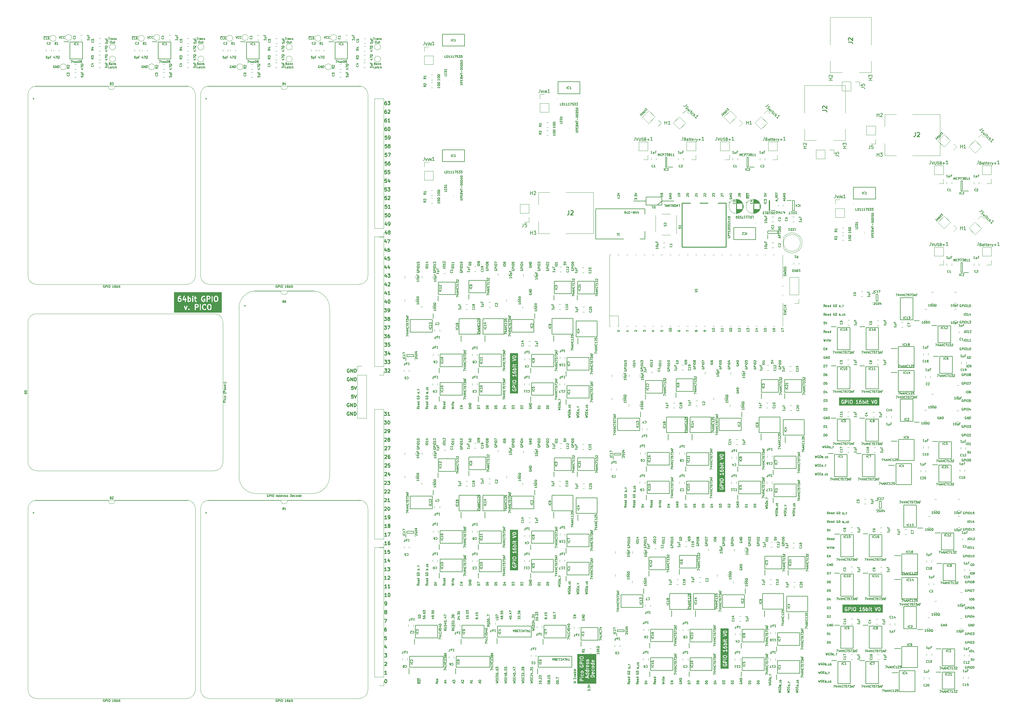
<source format=gto>
%MOIN*%
%OFA0B0*%
%FSLAX46Y46*%
%IPPOS*%
%LPD*%
%ADD10C,0.005905511811023622*%
%ADD11C,0.0047244094488188976*%
%ADD12C,0.0078740157480314977*%
%ADD23C,0.005905511811023622*%
%ADD24C,0.0039370078740157488*%
%ADD25C,0.0078740157480314977*%
%ADD26C,0.0047244094488188976*%
%ADD27C,0.005905511811023622*%
%ADD28C,0.01*%
%ADD29C,0.0039370078740157488*%
%ADD30C,0.0047244094488188976*%
%ADD31C,0.005905511811023622*%
%ADD32C,0.0078740157480314977*%
%ADD33C,0.0039370078740157488*%
%ADD34C,0.0047244094488188976*%
%ADD35C,0.005905511811023622*%
%ADD36C,0.0078740157480314977*%
%ADD37C,0.0047244094488188976*%
%ADD38C,0.00984251968503937*%
%ADD39C,0.011811023622047244*%
%ADD40C,0.005905511811023622*%
%ADD41C,0.005*%
%ADD42C,0.0039370078740157488*%
%ADD43C,0.0047244094488188976*%
%ADD44C,0.0094332677165354338*%
%ADD45C,0.005905511811023622*%
%ADD46C,0.0078740157480314977*%
%ADD47C,0.0039370078740157488*%
%ADD48C,0.0047244094488188976*%
%ADD49C,0.005905511811023622*%
%ADD50C,0.0078740157480314977*%
%ADD51C,0.0039370078740157488*%
%ADD52C,0.0047244094488188976*%
%ADD53C,0.005905511811023622*%
%ADD54C,0.0078740157480314977*%
%ADD55C,0.0039370078740157488*%
%ADD56C,0.0047244094488188976*%
%ADD57C,0.005905511811023622*%
%ADD58C,0.0078740157480314977*%
%ADD59C,0.0039370078740157488*%
%ADD60C,0.0047244094488188976*%
%ADD61C,0.005905511811023622*%
%ADD62C,0.0047244094488188976*%
%ADD63C,0.0078740157480314977*%
%ADD64C,0.0039370078740157488*%
%ADD65C,0.01*%
%ADD66C,0.005905511811023622*%
%ADD67C,0.0047244094488188976*%
%ADD68C,0.0078740157480314977*%
%ADD69C,0.005905511811023622*%
%ADD70C,0.0047244094488188976*%
%ADD71C,0.0078740157480314977*%
%ADD72C,0.005905511811023622*%
%ADD73C,0.0039370078740157488*%
%ADD74C,0.0078740157480314977*%
%ADD75C,0.0047244094488188976*%
%ADD76C,0.005905511811023622*%
%ADD77C,0.0039370078740157488*%
%ADD78C,0.0078740157480314977*%
%ADD79C,0.0047244094488188976*%
%ADD80C,0.005905511811023622*%
%ADD81C,0.0078740157480314977*%
%ADD82C,0.0039370078740157488*%
%ADD83C,0.0047244094488188976*%
%ADD84C,0.005905511811023622*%
%ADD85C,0.01*%
%ADD86C,0.0039370078740157488*%
%ADD87C,0.0047244094488188976*%
%ADD88C,0.005905511811023622*%
%ADD89C,0.01*%
%ADD90C,0.0039370078740157488*%
%ADD91C,0.0047244094488188976*%
%ADD92C,0.005905511811023622*%
%ADD93C,0.0047244094488188976*%
%ADD94C,0.0078740157480314977*%
%ADD95C,0.005905511811023622*%
%ADD96C,0.0039370078740157488*%
%ADD97C,0.0078740157480314977*%
%ADD98C,0.0047244094488188976*%
%ADD99C,0.005905511811023622*%
%ADD100C,0.01*%
%ADD101C,0.0039370078740157488*%
%ADD102C,0.0047244094488188976*%
%ADD103C,0.005905511811023622*%
%ADD104C,0.0047244094488188976*%
%ADD105C,0.0078740157480314977*%
%ADD106C,0.005905511811023622*%
%ADD107C,0.0047244094488188976*%
%ADD108C,0.0078740157480314977*%
%ADD109C,0.005905511811023622*%
%ADD110C,0.0047244094488188976*%
%ADD111C,0.0078740157480314977*%
%ADD112C,0.005905511811023622*%
%ADD113C,0.0047244094488188976*%
%ADD114C,0.0078740157480314977*%
G01*
D10*
X0011043274Y0005239455D02*
X0011043274Y0005211334D01*
X0011043274Y0005211334D02*
X0011041399Y0005205710D01*
X0011041399Y0005205710D02*
X0011037650Y0005201960D01*
X0011037650Y0005201960D02*
X0011032025Y0005200085D01*
X0011032025Y0005200085D02*
X0011028276Y0005200085D01*
X0011070645Y0005212234D02*
X0011075145Y0005210734D01*
X0011075145Y0005210734D02*
X0011076645Y0005209234D01*
X0011076645Y0005209234D02*
X0011078145Y0005206235D01*
X0011078145Y0005206235D02*
X0011078145Y0005201735D01*
X0011078145Y0005201735D02*
X0011076645Y0005198736D01*
X0011076645Y0005198736D02*
X0011075145Y0005197236D01*
X0011075145Y0005197236D02*
X0011072145Y0005195736D01*
X0011072145Y0005195736D02*
X0011060147Y0005195736D01*
X0011060147Y0005195736D02*
X0011060147Y0005227232D01*
X0011060147Y0005227232D02*
X0011070645Y0005227232D01*
X0011070645Y0005227232D02*
X0011073645Y0005225732D01*
X0011073645Y0005225732D02*
X0011075145Y0005224232D01*
X0011075145Y0005224232D02*
X0011076645Y0005221233D01*
X0011076645Y0005221233D02*
X0011076645Y0005218233D01*
X0011076645Y0005218233D02*
X0011075145Y0005215233D01*
X0011075145Y0005215233D02*
X0011073645Y0005213734D01*
X0011073645Y0005213734D02*
X0011070645Y0005212234D01*
X0011070645Y0005212234D02*
X0011060147Y0005212234D01*
X0011105141Y0005195736D02*
X0011105141Y0005212234D01*
X0011105141Y0005212234D02*
X0011103641Y0005215233D01*
X0011103641Y0005215233D02*
X0011100642Y0005216733D01*
X0011100642Y0005216733D02*
X0011094642Y0005216733D01*
X0011094642Y0005216733D02*
X0011091643Y0005215233D01*
X0011105141Y0005197236D02*
X0011102142Y0005195736D01*
X0011102142Y0005195736D02*
X0011094642Y0005195736D01*
X0011094642Y0005195736D02*
X0011091643Y0005197236D01*
X0011091643Y0005197236D02*
X0011090143Y0005200235D01*
X0011090143Y0005200235D02*
X0011090143Y0005203235D01*
X0011090143Y0005203235D02*
X0011091643Y0005206235D01*
X0011091643Y0005206235D02*
X0011094642Y0005207734D01*
X0011094642Y0005207734D02*
X0011102142Y0005207734D01*
X0011102142Y0005207734D02*
X0011105141Y0005209234D01*
X0011115640Y0005216733D02*
X0011127638Y0005216733D01*
X0011120139Y0005227232D02*
X0011120139Y0005200235D01*
X0011120139Y0005200235D02*
X0011121639Y0005197236D01*
X0011121639Y0005197236D02*
X0011124639Y0005195736D01*
X0011124639Y0005195736D02*
X0011127638Y0005195736D01*
X0011133638Y0005216733D02*
X0011145636Y0005216733D01*
X0011138137Y0005227232D02*
X0011138137Y0005200235D01*
X0011138137Y0005200235D02*
X0011139637Y0005197236D01*
X0011139637Y0005197236D02*
X0011142636Y0005195736D01*
X0011142636Y0005195736D02*
X0011145636Y0005195736D01*
X0011168133Y0005197236D02*
X0011165134Y0005195736D01*
X0011165134Y0005195736D02*
X0011159134Y0005195736D01*
X0011159134Y0005195736D02*
X0011156135Y0005197236D01*
X0011156135Y0005197236D02*
X0011154635Y0005200235D01*
X0011154635Y0005200235D02*
X0011154635Y0005212234D01*
X0011154635Y0005212234D02*
X0011156135Y0005215233D01*
X0011156135Y0005215233D02*
X0011159134Y0005216733D01*
X0011159134Y0005216733D02*
X0011165134Y0005216733D01*
X0011165134Y0005216733D02*
X0011168133Y0005215233D01*
X0011168133Y0005215233D02*
X0011169633Y0005212234D01*
X0011169633Y0005212234D02*
X0011169633Y0005209234D01*
X0011169633Y0005209234D02*
X0011154635Y0005206235D01*
X0011183131Y0005195736D02*
X0011183131Y0005216733D01*
X0011183131Y0005210734D02*
X0011184631Y0005213734D01*
X0011184631Y0005213734D02*
X0011186131Y0005215233D01*
X0011186131Y0005215233D02*
X0011189131Y0005216733D01*
X0011189131Y0005216733D02*
X0011192130Y0005216733D01*
X0011199629Y0005216733D02*
X0011207128Y0005195736D01*
X0011214627Y0005216733D02*
X0011207128Y0005195736D01*
X0011207128Y0005195736D02*
X0011204129Y0005188237D01*
X0011204129Y0005188237D02*
X0011202629Y0005186737D01*
X0011202629Y0005186737D02*
X0011199629Y0005185237D01*
X0011226626Y0005207734D02*
X0011250623Y0005207734D01*
X0011238625Y0005195736D02*
X0011238625Y0005219733D01*
X0011288118Y0005200085D02*
X0011265621Y0005200085D01*
X0011276870Y0005200085D02*
X0011276870Y0005239455D01*
X0011276870Y0005239455D02*
X0011273120Y0005233831D01*
X0011273120Y0005233831D02*
X0011269371Y0005230082D01*
X0011269371Y0005230082D02*
X0011265621Y0005228207D01*
X0010492857Y0005239455D02*
X0010492857Y0005211334D01*
X0010492857Y0005211334D02*
X0010490982Y0005205710D01*
X0010490982Y0005205710D02*
X0010487232Y0005201960D01*
X0010487232Y0005201960D02*
X0010481608Y0005200085D01*
X0010481608Y0005200085D02*
X0010477859Y0005200085D01*
X0010505230Y0005227232D02*
X0010515729Y0005195736D01*
X0010515729Y0005195736D02*
X0010526227Y0005227232D01*
X0010536726Y0005227232D02*
X0010536726Y0005201735D01*
X0010536726Y0005201735D02*
X0010538226Y0005198736D01*
X0010538226Y0005198736D02*
X0010539726Y0005197236D01*
X0010539726Y0005197236D02*
X0010542725Y0005195736D01*
X0010542725Y0005195736D02*
X0010548725Y0005195736D01*
X0010548725Y0005195736D02*
X0010551724Y0005197236D01*
X0010551724Y0005197236D02*
X0010553224Y0005198736D01*
X0010553224Y0005198736D02*
X0010554724Y0005201735D01*
X0010554724Y0005201735D02*
X0010554724Y0005227232D01*
X0010568222Y0005197236D02*
X0010572722Y0005195736D01*
X0010572722Y0005195736D02*
X0010580221Y0005195736D01*
X0010580221Y0005195736D02*
X0010583220Y0005197236D01*
X0010583220Y0005197236D02*
X0010584720Y0005198736D01*
X0010584720Y0005198736D02*
X0010586220Y0005201735D01*
X0010586220Y0005201735D02*
X0010586220Y0005204735D01*
X0010586220Y0005204735D02*
X0010584720Y0005207734D01*
X0010584720Y0005207734D02*
X0010583220Y0005209234D01*
X0010583220Y0005209234D02*
X0010580221Y0005210734D01*
X0010580221Y0005210734D02*
X0010574221Y0005212234D01*
X0010574221Y0005212234D02*
X0010571222Y0005213734D01*
X0010571222Y0005213734D02*
X0010569722Y0005215233D01*
X0010569722Y0005215233D02*
X0010568222Y0005218233D01*
X0010568222Y0005218233D02*
X0010568222Y0005221233D01*
X0010568222Y0005221233D02*
X0010569722Y0005224232D01*
X0010569722Y0005224232D02*
X0010571222Y0005225732D01*
X0010571222Y0005225732D02*
X0010574221Y0005227232D01*
X0010574221Y0005227232D02*
X0010581721Y0005227232D01*
X0010581721Y0005227232D02*
X0010586220Y0005225732D01*
X0010610217Y0005212234D02*
X0010614716Y0005210734D01*
X0010614716Y0005210734D02*
X0010616216Y0005209234D01*
X0010616216Y0005209234D02*
X0010617716Y0005206235D01*
X0010617716Y0005206235D02*
X0010617716Y0005201735D01*
X0010617716Y0005201735D02*
X0010616216Y0005198736D01*
X0010616216Y0005198736D02*
X0010614716Y0005197236D01*
X0010614716Y0005197236D02*
X0010611717Y0005195736D01*
X0010611717Y0005195736D02*
X0010599718Y0005195736D01*
X0010599718Y0005195736D02*
X0010599718Y0005227232D01*
X0010599718Y0005227232D02*
X0010610217Y0005227232D01*
X0010610217Y0005227232D02*
X0010613217Y0005225732D01*
X0010613217Y0005225732D02*
X0010614716Y0005224232D01*
X0010614716Y0005224232D02*
X0010616216Y0005221233D01*
X0010616216Y0005221233D02*
X0010616216Y0005218233D01*
X0010616216Y0005218233D02*
X0010614716Y0005215233D01*
X0010614716Y0005215233D02*
X0010613217Y0005213734D01*
X0010613217Y0005213734D02*
X0010610217Y0005212234D01*
X0010610217Y0005212234D02*
X0010599718Y0005212234D01*
X0010631214Y0005207734D02*
X0010655211Y0005207734D01*
X0010643213Y0005195736D02*
X0010643213Y0005219733D01*
X0010692707Y0005200085D02*
X0010670210Y0005200085D01*
X0010681458Y0005200085D02*
X0010681458Y0005239455D01*
X0010681458Y0005239455D02*
X0010677709Y0005233831D01*
X0010677709Y0005233831D02*
X0010673959Y0005230082D01*
X0010673959Y0005230082D02*
X0010670210Y0005228207D01*
X0010700990Y0004890650D02*
X0010699800Y0004889459D01*
X0010699800Y0004889459D02*
X0010696228Y0004888269D01*
X0010696228Y0004888269D02*
X0010693847Y0004888269D01*
X0010693847Y0004888269D02*
X0010690276Y0004889459D01*
X0010690276Y0004889459D02*
X0010687895Y0004891840D01*
X0010687895Y0004891840D02*
X0010686705Y0004894221D01*
X0010686705Y0004894221D02*
X0010685514Y0004898983D01*
X0010685514Y0004898983D02*
X0010685514Y0004902554D01*
X0010685514Y0004902554D02*
X0010686705Y0004907316D01*
X0010686705Y0004907316D02*
X0010687895Y0004909697D01*
X0010687895Y0004909697D02*
X0010690276Y0004912078D01*
X0010690276Y0004912078D02*
X0010693847Y0004913269D01*
X0010693847Y0004913269D02*
X0010696228Y0004913269D01*
X0010696228Y0004913269D02*
X0010699800Y0004912078D01*
X0010699800Y0004912078D02*
X0010700990Y0004910888D01*
X0010724800Y0004888269D02*
X0010710514Y0004888269D01*
X0010717657Y0004888269D02*
X0010717657Y0004913269D01*
X0010717657Y0004913269D02*
X0010715276Y0004909697D01*
X0010715276Y0004909697D02*
X0010712895Y0004907316D01*
X0010712895Y0004907316D02*
X0010710514Y0004906126D01*
X0010689553Y0005049962D02*
X0010675268Y0005049962D01*
X0010682410Y0005049962D02*
X0010682410Y0005074962D01*
X0010682410Y0005074962D02*
X0010680030Y0005071390D01*
X0010680030Y0005071390D02*
X0010677649Y0005069009D01*
X0010677649Y0005069009D02*
X0010675268Y0005067819D01*
X0010700268Y0005066628D02*
X0010700268Y0005041628D01*
X0010712172Y0005053533D02*
X0010713363Y0005051152D01*
X0010713363Y0005051152D02*
X0010715744Y0005049962D01*
X0010700268Y0005053533D02*
X0010701458Y0005051152D01*
X0010701458Y0005051152D02*
X0010703839Y0005049962D01*
X0010703839Y0005049962D02*
X0010708601Y0005049962D01*
X0010708601Y0005049962D02*
X0010710982Y0005051152D01*
X0010710982Y0005051152D02*
X0010712172Y0005053533D01*
X0010712172Y0005053533D02*
X0010712172Y0005066628D01*
X0010734791Y0005063057D02*
X0010726458Y0005063057D01*
X0010726458Y0005049962D02*
X0010726458Y0005074962D01*
X0010726458Y0005074962D02*
X0010738363Y0005074962D01*
X0010547261Y0005505552D02*
X0010559888Y0005492925D01*
X0010559888Y0005492925D02*
X0010561572Y0005489558D01*
X0010561572Y0005489558D02*
X0010561572Y0005486191D01*
X0010561572Y0005486191D02*
X0010559888Y0005482823D01*
X0010559888Y0005482823D02*
X0010558204Y0005481140D01*
X0010558305Y0005505619D02*
X0010577162Y0005496191D01*
X0010577162Y0005496191D02*
X0010567734Y0005515047D01*
X0010575141Y0005522455D02*
X0010577835Y0005525149D01*
X0010577835Y0005525149D02*
X0010579855Y0005525822D01*
X0010579855Y0005525822D02*
X0010582549Y0005525822D01*
X0010582549Y0005525822D02*
X0010585916Y0005523802D01*
X0010585916Y0005523802D02*
X0010590630Y0005519088D01*
X0010590630Y0005519088D02*
X0010592651Y0005515721D01*
X0010592651Y0005515721D02*
X0010592651Y0005513027D01*
X0010592651Y0005513027D02*
X0010591977Y0005511007D01*
X0010591977Y0005511007D02*
X0010589284Y0005508313D01*
X0010589284Y0005508313D02*
X0010587263Y0005507640D01*
X0010587263Y0005507640D02*
X0010584569Y0005507640D01*
X0010584569Y0005507640D02*
X0010581202Y0005509660D01*
X0010581202Y0005509660D02*
X0010576488Y0005514374D01*
X0010576488Y0005514374D02*
X0010574468Y0005517741D01*
X0010574468Y0005517741D02*
X0010574468Y0005520435D01*
X0010574468Y0005520435D02*
X0010575141Y0005522455D01*
X0010587263Y0005534577D02*
X0010598712Y0005523129D01*
X0010598712Y0005523129D02*
X0010600732Y0005522455D01*
X0010600732Y0005522455D02*
X0010602079Y0005522455D01*
X0010602079Y0005522455D02*
X0010604099Y0005523129D01*
X0010604099Y0005523129D02*
X0010606793Y0005525822D01*
X0010606793Y0005525822D02*
X0010607466Y0005527843D01*
X0010607466Y0005527843D02*
X0010607466Y0005529189D01*
X0010607466Y0005529189D02*
X0010606793Y0005531210D01*
X0010606793Y0005531210D02*
X0010595344Y0005542658D01*
X0010600058Y0005547372D02*
X0010608140Y0005555453D01*
X0010618241Y0005537271D02*
X0010604099Y0005551413D01*
X0010635144Y0005558080D02*
X0010625043Y0005547978D01*
X0010630094Y0005553029D02*
X0010612416Y0005570707D01*
X0010612416Y0005570707D02*
X0010613258Y0005566498D01*
X0010613258Y0005566498D02*
X0010613258Y0005563131D01*
X0010613258Y0005563131D02*
X0010612416Y0005560605D01*
X0011093841Y0005614592D02*
X0011073956Y0005594708D01*
X0011073956Y0005594708D02*
X0011068654Y0005592056D01*
X0011068654Y0005592056D02*
X0011063351Y0005592056D01*
X0011063351Y0005592056D02*
X0011058048Y0005594708D01*
X0011058048Y0005594708D02*
X0011055397Y0005597359D01*
X0011074858Y0005573868D02*
X0011076979Y0005569626D01*
X0011076979Y0005569626D02*
X0011082282Y0005564323D01*
X0011082282Y0005564323D02*
X0011085463Y0005563263D01*
X0011085463Y0005563263D02*
X0011087584Y0005563263D01*
X0011087584Y0005563263D02*
X0011090766Y0005564323D01*
X0011090766Y0005564323D02*
X0011092887Y0005566445D01*
X0011092887Y0005566445D02*
X0011093947Y0005569626D01*
X0011093947Y0005569626D02*
X0011093947Y0005571747D01*
X0011093947Y0005571747D02*
X0011092887Y0005574929D01*
X0011092887Y0005574929D02*
X0011089705Y0005580231D01*
X0011089705Y0005580231D02*
X0011088645Y0005583413D01*
X0011088645Y0005583413D02*
X0011088645Y0005585534D01*
X0011088645Y0005585534D02*
X0011089705Y0005588716D01*
X0011089705Y0005588716D02*
X0011091826Y0005590837D01*
X0011091826Y0005590837D02*
X0011095008Y0005591897D01*
X0011095008Y0005591897D02*
X0011097129Y0005591897D01*
X0011097129Y0005591897D02*
X0011100310Y0005590837D01*
X0011100310Y0005590837D02*
X0011105613Y0005585534D01*
X0011105613Y0005585534D02*
X0011107734Y0005581292D01*
X0011108795Y0005567505D02*
X0011098189Y0005548416D01*
X0011098189Y0005548416D02*
X0011113037Y0005554779D01*
X0011113037Y0005554779D02*
X0011106674Y0005539931D01*
X0011106674Y0005539931D02*
X0011125763Y0005550537D01*
X0011119400Y0005527205D02*
X0011134247Y0005542052D01*
X0011141671Y0005549476D02*
X0011139550Y0005549476D01*
X0011139550Y0005549476D02*
X0011139550Y0005547355D01*
X0011139550Y0005547355D02*
X0011141671Y0005547355D01*
X0011141671Y0005547355D02*
X0011141671Y0005549476D01*
X0011141671Y0005549476D02*
X0011139550Y0005547355D01*
X0011141671Y0005534629D02*
X0011150155Y0005526144D01*
X0011152276Y0005538871D02*
X0011133187Y0005519781D01*
X0011133187Y0005519781D02*
X0011132126Y0005516600D01*
X0011132126Y0005516600D02*
X0011133187Y0005513418D01*
X0011133187Y0005513418D02*
X0011135308Y0005511297D01*
X0011153337Y0005495389D02*
X0011150155Y0005496450D01*
X0011150155Y0005496450D02*
X0011145913Y0005500692D01*
X0011145913Y0005500692D02*
X0011144853Y0005503873D01*
X0011144853Y0005503873D02*
X0011144853Y0005505994D01*
X0011144853Y0005505994D02*
X0011145913Y0005509176D01*
X0011145913Y0005509176D02*
X0011152276Y0005515539D01*
X0011152276Y0005515539D02*
X0011155458Y0005516600D01*
X0011155458Y0005516600D02*
X0011157579Y0005516600D01*
X0011157579Y0005516600D02*
X0011160761Y0005515539D01*
X0011160761Y0005515539D02*
X0011165003Y0005511297D01*
X0011165003Y0005511297D02*
X0011166063Y0005508115D01*
X0011161821Y0005484784D02*
X0011184092Y0005507055D01*
X0011171366Y0005475239D02*
X0011183032Y0005486905D01*
X0011183032Y0005486905D02*
X0011184092Y0005490087D01*
X0011184092Y0005490087D02*
X0011183032Y0005493268D01*
X0011183032Y0005493268D02*
X0011179850Y0005496450D01*
X0011179850Y0005496450D02*
X0011176668Y0005497510D01*
X0011176668Y0005497510D02*
X0011174547Y0005497510D01*
X0011200955Y0005451801D02*
X0011185047Y0005467709D01*
X0011193001Y0005459755D02*
X0011220839Y0005487594D01*
X0011220839Y0005487594D02*
X0011214211Y0005486269D01*
X0011214211Y0005486269D02*
X0011208909Y0005486269D01*
X0011208909Y0005486269D02*
X0011204932Y0005487594D01*
X0010836145Y0005383668D02*
X0010836145Y0005423038D01*
X0010836145Y0005404290D02*
X0010858642Y0005404290D01*
X0010858642Y0005383668D02*
X0010858642Y0005423038D01*
X0010898012Y0005383668D02*
X0010875515Y0005383668D01*
X0010886764Y0005383668D02*
X0010886764Y0005423038D01*
X0010886764Y0005423038D02*
X0010883014Y0005417414D01*
X0010883014Y0005417414D02*
X0010879265Y0005413664D01*
X0010879265Y0005413664D02*
X0010875515Y0005411790D01*
X0010826737Y0004849962D02*
X0010826737Y0004874962D01*
X0010852927Y0004852343D02*
X0010851737Y0004851152D01*
X0010851737Y0004851152D02*
X0010848165Y0004849962D01*
X0010848165Y0004849962D02*
X0010845784Y0004849962D01*
X0010845784Y0004849962D02*
X0010842213Y0004851152D01*
X0010842213Y0004851152D02*
X0010839832Y0004853533D01*
X0010839832Y0004853533D02*
X0010838641Y0004855914D01*
X0010838641Y0004855914D02*
X0010837451Y0004860676D01*
X0010837451Y0004860676D02*
X0010837451Y0004864247D01*
X0010837451Y0004864247D02*
X0010838641Y0004869009D01*
X0010838641Y0004869009D02*
X0010839832Y0004871390D01*
X0010839832Y0004871390D02*
X0010842213Y0004873771D01*
X0010842213Y0004873771D02*
X0010845784Y0004874962D01*
X0010845784Y0004874962D02*
X0010848165Y0004874962D01*
X0010848165Y0004874962D02*
X0010851737Y0004873771D01*
X0010851737Y0004873771D02*
X0010852927Y0004872581D01*
X0010862451Y0004872581D02*
X0010863641Y0004873771D01*
X0010863641Y0004873771D02*
X0010866022Y0004874962D01*
X0010866022Y0004874962D02*
X0010871975Y0004874962D01*
X0010871975Y0004874962D02*
X0010874356Y0004873771D01*
X0010874356Y0004873771D02*
X0010875546Y0004872581D01*
X0010875546Y0004872581D02*
X0010876736Y0004870200D01*
X0010876736Y0004870200D02*
X0010876736Y0004867819D01*
X0010876736Y0004867819D02*
X0010875546Y0004864247D01*
X0010875546Y0004864247D02*
X0010861260Y0004849962D01*
X0010861260Y0004849962D02*
X0010876736Y0004849962D01*
X0010758284Y0005019962D02*
X0010758284Y0005044962D01*
X0010758284Y0005044962D02*
X0010766617Y0005027104D01*
X0010766617Y0005027104D02*
X0010774951Y0005044962D01*
X0010774951Y0005044962D02*
X0010774951Y0005019962D01*
X0010801141Y0005022343D02*
X0010799951Y0005021152D01*
X0010799951Y0005021152D02*
X0010796379Y0005019962D01*
X0010796379Y0005019962D02*
X0010793998Y0005019962D01*
X0010793998Y0005019962D02*
X0010790427Y0005021152D01*
X0010790427Y0005021152D02*
X0010788046Y0005023533D01*
X0010788046Y0005023533D02*
X0010786856Y0005025914D01*
X0010786856Y0005025914D02*
X0010785665Y0005030676D01*
X0010785665Y0005030676D02*
X0010785665Y0005034247D01*
X0010785665Y0005034247D02*
X0010786856Y0005039009D01*
X0010786856Y0005039009D02*
X0010788046Y0005041390D01*
X0010788046Y0005041390D02*
X0010790427Y0005043771D01*
X0010790427Y0005043771D02*
X0010793998Y0005044962D01*
X0010793998Y0005044962D02*
X0010796379Y0005044962D01*
X0010796379Y0005044962D02*
X0010799951Y0005043771D01*
X0010799951Y0005043771D02*
X0010801141Y0005042581D01*
X0010811856Y0005019962D02*
X0010811856Y0005044962D01*
X0010811856Y0005044962D02*
X0010821379Y0005044962D01*
X0010821379Y0005044962D02*
X0010823760Y0005043771D01*
X0010823760Y0005043771D02*
X0010824951Y0005042581D01*
X0010824951Y0005042581D02*
X0010826141Y0005040200D01*
X0010826141Y0005040200D02*
X0010826141Y0005036628D01*
X0010826141Y0005036628D02*
X0010824951Y0005034247D01*
X0010824951Y0005034247D02*
X0010823760Y0005033057D01*
X0010823760Y0005033057D02*
X0010821379Y0005031866D01*
X0010821379Y0005031866D02*
X0010811856Y0005031866D01*
X0010834475Y0005044962D02*
X0010851141Y0005044962D01*
X0010851141Y0005044962D02*
X0010840427Y0005019962D01*
X0010858284Y0005044962D02*
X0010873760Y0005044962D01*
X0010873760Y0005044962D02*
X0010865427Y0005035438D01*
X0010865427Y0005035438D02*
X0010868998Y0005035438D01*
X0010868998Y0005035438D02*
X0010871379Y0005034247D01*
X0010871379Y0005034247D02*
X0010872570Y0005033057D01*
X0010872570Y0005033057D02*
X0010873760Y0005030676D01*
X0010873760Y0005030676D02*
X0010873760Y0005024724D01*
X0010873760Y0005024724D02*
X0010872570Y0005022343D01*
X0010872570Y0005022343D02*
X0010871379Y0005021152D01*
X0010871379Y0005021152D02*
X0010868998Y0005019962D01*
X0010868998Y0005019962D02*
X0010861856Y0005019962D01*
X0010861856Y0005019962D02*
X0010859475Y0005021152D01*
X0010859475Y0005021152D02*
X0010858284Y0005022343D01*
X0010888046Y0005034247D02*
X0010885665Y0005035438D01*
X0010885665Y0005035438D02*
X0010884475Y0005036628D01*
X0010884475Y0005036628D02*
X0010883284Y0005039009D01*
X0010883284Y0005039009D02*
X0010883284Y0005040200D01*
X0010883284Y0005040200D02*
X0010884475Y0005042581D01*
X0010884475Y0005042581D02*
X0010885665Y0005043771D01*
X0010885665Y0005043771D02*
X0010888046Y0005044962D01*
X0010888046Y0005044962D02*
X0010892808Y0005044962D01*
X0010892808Y0005044962D02*
X0010895189Y0005043771D01*
X0010895189Y0005043771D02*
X0010896379Y0005042581D01*
X0010896379Y0005042581D02*
X0010897570Y0005040200D01*
X0010897570Y0005040200D02*
X0010897570Y0005039009D01*
X0010897570Y0005039009D02*
X0010896379Y0005036628D01*
X0010896379Y0005036628D02*
X0010895189Y0005035438D01*
X0010895189Y0005035438D02*
X0010892808Y0005034247D01*
X0010892808Y0005034247D02*
X0010888046Y0005034247D01*
X0010888046Y0005034247D02*
X0010885665Y0005033057D01*
X0010885665Y0005033057D02*
X0010884475Y0005031866D01*
X0010884475Y0005031866D02*
X0010883284Y0005029485D01*
X0010883284Y0005029485D02*
X0010883284Y0005024724D01*
X0010883284Y0005024724D02*
X0010884475Y0005022343D01*
X0010884475Y0005022343D02*
X0010885665Y0005021152D01*
X0010885665Y0005021152D02*
X0010888046Y0005019962D01*
X0010888046Y0005019962D02*
X0010892808Y0005019962D01*
X0010892808Y0005019962D02*
X0010895189Y0005021152D01*
X0010895189Y0005021152D02*
X0010896379Y0005022343D01*
X0010896379Y0005022343D02*
X0010897570Y0005024724D01*
X0010897570Y0005024724D02*
X0010897570Y0005029485D01*
X0010897570Y0005029485D02*
X0010896379Y0005031866D01*
X0010896379Y0005031866D02*
X0010895189Y0005033057D01*
X0010895189Y0005033057D02*
X0010892808Y0005034247D01*
X0010921379Y0005019962D02*
X0010907094Y0005019962D01*
X0010914236Y0005019962D02*
X0010914236Y0005044962D01*
X0010914236Y0005044962D02*
X0010911855Y0005041390D01*
X0010911855Y0005041390D02*
X0010909475Y0005039009D01*
X0010909475Y0005039009D02*
X0010907094Y0005037819D01*
X0010945189Y0005019962D02*
X0010930903Y0005019962D01*
X0010938046Y0005019962D02*
X0010938046Y0005044962D01*
X0010938046Y0005044962D02*
X0010935665Y0005041390D01*
X0010935665Y0005041390D02*
X0010933284Y0005039009D01*
X0010933284Y0005039009D02*
X0010930903Y0005037819D01*
X0011015990Y0004890650D02*
X0011014800Y0004889459D01*
X0011014800Y0004889459D02*
X0011011228Y0004888269D01*
X0011011228Y0004888269D02*
X0011008847Y0004888269D01*
X0011008847Y0004888269D02*
X0011005276Y0004889459D01*
X0011005276Y0004889459D02*
X0011002895Y0004891840D01*
X0011002895Y0004891840D02*
X0011001705Y0004894221D01*
X0011001705Y0004894221D02*
X0011000514Y0004898983D01*
X0011000514Y0004898983D02*
X0011000514Y0004902554D01*
X0011000514Y0004902554D02*
X0011001705Y0004907316D01*
X0011001705Y0004907316D02*
X0011002895Y0004909697D01*
X0011002895Y0004909697D02*
X0011005276Y0004912078D01*
X0011005276Y0004912078D02*
X0011008847Y0004913269D01*
X0011008847Y0004913269D02*
X0011011228Y0004913269D01*
X0011011228Y0004913269D02*
X0011014800Y0004912078D01*
X0011014800Y0004912078D02*
X0011015990Y0004910888D01*
X0011025514Y0004910888D02*
X0011026705Y0004912078D01*
X0011026705Y0004912078D02*
X0011029086Y0004913269D01*
X0011029086Y0004913269D02*
X0011035038Y0004913269D01*
X0011035038Y0004913269D02*
X0011037419Y0004912078D01*
X0011037419Y0004912078D02*
X0011038609Y0004910888D01*
X0011038609Y0004910888D02*
X0011039800Y0004908507D01*
X0011039800Y0004908507D02*
X0011039800Y0004906126D01*
X0011039800Y0004906126D02*
X0011038609Y0004902554D01*
X0011038609Y0004902554D02*
X0011024324Y0004888269D01*
X0011024324Y0004888269D02*
X0011039800Y0004888269D01*
X0011004553Y0005049962D02*
X0010990268Y0005049962D01*
X0010997410Y0005049962D02*
X0010997410Y0005074962D01*
X0010997410Y0005074962D02*
X0010995029Y0005071390D01*
X0010995029Y0005071390D02*
X0010992649Y0005069009D01*
X0010992649Y0005069009D02*
X0010990268Y0005067819D01*
X0011015268Y0005066628D02*
X0011015268Y0005041628D01*
X0011027172Y0005053533D02*
X0011028363Y0005051152D01*
X0011028363Y0005051152D02*
X0011030744Y0005049962D01*
X0011015268Y0005053533D02*
X0011016458Y0005051152D01*
X0011016458Y0005051152D02*
X0011018839Y0005049962D01*
X0011018839Y0005049962D02*
X0011023601Y0005049962D01*
X0011023601Y0005049962D02*
X0011025982Y0005051152D01*
X0011025982Y0005051152D02*
X0011027172Y0005053533D01*
X0011027172Y0005053533D02*
X0011027172Y0005066628D01*
X0011049791Y0005063057D02*
X0011041458Y0005063057D01*
X0011041458Y0005049962D02*
X0011041458Y0005074962D01*
X0011041458Y0005074962D02*
X0011053363Y0005074962D01*
D11*
X0011193503Y0004975629D02*
X0011141141Y0004975629D01*
X0011193503Y0005027992D02*
X0011193503Y0004975629D01*
X0011193503Y0005077992D02*
X0011193503Y0005180354D01*
X0011193503Y0005077992D02*
X0011088779Y0005077992D01*
X0011193503Y0005180354D02*
X0011088779Y0005180354D01*
X0011088779Y0005077992D02*
X0011088779Y0005180354D01*
X0010638582Y0004975629D02*
X0010586220Y0004975629D01*
X0010638582Y0005027992D02*
X0010638582Y0004975629D01*
X0010638582Y0005077992D02*
X0010638582Y0005180354D01*
X0010638582Y0005077992D02*
X0010533858Y0005077992D01*
X0010638582Y0005180354D02*
X0010533858Y0005180354D01*
X0010533858Y0005077992D02*
X0010533858Y0005180354D01*
X0010735157Y0004990876D02*
X0010735157Y0004970305D01*
X0010677283Y0004990876D02*
X0010677283Y0004970305D01*
X0010793186Y0005397992D02*
X0010756160Y0005360966D01*
X0010756160Y0005435017D02*
X0010793186Y0005397992D01*
X0010720805Y0005470373D02*
X0010648424Y0005542754D01*
X0010720805Y0005470373D02*
X0010646753Y0005396321D01*
X0010648424Y0005542754D02*
X0010574372Y0005468702D01*
X0010646753Y0005396321D02*
X0010574372Y0005468702D01*
X0011076636Y0005545766D02*
X0011113661Y0005508740D01*
X0011039610Y0005508740D02*
X0011076636Y0005545766D01*
X0011004255Y0005473385D02*
X0010931874Y0005401004D01*
X0011004255Y0005473385D02*
X0011078306Y0005399333D01*
X0010931874Y0005401004D02*
X0011005925Y0005326952D01*
X0011078306Y0005399333D02*
X0011005925Y0005326952D01*
D12*
X0010927913Y0004887165D02*
X0010872795Y0004887165D01*
X0010859015Y0004889133D02*
X0010843267Y0004889133D01*
X0010859015Y0005003307D02*
X0010859015Y0004889133D01*
X0010843267Y0004889133D02*
X0010843267Y0005003307D01*
X0010843267Y0005003307D02*
X0010859015Y0005003307D01*
D11*
X0011050157Y0004990876D02*
X0011050157Y0004970305D01*
X0010992283Y0004990876D02*
X0010992283Y0004970305D01*
G04 next file*
G04 Gerber Fmt 4.6, Leading zero omitted, Abs format (unit mm)*
G04 Created by KiCad (PCBNEW 7.0.5) date 2024-02-13 09:55:04*
G01*
G04 APERTURE LIST*
G04 APERTURE END LIST*
D23*
X0004936225Y0006229883D02*
X0004936225Y0006254883D01*
X0004962415Y0006232264D02*
X0004961225Y0006231073D01*
X0004961225Y0006231073D02*
X0004957653Y0006229883D01*
X0004957653Y0006229883D02*
X0004955272Y0006229883D01*
X0004955272Y0006229883D02*
X0004951701Y0006231073D01*
X0004951701Y0006231073D02*
X0004949320Y0006233454D01*
X0004949320Y0006233454D02*
X0004948129Y0006235835D01*
X0004948129Y0006235835D02*
X0004946939Y0006240597D01*
X0004946939Y0006240597D02*
X0004946939Y0006244169D01*
X0004946939Y0006244169D02*
X0004948129Y0006248930D01*
X0004948129Y0006248930D02*
X0004949320Y0006251311D01*
X0004949320Y0006251311D02*
X0004951701Y0006253692D01*
X0004951701Y0006253692D02*
X0004955272Y0006254883D01*
X0004955272Y0006254883D02*
X0004957653Y0006254883D01*
X0004957653Y0006254883D02*
X0004961225Y0006253692D01*
X0004961225Y0006253692D02*
X0004962415Y0006252502D01*
X0004986225Y0006229883D02*
X0004971939Y0006229883D01*
X0004979082Y0006229883D02*
X0004979082Y0006254883D01*
X0004979082Y0006254883D02*
X0004976701Y0006251311D01*
X0004976701Y0006251311D02*
X0004974320Y0006248930D01*
X0004974320Y0006248930D02*
X0004971939Y0006247740D01*
X0004872534Y0006039883D02*
X0004860629Y0006039883D01*
X0004860629Y0006039883D02*
X0004860629Y0006064883D01*
X0004880868Y0006039883D02*
X0004880868Y0006064883D01*
X0004880868Y0006064883D02*
X0004886820Y0006064883D01*
X0004886820Y0006064883D02*
X0004890391Y0006063692D01*
X0004890391Y0006063692D02*
X0004892772Y0006061311D01*
X0004892772Y0006061311D02*
X0004893963Y0006058930D01*
X0004893963Y0006058930D02*
X0004895153Y0006054169D01*
X0004895153Y0006054169D02*
X0004895153Y0006050597D01*
X0004895153Y0006050597D02*
X0004893963Y0006045835D01*
X0004893963Y0006045835D02*
X0004892772Y0006043454D01*
X0004892772Y0006043454D02*
X0004890391Y0006041073D01*
X0004890391Y0006041073D02*
X0004886820Y0006039883D01*
X0004886820Y0006039883D02*
X0004880868Y0006039883D01*
X0004918963Y0006039883D02*
X0004904677Y0006039883D01*
X0004911820Y0006039883D02*
X0004911820Y0006064883D01*
X0004911820Y0006064883D02*
X0004909439Y0006061311D01*
X0004909439Y0006061311D02*
X0004907058Y0006058930D01*
X0004907058Y0006058930D02*
X0004904677Y0006057740D01*
X0004942772Y0006039883D02*
X0004928487Y0006039883D01*
X0004935629Y0006039883D02*
X0004935629Y0006064883D01*
X0004935629Y0006064883D02*
X0004933248Y0006061311D01*
X0004933248Y0006061311D02*
X0004930868Y0006058930D01*
X0004930868Y0006058930D02*
X0004928487Y0006057740D01*
X0004966582Y0006039883D02*
X0004952296Y0006039883D01*
X0004959439Y0006039883D02*
X0004959439Y0006064883D01*
X0004959439Y0006064883D02*
X0004957058Y0006061311D01*
X0004957058Y0006061311D02*
X0004954677Y0006058930D01*
X0004954677Y0006058930D02*
X0004952296Y0006057740D01*
X0004974915Y0006064883D02*
X0004991582Y0006064883D01*
X0004991582Y0006064883D02*
X0004980867Y0006039883D01*
X0004999915Y0006041073D02*
X0005003487Y0006039883D01*
X0005003487Y0006039883D02*
X0005009439Y0006039883D01*
X0005009439Y0006039883D02*
X0005011820Y0006041073D01*
X0005011820Y0006041073D02*
X0005013010Y0006042264D01*
X0005013010Y0006042264D02*
X0005014201Y0006044645D01*
X0005014201Y0006044645D02*
X0005014201Y0006047026D01*
X0005014201Y0006047026D02*
X0005013010Y0006049407D01*
X0005013010Y0006049407D02*
X0005011820Y0006050597D01*
X0005011820Y0006050597D02*
X0005009439Y0006051788D01*
X0005009439Y0006051788D02*
X0005004677Y0006052978D01*
X0005004677Y0006052978D02*
X0005002296Y0006054169D01*
X0005002296Y0006054169D02*
X0005001106Y0006055359D01*
X0005001106Y0006055359D02*
X0004999915Y0006057740D01*
X0004999915Y0006057740D02*
X0004999915Y0006060121D01*
X0004999915Y0006060121D02*
X0005001106Y0006062502D01*
X0005001106Y0006062502D02*
X0005002296Y0006063692D01*
X0005002296Y0006063692D02*
X0005004677Y0006064883D01*
X0005004677Y0006064883D02*
X0005010629Y0006064883D01*
X0005010629Y0006064883D02*
X0005014201Y0006063692D01*
X0005022534Y0006064883D02*
X0005038010Y0006064883D01*
X0005038010Y0006064883D02*
X0005029677Y0006055359D01*
X0005029677Y0006055359D02*
X0005033248Y0006055359D01*
X0005033248Y0006055359D02*
X0005035629Y0006054169D01*
X0005035629Y0006054169D02*
X0005036820Y0006052978D01*
X0005036820Y0006052978D02*
X0005038010Y0006050597D01*
X0005038010Y0006050597D02*
X0005038010Y0006044645D01*
X0005038010Y0006044645D02*
X0005036820Y0006042264D01*
X0005036820Y0006042264D02*
X0005035629Y0006041073D01*
X0005035629Y0006041073D02*
X0005033248Y0006039883D01*
X0005033248Y0006039883D02*
X0005026106Y0006039883D01*
X0005026106Y0006039883D02*
X0005023725Y0006041073D01*
X0005023725Y0006041073D02*
X0005022534Y0006042264D01*
X0005046344Y0006064883D02*
X0005061820Y0006064883D01*
X0005061820Y0006064883D02*
X0005053487Y0006055359D01*
X0005053487Y0006055359D02*
X0005057058Y0006055359D01*
X0005057058Y0006055359D02*
X0005059439Y0006054169D01*
X0005059439Y0006054169D02*
X0005060629Y0006052978D01*
X0005060629Y0006052978D02*
X0005061820Y0006050597D01*
X0005061820Y0006050597D02*
X0005061820Y0006044645D01*
X0005061820Y0006044645D02*
X0005060629Y0006042264D01*
X0005060629Y0006042264D02*
X0005059439Y0006041073D01*
X0005059439Y0006041073D02*
X0005057058Y0006039883D01*
X0005057058Y0006039883D02*
X0005049915Y0006039883D01*
X0005049915Y0006039883D02*
X0005047534Y0006041073D01*
X0005047534Y0006041073D02*
X0005046344Y0006042264D01*
X0004624793Y0006224984D02*
X0004624793Y0006196862D01*
X0004624793Y0006196862D02*
X0004622919Y0006191238D01*
X0004622919Y0006191238D02*
X0004619169Y0006187489D01*
X0004619169Y0006187489D02*
X0004613545Y0006185614D01*
X0004613545Y0006185614D02*
X0004609795Y0006185614D01*
X0004637167Y0006212760D02*
X0004647666Y0006181264D01*
X0004647666Y0006181264D02*
X0004658164Y0006212760D01*
X0004668663Y0006181264D02*
X0004668663Y0006212760D01*
X0004683661Y0006181264D02*
X0004683661Y0006212760D01*
X0004683661Y0006212760D02*
X0004701659Y0006181264D01*
X0004701659Y0006181264D02*
X0004701659Y0006212760D01*
X0004739154Y0006185614D02*
X0004716657Y0006185614D01*
X0004727905Y0006185614D02*
X0004727905Y0006224984D01*
X0004727905Y0006224984D02*
X0004724156Y0006219360D01*
X0004724156Y0006219360D02*
X0004720406Y0006215610D01*
X0004720406Y0006215610D02*
X0004716657Y0006213735D01*
X0004641888Y0005806975D02*
X0004629983Y0005798641D01*
X0004641888Y0005792689D02*
X0004616888Y0005792689D01*
X0004616888Y0005792689D02*
X0004616888Y0005802213D01*
X0004616888Y0005802213D02*
X0004618078Y0005804594D01*
X0004618078Y0005804594D02*
X0004619269Y0005805784D01*
X0004619269Y0005805784D02*
X0004621650Y0005806975D01*
X0004621650Y0005806975D02*
X0004625221Y0005806975D01*
X0004625221Y0005806975D02*
X0004627602Y0005805784D01*
X0004627602Y0005805784D02*
X0004628793Y0005804594D01*
X0004628793Y0005804594D02*
X0004629983Y0005802213D01*
X0004629983Y0005802213D02*
X0004629983Y0005792689D01*
X0004641888Y0005830784D02*
X0004641888Y0005816498D01*
X0004641888Y0005823641D02*
X0004616888Y0005823641D01*
X0004616888Y0005823641D02*
X0004620459Y0005821260D01*
X0004620459Y0005821260D02*
X0004622840Y0005818879D01*
X0004622840Y0005818879D02*
X0004624031Y0005816498D01*
X0004801888Y0005792094D02*
X0004801888Y0005777808D01*
X0004801888Y0005784951D02*
X0004776888Y0005784951D01*
X0004776888Y0005784951D02*
X0004780459Y0005782570D01*
X0004780459Y0005782570D02*
X0004782840Y0005780189D01*
X0004782840Y0005780189D02*
X0004784031Y0005777808D01*
X0004776888Y0005807570D02*
X0004776888Y0005809951D01*
X0004776888Y0005809951D02*
X0004778078Y0005812332D01*
X0004778078Y0005812332D02*
X0004779269Y0005813522D01*
X0004779269Y0005813522D02*
X0004781650Y0005814713D01*
X0004781650Y0005814713D02*
X0004786412Y0005815903D01*
X0004786412Y0005815903D02*
X0004792364Y0005815903D01*
X0004792364Y0005815903D02*
X0004797126Y0005814713D01*
X0004797126Y0005814713D02*
X0004799507Y0005813522D01*
X0004799507Y0005813522D02*
X0004800697Y0005812332D01*
X0004800697Y0005812332D02*
X0004801888Y0005809951D01*
X0004801888Y0005809951D02*
X0004801888Y0005807570D01*
X0004801888Y0005807570D02*
X0004800697Y0005805189D01*
X0004800697Y0005805189D02*
X0004799507Y0005803998D01*
X0004799507Y0005803998D02*
X0004797126Y0005802808D01*
X0004797126Y0005802808D02*
X0004792364Y0005801617D01*
X0004792364Y0005801617D02*
X0004786412Y0005801617D01*
X0004786412Y0005801617D02*
X0004781650Y0005802808D01*
X0004781650Y0005802808D02*
X0004779269Y0005803998D01*
X0004779269Y0005803998D02*
X0004778078Y0005805189D01*
X0004778078Y0005805189D02*
X0004776888Y0005807570D01*
X0004801888Y0005825427D02*
X0004801888Y0005831379D01*
X0004801888Y0005831379D02*
X0004797126Y0005831379D01*
X0004797126Y0005831379D02*
X0004795935Y0005828998D01*
X0004795935Y0005828998D02*
X0004793555Y0005826617D01*
X0004793555Y0005826617D02*
X0004789983Y0005825427D01*
X0004789983Y0005825427D02*
X0004784031Y0005825427D01*
X0004784031Y0005825427D02*
X0004780459Y0005826617D01*
X0004780459Y0005826617D02*
X0004778078Y0005828998D01*
X0004778078Y0005828998D02*
X0004776888Y0005832570D01*
X0004776888Y0005832570D02*
X0004776888Y0005837332D01*
X0004776888Y0005837332D02*
X0004778078Y0005840903D01*
X0004778078Y0005840903D02*
X0004780459Y0005843284D01*
X0004780459Y0005843284D02*
X0004784031Y0005844475D01*
X0004784031Y0005844475D02*
X0004789983Y0005844475D01*
X0004789983Y0005844475D02*
X0004793555Y0005843284D01*
X0004793555Y0005843284D02*
X0004795935Y0005840903D01*
X0004795935Y0005840903D02*
X0004797126Y0005838522D01*
X0004797126Y0005838522D02*
X0004801888Y0005838522D01*
X0004801888Y0005838522D02*
X0004801888Y0005844475D01*
X0004881888Y0005838165D02*
X0004881888Y0005826260D01*
X0004881888Y0005826260D02*
X0004856888Y0005826260D01*
X0004868793Y0005846498D02*
X0004868793Y0005854832D01*
X0004881888Y0005858403D02*
X0004881888Y0005846498D01*
X0004881888Y0005846498D02*
X0004856888Y0005846498D01*
X0004856888Y0005846498D02*
X0004856888Y0005858403D01*
X0004881888Y0005869117D02*
X0004856888Y0005869117D01*
X0004856888Y0005869117D02*
X0004856888Y0005875070D01*
X0004856888Y0005875070D02*
X0004858078Y0005878641D01*
X0004858078Y0005878641D02*
X0004860459Y0005881022D01*
X0004860459Y0005881022D02*
X0004862840Y0005882213D01*
X0004862840Y0005882213D02*
X0004867602Y0005883403D01*
X0004867602Y0005883403D02*
X0004871174Y0005883403D01*
X0004871174Y0005883403D02*
X0004875935Y0005882213D01*
X0004875935Y0005882213D02*
X0004878316Y0005881022D01*
X0004878316Y0005881022D02*
X0004880697Y0005878641D01*
X0004880697Y0005878641D02*
X0004881888Y0005875070D01*
X0004881888Y0005875070D02*
X0004881888Y0005869117D01*
X0004881888Y0005907213D02*
X0004881888Y0005892927D01*
X0004881888Y0005900070D02*
X0004856888Y0005900070D01*
X0004856888Y0005900070D02*
X0004860459Y0005897689D01*
X0004860459Y0005897689D02*
X0004862840Y0005895308D01*
X0004862840Y0005895308D02*
X0004864031Y0005892927D01*
X0005041888Y0005722094D02*
X0005066888Y0005738760D01*
X0005041888Y0005738760D02*
X0005066888Y0005722094D01*
X0005066888Y0005748284D02*
X0005041888Y0005748284D01*
X0005041888Y0005748284D02*
X0005041888Y0005757808D01*
X0005041888Y0005757808D02*
X0005043078Y0005760189D01*
X0005043078Y0005760189D02*
X0005044269Y0005761379D01*
X0005044269Y0005761379D02*
X0005046650Y0005762570D01*
X0005046650Y0005762570D02*
X0005050221Y0005762570D01*
X0005050221Y0005762570D02*
X0005052602Y0005761379D01*
X0005052602Y0005761379D02*
X0005053793Y0005760189D01*
X0005053793Y0005760189D02*
X0005054983Y0005757808D01*
X0005054983Y0005757808D02*
X0005054983Y0005748284D01*
X0005053793Y0005773284D02*
X0005053793Y0005781617D01*
X0005066888Y0005785189D02*
X0005066888Y0005773284D01*
X0005066888Y0005773284D02*
X0005041888Y0005773284D01*
X0005041888Y0005773284D02*
X0005041888Y0005785189D01*
X0005053793Y0005804237D02*
X0005054983Y0005807808D01*
X0005054983Y0005807808D02*
X0005056173Y0005808998D01*
X0005056173Y0005808998D02*
X0005058554Y0005810189D01*
X0005058554Y0005810189D02*
X0005062126Y0005810189D01*
X0005062126Y0005810189D02*
X0005064507Y0005808998D01*
X0005064507Y0005808998D02*
X0005065697Y0005807808D01*
X0005065697Y0005807808D02*
X0005066888Y0005805427D01*
X0005066888Y0005805427D02*
X0005066888Y0005795903D01*
X0005066888Y0005795903D02*
X0005041888Y0005795903D01*
X0005041888Y0005795903D02*
X0005041888Y0005804237D01*
X0005041888Y0005804237D02*
X0005043078Y0005806617D01*
X0005043078Y0005806617D02*
X0005044269Y0005807808D01*
X0005044269Y0005807808D02*
X0005046650Y0005808998D01*
X0005046650Y0005808998D02*
X0005049031Y0005808998D01*
X0005049031Y0005808998D02*
X0005051412Y0005807808D01*
X0005051412Y0005807808D02*
X0005052602Y0005806617D01*
X0005052602Y0005806617D02*
X0005053793Y0005804237D01*
X0005053793Y0005804237D02*
X0005053793Y0005795903D01*
X0005041888Y0005818522D02*
X0005066888Y0005824475D01*
X0005066888Y0005824475D02*
X0005049031Y0005829237D01*
X0005049031Y0005829237D02*
X0005066888Y0005833998D01*
X0005066888Y0005833998D02*
X0005041888Y0005839951D01*
X0005041888Y0005845903D02*
X0005041888Y0005860189D01*
X0005066888Y0005853046D02*
X0005041888Y0005853046D01*
X0005057364Y0005868522D02*
X0005057364Y0005887570D01*
X0005041888Y0005904236D02*
X0005041888Y0005906617D01*
X0005041888Y0005906617D02*
X0005043078Y0005908998D01*
X0005043078Y0005908998D02*
X0005044269Y0005910189D01*
X0005044269Y0005910189D02*
X0005046650Y0005911379D01*
X0005046650Y0005911379D02*
X0005051412Y0005912570D01*
X0005051412Y0005912570D02*
X0005057364Y0005912570D01*
X0005057364Y0005912570D02*
X0005062126Y0005911379D01*
X0005062126Y0005911379D02*
X0005064507Y0005910189D01*
X0005064507Y0005910189D02*
X0005065697Y0005908998D01*
X0005065697Y0005908998D02*
X0005066888Y0005906617D01*
X0005066888Y0005906617D02*
X0005066888Y0005904236D01*
X0005066888Y0005904236D02*
X0005065697Y0005901855D01*
X0005065697Y0005901855D02*
X0005064507Y0005900665D01*
X0005064507Y0005900665D02*
X0005062126Y0005899475D01*
X0005062126Y0005899475D02*
X0005057364Y0005898284D01*
X0005057364Y0005898284D02*
X0005051412Y0005898284D01*
X0005051412Y0005898284D02*
X0005046650Y0005899475D01*
X0005046650Y0005899475D02*
X0005044269Y0005900665D01*
X0005044269Y0005900665D02*
X0005043078Y0005901855D01*
X0005043078Y0005901855D02*
X0005041888Y0005904236D01*
X0005041888Y0005928046D02*
X0005041888Y0005930427D01*
X0005041888Y0005930427D02*
X0005043078Y0005932808D01*
X0005043078Y0005932808D02*
X0005044269Y0005933998D01*
X0005044269Y0005933998D02*
X0005046650Y0005935189D01*
X0005046650Y0005935189D02*
X0005051412Y0005936379D01*
X0005051412Y0005936379D02*
X0005057364Y0005936379D01*
X0005057364Y0005936379D02*
X0005062126Y0005935189D01*
X0005062126Y0005935189D02*
X0005064507Y0005933998D01*
X0005064507Y0005933998D02*
X0005065697Y0005932808D01*
X0005065697Y0005932808D02*
X0005066888Y0005930427D01*
X0005066888Y0005930427D02*
X0005066888Y0005928046D01*
X0005066888Y0005928046D02*
X0005065697Y0005925665D01*
X0005065697Y0005925665D02*
X0005064507Y0005924475D01*
X0005064507Y0005924475D02*
X0005062126Y0005923284D01*
X0005062126Y0005923284D02*
X0005057364Y0005922094D01*
X0005057364Y0005922094D02*
X0005051412Y0005922094D01*
X0005051412Y0005922094D02*
X0005046650Y0005923284D01*
X0005046650Y0005923284D02*
X0005044269Y0005924475D01*
X0005044269Y0005924475D02*
X0005043078Y0005925665D01*
X0005043078Y0005925665D02*
X0005041888Y0005928046D01*
X0005066888Y0005947094D02*
X0005041888Y0005947094D01*
X0005041888Y0005947094D02*
X0005041888Y0005953046D01*
X0005041888Y0005953046D02*
X0005043078Y0005956617D01*
X0005043078Y0005956617D02*
X0005045459Y0005958998D01*
X0005045459Y0005958998D02*
X0005047840Y0005960189D01*
X0005047840Y0005960189D02*
X0005052602Y0005961379D01*
X0005052602Y0005961379D02*
X0005056173Y0005961379D01*
X0005056173Y0005961379D02*
X0005060935Y0005960189D01*
X0005060935Y0005960189D02*
X0005063316Y0005958998D01*
X0005063316Y0005958998D02*
X0005065697Y0005956617D01*
X0005065697Y0005956617D02*
X0005066888Y0005953046D01*
X0005066888Y0005953046D02*
X0005066888Y0005947094D01*
X0005041888Y0005983998D02*
X0005041888Y0005972094D01*
X0005041888Y0005972094D02*
X0005053793Y0005970903D01*
X0005053793Y0005970903D02*
X0005052602Y0005972094D01*
X0005052602Y0005972094D02*
X0005051412Y0005974475D01*
X0005051412Y0005974475D02*
X0005051412Y0005980427D01*
X0005051412Y0005980427D02*
X0005052602Y0005982808D01*
X0005052602Y0005982808D02*
X0005053793Y0005983998D01*
X0005053793Y0005983998D02*
X0005056173Y0005985189D01*
X0005056173Y0005985189D02*
X0005062126Y0005985189D01*
X0005062126Y0005985189D02*
X0005064507Y0005983998D01*
X0005064507Y0005983998D02*
X0005065697Y0005982808D01*
X0005065697Y0005982808D02*
X0005066888Y0005980427D01*
X0005066888Y0005980427D02*
X0005066888Y0005974475D01*
X0005066888Y0005974475D02*
X0005065697Y0005972094D01*
X0005065697Y0005972094D02*
X0005064507Y0005970903D01*
X0005041888Y0006000665D02*
X0005041888Y0006003046D01*
X0005041888Y0006003046D02*
X0005043078Y0006005427D01*
X0005043078Y0006005427D02*
X0005044269Y0006006617D01*
X0005044269Y0006006617D02*
X0005046650Y0006007808D01*
X0005046650Y0006007808D02*
X0005051412Y0006008998D01*
X0005051412Y0006008998D02*
X0005057364Y0006008998D01*
X0005057364Y0006008998D02*
X0005062126Y0006007808D01*
X0005062126Y0006007808D02*
X0005064507Y0006006617D01*
X0005064507Y0006006617D02*
X0005065697Y0006005427D01*
X0005065697Y0006005427D02*
X0005066888Y0006003046D01*
X0005066888Y0006003046D02*
X0005066888Y0006000665D01*
X0005066888Y0006000665D02*
X0005065697Y0005998284D01*
X0005065697Y0005998284D02*
X0005064507Y0005997094D01*
X0005064507Y0005997094D02*
X0005062126Y0005995903D01*
X0005062126Y0005995903D02*
X0005057364Y0005994713D01*
X0005057364Y0005994713D02*
X0005051412Y0005994713D01*
X0005051412Y0005994713D02*
X0005046650Y0005995903D01*
X0005046650Y0005995903D02*
X0005044269Y0005997094D01*
X0005044269Y0005997094D02*
X0005043078Y0005998284D01*
X0005043078Y0005998284D02*
X0005041888Y0006000665D01*
X0004641888Y0005716975D02*
X0004629983Y0005708641D01*
X0004641888Y0005702689D02*
X0004616888Y0005702689D01*
X0004616888Y0005702689D02*
X0004616888Y0005712213D01*
X0004616888Y0005712213D02*
X0004618078Y0005714594D01*
X0004618078Y0005714594D02*
X0004619269Y0005715784D01*
X0004619269Y0005715784D02*
X0004621650Y0005716975D01*
X0004621650Y0005716975D02*
X0004625221Y0005716975D01*
X0004625221Y0005716975D02*
X0004627602Y0005715784D01*
X0004627602Y0005715784D02*
X0004628793Y0005714594D01*
X0004628793Y0005714594D02*
X0004629983Y0005712213D01*
X0004629983Y0005712213D02*
X0004629983Y0005702689D01*
X0004619269Y0005726498D02*
X0004618078Y0005727689D01*
X0004618078Y0005727689D02*
X0004616888Y0005730070D01*
X0004616888Y0005730070D02*
X0004616888Y0005736022D01*
X0004616888Y0005736022D02*
X0004618078Y0005738403D01*
X0004618078Y0005738403D02*
X0004619269Y0005739594D01*
X0004619269Y0005739594D02*
X0004621650Y0005740784D01*
X0004621650Y0005740784D02*
X0004624031Y0005740784D01*
X0004624031Y0005740784D02*
X0004627602Y0005739594D01*
X0004627602Y0005739594D02*
X0004641888Y0005725308D01*
X0004641888Y0005725308D02*
X0004641888Y0005740784D01*
X0004801888Y0005702094D02*
X0004801888Y0005687808D01*
X0004801888Y0005694951D02*
X0004776888Y0005694951D01*
X0004776888Y0005694951D02*
X0004780459Y0005692570D01*
X0004780459Y0005692570D02*
X0004782840Y0005690189D01*
X0004782840Y0005690189D02*
X0004784031Y0005687808D01*
X0004776888Y0005717570D02*
X0004776888Y0005719951D01*
X0004776888Y0005719951D02*
X0004778078Y0005722332D01*
X0004778078Y0005722332D02*
X0004779269Y0005723522D01*
X0004779269Y0005723522D02*
X0004781650Y0005724713D01*
X0004781650Y0005724713D02*
X0004786412Y0005725903D01*
X0004786412Y0005725903D02*
X0004792364Y0005725903D01*
X0004792364Y0005725903D02*
X0004797126Y0005724713D01*
X0004797126Y0005724713D02*
X0004799507Y0005723522D01*
X0004799507Y0005723522D02*
X0004800697Y0005722332D01*
X0004800697Y0005722332D02*
X0004801888Y0005719951D01*
X0004801888Y0005719951D02*
X0004801888Y0005717570D01*
X0004801888Y0005717570D02*
X0004800697Y0005715189D01*
X0004800697Y0005715189D02*
X0004799507Y0005713998D01*
X0004799507Y0005713998D02*
X0004797126Y0005712808D01*
X0004797126Y0005712808D02*
X0004792364Y0005711617D01*
X0004792364Y0005711617D02*
X0004786412Y0005711617D01*
X0004786412Y0005711617D02*
X0004781650Y0005712808D01*
X0004781650Y0005712808D02*
X0004779269Y0005713998D01*
X0004779269Y0005713998D02*
X0004778078Y0005715189D01*
X0004778078Y0005715189D02*
X0004776888Y0005717570D01*
X0004801888Y0005735427D02*
X0004801888Y0005741379D01*
X0004801888Y0005741379D02*
X0004797126Y0005741379D01*
X0004797126Y0005741379D02*
X0004795935Y0005738998D01*
X0004795935Y0005738998D02*
X0004793555Y0005736617D01*
X0004793555Y0005736617D02*
X0004789983Y0005735427D01*
X0004789983Y0005735427D02*
X0004784031Y0005735427D01*
X0004784031Y0005735427D02*
X0004780459Y0005736617D01*
X0004780459Y0005736617D02*
X0004778078Y0005738998D01*
X0004778078Y0005738998D02*
X0004776888Y0005742570D01*
X0004776888Y0005742570D02*
X0004776888Y0005747332D01*
X0004776888Y0005747332D02*
X0004778078Y0005750903D01*
X0004778078Y0005750903D02*
X0004780459Y0005753284D01*
X0004780459Y0005753284D02*
X0004784031Y0005754475D01*
X0004784031Y0005754475D02*
X0004789983Y0005754475D01*
X0004789983Y0005754475D02*
X0004793555Y0005753284D01*
X0004793555Y0005753284D02*
X0004795935Y0005750903D01*
X0004795935Y0005750903D02*
X0004797126Y0005748522D01*
X0004797126Y0005748522D02*
X0004801888Y0005748522D01*
X0004801888Y0005748522D02*
X0004801888Y0005754475D01*
D24*
X0004832598Y0006118110D02*
X0004832598Y0006118110D01*
X0004832598Y0006114173D02*
X0004832598Y0006114173D01*
D25*
X0004832677Y0006310039D02*
X0005088582Y0006310039D01*
X0004832677Y0006172244D02*
X0004832677Y0006310039D01*
X0005088582Y0006310039D02*
X0005088582Y0006172244D01*
X0005088582Y0006172244D02*
X0004832677Y0006172244D01*
D24*
X0004832598Y0006114173D02*
G75*
G03*
X0004832598Y0006118110J0000001968D01*
G01*
X0004832598Y0006118110D02*
G75*
G03*
X0004832598Y0006114173J-0000001968D01*
G01*
D26*
X0004623050Y0006164150D02*
X0004675412Y0006164150D01*
X0004623050Y0006111788D02*
X0004623050Y0006164150D01*
X0004623050Y0006061788D02*
X0004623050Y0005959426D01*
X0004623050Y0006061788D02*
X0004727774Y0006061788D01*
X0004623050Y0005959426D02*
X0004727774Y0005959426D01*
X0004727774Y0006061788D02*
X0004727774Y0005959426D01*
X0004719569Y0005781811D02*
X0004701690Y0005781811D01*
X0004719569Y0005839685D02*
X0004701690Y0005839685D01*
D24*
X0004960629Y0005775590D02*
X0004960629Y0005775590D01*
X0004960629Y0005779527D02*
X0004960629Y0005779527D01*
X0004960629Y0005779527D02*
G75*
G03*
X0004960629Y0005775590J-0000001968D01*
G01*
X0004960629Y0005775590D02*
G75*
G03*
X0004960629Y0005779527J0000001968D01*
G01*
D26*
X0004719569Y0005691811D02*
X0004701690Y0005691811D01*
X0004719569Y0005749685D02*
X0004701690Y0005749685D01*
G04 next file*
G04 Gerber Fmt 4.6, Leading zero omitted, Abs format (unit mm)*
G04 Created by KiCad (PCBNEW 7.0.5) date 2024-02-13 09:57:52*
G01*
G04 APERTURE LIST*
G04 APERTURE END LIST*
D27*
X0005854295Y0005788314D02*
X0005854295Y0005827684D01*
X0005854295Y0005808936D02*
X0005876792Y0005808936D01*
X0005876792Y0005788314D02*
X0005876792Y0005827684D01*
X0005893665Y0005823934D02*
X0005895539Y0005825809D01*
X0005895539Y0005825809D02*
X0005899289Y0005827684D01*
X0005899289Y0005827684D02*
X0005908663Y0005827684D01*
X0005908663Y0005827684D02*
X0005912412Y0005825809D01*
X0005912412Y0005825809D02*
X0005914287Y0005823934D01*
X0005914287Y0005823934D02*
X0005916162Y0005820185D01*
X0005916162Y0005820185D02*
X0005916162Y0005816435D01*
X0005916162Y0005816435D02*
X0005914287Y0005810811D01*
X0005914287Y0005810811D02*
X0005891790Y0005788314D01*
X0005891790Y0005788314D02*
X0005916162Y0005788314D01*
D28*
X0006297073Y0005606601D02*
X0006297073Y0005570887D01*
X0006297073Y0005570887D02*
X0006294692Y0005563744D01*
X0006294692Y0005563744D02*
X0006289930Y0005558982D01*
X0006289930Y0005558982D02*
X0006282787Y0005556601D01*
X0006282787Y0005556601D02*
X0006278025Y0005556601D01*
X0006318502Y0005601839D02*
X0006320882Y0005604220D01*
X0006320882Y0005604220D02*
X0006325644Y0005606601D01*
X0006325644Y0005606601D02*
X0006337549Y0005606601D01*
X0006337549Y0005606601D02*
X0006342311Y0005604220D01*
X0006342311Y0005604220D02*
X0006344692Y0005601839D01*
X0006344692Y0005601839D02*
X0006347073Y0005597077D01*
X0006347073Y0005597077D02*
X0006347073Y0005592315D01*
X0006347073Y0005592315D02*
X0006344692Y0005585173D01*
X0006344692Y0005585173D02*
X0006316121Y0005556601D01*
X0006316121Y0005556601D02*
X0006347073Y0005556601D01*
D27*
X0005854295Y0005328314D02*
X0005854295Y0005367684D01*
X0005854295Y0005348936D02*
X0005876792Y0005348936D01*
X0005876792Y0005328314D02*
X0005876792Y0005367684D01*
X0005891790Y0005367684D02*
X0005916162Y0005367684D01*
X0005916162Y0005367684D02*
X0005903039Y0005352686D01*
X0005903039Y0005352686D02*
X0005908663Y0005352686D01*
X0005908663Y0005352686D02*
X0005912412Y0005350811D01*
X0005912412Y0005350811D02*
X0005914287Y0005348936D01*
X0005914287Y0005348936D02*
X0005916162Y0005345187D01*
X0005916162Y0005345187D02*
X0005916162Y0005335813D01*
X0005916162Y0005335813D02*
X0005914287Y0005332063D01*
X0005914287Y0005332063D02*
X0005912412Y0005330188D01*
X0005912412Y0005330188D02*
X0005908663Y0005328314D01*
X0005908663Y0005328314D02*
X0005897414Y0005328314D01*
X0005897414Y0005328314D02*
X0005893665Y0005330188D01*
X0005893665Y0005330188D02*
X0005891790Y0005332063D01*
X0005771167Y0005455952D02*
X0005771167Y0005427830D01*
X0005771167Y0005427830D02*
X0005769293Y0005422206D01*
X0005769293Y0005422206D02*
X0005765543Y0005418456D01*
X0005765543Y0005418456D02*
X0005759919Y0005416581D01*
X0005759919Y0005416581D02*
X0005756169Y0005416581D01*
X0005808663Y0005455952D02*
X0005789915Y0005455952D01*
X0005789915Y0005455952D02*
X0005788040Y0005437204D01*
X0005788040Y0005437204D02*
X0005789915Y0005439079D01*
X0005789915Y0005439079D02*
X0005793665Y0005440953D01*
X0005793665Y0005440953D02*
X0005803039Y0005440953D01*
X0005803039Y0005440953D02*
X0005806788Y0005439079D01*
X0005806788Y0005439079D02*
X0005808663Y0005437204D01*
X0005808663Y0005437204D02*
X0005810538Y0005433454D01*
X0005810538Y0005433454D02*
X0005810538Y0005424081D01*
X0005810538Y0005424081D02*
X0005808663Y0005420331D01*
X0005808663Y0005420331D02*
X0005806788Y0005418456D01*
X0005806788Y0005418456D02*
X0005803039Y0005416581D01*
X0005803039Y0005416581D02*
X0005793665Y0005416581D01*
X0005793665Y0005416581D02*
X0005789915Y0005418456D01*
X0005789915Y0005418456D02*
X0005788040Y0005420331D01*
D29*
X0005945393Y0005338031D02*
X0005945393Y0005338031D01*
X0005945393Y0005338031D02*
X0005945393Y0005338031D01*
X0005945393Y0005338031D02*
X0006077283Y0005338031D01*
X0005945393Y0005338031D02*
X0005945393Y0005477795D01*
X0006077283Y0005338031D02*
X0005945393Y0005338031D01*
X0006077283Y0005338031D02*
X0006077283Y0005338031D01*
X0006264291Y0005338031D02*
X0006264291Y0005338031D01*
X0006264291Y0005338031D02*
X0006583188Y0005338031D01*
X0006583188Y0005338031D02*
X0006264291Y0005338031D01*
X0006583188Y0005338031D02*
X0006583188Y0005338031D01*
X0006583188Y0005338031D02*
X0006583188Y0005338031D01*
X0006583188Y0005338031D02*
X0006583188Y0005814409D01*
X0005945393Y0005477795D02*
X0005945393Y0005338031D01*
X0005945393Y0005477795D02*
X0005945393Y0005477795D01*
X0005945393Y0005674645D02*
X0005945393Y0005674645D01*
X0005945393Y0005674645D02*
X0005945393Y0005814409D01*
X0005945393Y0005814409D02*
X0005945393Y0005674645D01*
X0005945393Y0005814409D02*
X0005945393Y0005814409D01*
X0005945393Y0005814409D02*
X0005945393Y0005814409D01*
X0005945393Y0005814409D02*
X0006077283Y0005814409D01*
X0006077283Y0005814409D02*
X0005945393Y0005814409D01*
X0006077283Y0005814409D02*
X0006077283Y0005814409D01*
X0006264291Y0005814409D02*
X0006264291Y0005814409D01*
X0006264291Y0005814409D02*
X0006583188Y0005814409D01*
X0006583188Y0005814409D02*
X0006583188Y0005338031D01*
X0006583188Y0005814409D02*
X0006264291Y0005814409D01*
X0006583188Y0005814409D02*
X0006583188Y0005814409D01*
X0006583188Y0005814409D02*
X0006583188Y0005814409D01*
D30*
X0005836653Y0005473858D02*
X0005784291Y0005473858D01*
X0005836653Y0005526220D02*
X0005836653Y0005473858D01*
X0005836653Y0005576220D02*
X0005836653Y0005678582D01*
X0005836653Y0005576220D02*
X0005731929Y0005576220D01*
X0005836653Y0005678582D02*
X0005731929Y0005678582D01*
X0005731929Y0005576220D02*
X0005731929Y0005678582D01*
G04 next file*
G04 Gerber Fmt 4.6, Leading zero omitted, Abs format (unit mm)*
G04 Created by KiCad (PCBNEW 7.0.5) date 2024-02-13 10:16:49*
G01*
G04 APERTURE LIST*
G04 APERTURE END LIST*
D31*
X0008830746Y0000017456D02*
X0008855746Y0000023408D01*
X0008855746Y0000023408D02*
X0008837889Y0000028170D01*
X0008837889Y0000028170D02*
X0008855746Y0000032932D01*
X0008855746Y0000032932D02*
X0008830746Y0000038885D01*
X0008830746Y0000053170D02*
X0008830746Y0000057932D01*
X0008830746Y0000057932D02*
X0008831937Y0000060313D01*
X0008831937Y0000060313D02*
X0008834317Y0000062694D01*
X0008834317Y0000062694D02*
X0008839079Y0000063885D01*
X0008839079Y0000063885D02*
X0008847413Y0000063885D01*
X0008847413Y0000063885D02*
X0008852175Y0000062694D01*
X0008852175Y0000062694D02*
X0008854556Y0000060313D01*
X0008854556Y0000060313D02*
X0008855746Y0000057932D01*
X0008855746Y0000057932D02*
X0008855746Y0000053170D01*
X0008855746Y0000053170D02*
X0008854556Y0000050789D01*
X0008854556Y0000050789D02*
X0008852175Y0000048408D01*
X0008852175Y0000048408D02*
X0008847413Y0000047218D01*
X0008847413Y0000047218D02*
X0008839079Y0000047218D01*
X0008839079Y0000047218D02*
X0008834317Y0000048408D01*
X0008834317Y0000048408D02*
X0008831937Y0000050789D01*
X0008831937Y0000050789D02*
X0008830746Y0000053170D01*
X0008842651Y0000074599D02*
X0008842651Y0000082932D01*
X0008855746Y0000086504D02*
X0008855746Y0000074599D01*
X0008855746Y0000074599D02*
X0008830746Y0000074599D01*
X0008830746Y0000074599D02*
X0008830746Y0000086504D01*
X0008838508Y0000099837D02*
X0008838508Y0000101742D01*
X0008838508Y0000101742D02*
X0008839460Y0000103647D01*
X0008839460Y0000103647D02*
X0008840413Y0000104599D01*
X0008840413Y0000104599D02*
X0008842317Y0000105551D01*
X0008842317Y0000105551D02*
X0008846127Y0000106504D01*
X0008846127Y0000106504D02*
X0008850889Y0000106504D01*
X0008850889Y0000106504D02*
X0008854698Y0000105551D01*
X0008854698Y0000105551D02*
X0008856603Y0000104599D01*
X0008856603Y0000104599D02*
X0008857556Y0000103647D01*
X0008857556Y0000103647D02*
X0008858508Y0000101742D01*
X0008858508Y0000101742D02*
X0008858508Y0000099837D01*
X0008858508Y0000099837D02*
X0008857556Y0000097932D01*
X0008857556Y0000097932D02*
X0008856603Y0000096980D01*
X0008856603Y0000096980D02*
X0008854698Y0000096027D01*
X0008854698Y0000096027D02*
X0008850889Y0000095075D01*
X0008850889Y0000095075D02*
X0008846127Y0000095075D01*
X0008846127Y0000095075D02*
X0008842317Y0000096027D01*
X0008842317Y0000096027D02*
X0008840413Y0000096980D01*
X0008840413Y0000096980D02*
X0008839460Y0000097932D01*
X0008839460Y0000097932D02*
X0008838508Y0000099837D01*
X0008856603Y0000115075D02*
X0008857556Y0000116027D01*
X0008857556Y0000116027D02*
X0008858508Y0000115075D01*
X0008858508Y0000115075D02*
X0008857556Y0000114123D01*
X0008857556Y0000114123D02*
X0008856603Y0000115075D01*
X0008856603Y0000115075D02*
X0008858508Y0000115075D01*
X0008856603Y0000124599D02*
X0008857556Y0000125551D01*
X0008857556Y0000125551D02*
X0008858508Y0000124599D01*
X0008858508Y0000124599D02*
X0008857556Y0000123647D01*
X0008857556Y0000123647D02*
X0008856603Y0000124599D01*
X0008856603Y0000124599D02*
X0008858508Y0000124599D01*
X0008838508Y0000132218D02*
X0008838508Y0000145551D01*
X0008838508Y0000145551D02*
X0008858508Y0000136980D01*
X0007005746Y0000134123D02*
X0006993841Y0000125789D01*
X0007005746Y0000119837D02*
X0006980746Y0000119837D01*
X0006980746Y0000119837D02*
X0006980746Y0000129361D01*
X0006980746Y0000129361D02*
X0006981937Y0000131742D01*
X0006981937Y0000131742D02*
X0006983127Y0000132932D01*
X0006983127Y0000132932D02*
X0006985508Y0000134123D01*
X0006985508Y0000134123D02*
X0006989079Y0000134123D01*
X0006989079Y0000134123D02*
X0006991460Y0000132932D01*
X0006991460Y0000132932D02*
X0006992651Y0000131742D01*
X0006992651Y0000131742D02*
X0006993841Y0000129361D01*
X0006993841Y0000129361D02*
X0006993841Y0000119837D01*
X0007004556Y0000154361D02*
X0007005746Y0000151980D01*
X0007005746Y0000151980D02*
X0007005746Y0000147218D01*
X0007005746Y0000147218D02*
X0007004556Y0000144837D01*
X0007004556Y0000144837D02*
X0007002175Y0000143647D01*
X0007002175Y0000143647D02*
X0006992651Y0000143647D01*
X0006992651Y0000143647D02*
X0006990270Y0000144837D01*
X0006990270Y0000144837D02*
X0006989079Y0000147218D01*
X0006989079Y0000147218D02*
X0006989079Y0000151980D01*
X0006989079Y0000151980D02*
X0006990270Y0000154361D01*
X0006990270Y0000154361D02*
X0006992651Y0000155551D01*
X0006992651Y0000155551D02*
X0006995032Y0000155551D01*
X0006995032Y0000155551D02*
X0006997413Y0000143647D01*
X0007005746Y0000176980D02*
X0006992651Y0000176980D01*
X0006992651Y0000176980D02*
X0006990270Y0000175789D01*
X0006990270Y0000175789D02*
X0006989079Y0000173408D01*
X0006989079Y0000173408D02*
X0006989079Y0000168647D01*
X0006989079Y0000168647D02*
X0006990270Y0000166266D01*
X0007004556Y0000176980D02*
X0007005746Y0000174599D01*
X0007005746Y0000174599D02*
X0007005746Y0000168647D01*
X0007005746Y0000168647D02*
X0007004556Y0000166266D01*
X0007004556Y0000166266D02*
X0007002175Y0000165075D01*
X0007002175Y0000165075D02*
X0006999794Y0000165075D01*
X0006999794Y0000165075D02*
X0006997413Y0000166266D01*
X0006997413Y0000166266D02*
X0006996222Y0000168647D01*
X0006996222Y0000168647D02*
X0006996222Y0000174599D01*
X0006996222Y0000174599D02*
X0006995032Y0000176980D01*
X0007005746Y0000199599D02*
X0006980746Y0000199599D01*
X0007004556Y0000199599D02*
X0007005746Y0000197218D01*
X0007005746Y0000197218D02*
X0007005746Y0000192456D01*
X0007005746Y0000192456D02*
X0007004556Y0000190075D01*
X0007004556Y0000190075D02*
X0007003365Y0000188885D01*
X0007003365Y0000188885D02*
X0007000984Y0000187694D01*
X0007000984Y0000187694D02*
X0006993841Y0000187694D01*
X0006993841Y0000187694D02*
X0006991460Y0000188885D01*
X0006991460Y0000188885D02*
X0006990270Y0000190075D01*
X0006990270Y0000190075D02*
X0006989079Y0000192456D01*
X0006989079Y0000192456D02*
X0006989079Y0000197218D01*
X0006989079Y0000197218D02*
X0006990270Y0000199599D01*
X0006981937Y0000243647D02*
X0006980746Y0000241266D01*
X0006980746Y0000241266D02*
X0006980746Y0000237694D01*
X0006980746Y0000237694D02*
X0006981937Y0000234123D01*
X0006981937Y0000234123D02*
X0006984317Y0000231742D01*
X0006984317Y0000231742D02*
X0006986698Y0000230551D01*
X0006986698Y0000230551D02*
X0006991460Y0000229361D01*
X0006991460Y0000229361D02*
X0006995032Y0000229361D01*
X0006995032Y0000229361D02*
X0006999794Y0000230551D01*
X0006999794Y0000230551D02*
X0007002175Y0000231742D01*
X0007002175Y0000231742D02*
X0007004556Y0000234123D01*
X0007004556Y0000234123D02*
X0007005746Y0000237694D01*
X0007005746Y0000237694D02*
X0007005746Y0000240075D01*
X0007005746Y0000240075D02*
X0007004556Y0000243647D01*
X0007004556Y0000243647D02*
X0007003365Y0000244837D01*
X0007003365Y0000244837D02*
X0006995032Y0000244837D01*
X0006995032Y0000244837D02*
X0006995032Y0000240075D01*
X0007005746Y0000255551D02*
X0006980746Y0000255551D01*
X0006980746Y0000255551D02*
X0006980746Y0000261504D01*
X0006980746Y0000261504D02*
X0006981937Y0000265075D01*
X0006981937Y0000265075D02*
X0006984317Y0000267456D01*
X0006984317Y0000267456D02*
X0006986698Y0000268647D01*
X0006986698Y0000268647D02*
X0006991460Y0000269837D01*
X0006991460Y0000269837D02*
X0006995032Y0000269837D01*
X0006995032Y0000269837D02*
X0006999794Y0000268647D01*
X0006999794Y0000268647D02*
X0007002175Y0000267456D01*
X0007002175Y0000267456D02*
X0007004556Y0000265075D01*
X0007004556Y0000265075D02*
X0007005746Y0000261504D01*
X0007005746Y0000261504D02*
X0007005746Y0000255551D01*
X0006988508Y0000302218D02*
X0006988508Y0000304123D01*
X0006988508Y0000304123D02*
X0006989460Y0000306028D01*
X0006989460Y0000306028D02*
X0006990413Y0000306980D01*
X0006990413Y0000306980D02*
X0006992317Y0000307932D01*
X0006992317Y0000307932D02*
X0006996127Y0000308885D01*
X0006996127Y0000308885D02*
X0007000889Y0000308885D01*
X0007000889Y0000308885D02*
X0007004698Y0000307932D01*
X0007004698Y0000307932D02*
X0007006603Y0000306980D01*
X0007006603Y0000306980D02*
X0007007556Y0000306028D01*
X0007007556Y0000306028D02*
X0007008508Y0000304123D01*
X0007008508Y0000304123D02*
X0007008508Y0000302218D01*
X0007008508Y0000302218D02*
X0007007556Y0000300313D01*
X0007007556Y0000300313D02*
X0007006603Y0000299361D01*
X0007006603Y0000299361D02*
X0007004698Y0000298409D01*
X0007004698Y0000298409D02*
X0007000889Y0000297456D01*
X0007000889Y0000297456D02*
X0006996127Y0000297456D01*
X0006996127Y0000297456D02*
X0006992317Y0000298409D01*
X0006992317Y0000298409D02*
X0006990413Y0000299361D01*
X0006990413Y0000299361D02*
X0006989460Y0000300313D01*
X0006989460Y0000300313D02*
X0006988508Y0000302218D01*
X0007006603Y0000317456D02*
X0007007556Y0000318409D01*
X0007007556Y0000318409D02*
X0007008508Y0000317456D01*
X0007008508Y0000317456D02*
X0007007556Y0000316504D01*
X0007007556Y0000316504D02*
X0007006603Y0000317456D01*
X0007006603Y0000317456D02*
X0007008508Y0000317456D01*
X0007006603Y0000326980D02*
X0007007556Y0000327932D01*
X0007007556Y0000327932D02*
X0007008508Y0000326980D01*
X0007008508Y0000326980D02*
X0007007556Y0000326028D01*
X0007007556Y0000326028D02*
X0007006603Y0000326980D01*
X0007006603Y0000326980D02*
X0007008508Y0000326980D01*
X0006988508Y0000334599D02*
X0006988508Y0000347932D01*
X0006988508Y0000347932D02*
X0007008508Y0000339361D01*
X0008771937Y0001733257D02*
X0008770746Y0001730876D01*
X0008770746Y0001730876D02*
X0008770746Y0001727305D01*
X0008770746Y0001727305D02*
X0008771937Y0001723733D01*
X0008771937Y0001723733D02*
X0008774317Y0001721352D01*
X0008774317Y0001721352D02*
X0008776698Y0001720162D01*
X0008776698Y0001720162D02*
X0008781460Y0001718971D01*
X0008781460Y0001718971D02*
X0008785032Y0001718971D01*
X0008785032Y0001718971D02*
X0008789794Y0001720162D01*
X0008789794Y0001720162D02*
X0008792175Y0001721352D01*
X0008792175Y0001721352D02*
X0008794556Y0001723733D01*
X0008794556Y0001723733D02*
X0008795746Y0001727305D01*
X0008795746Y0001727305D02*
X0008795746Y0001729686D01*
X0008795746Y0001729686D02*
X0008794556Y0001733257D01*
X0008794556Y0001733257D02*
X0008793365Y0001734448D01*
X0008793365Y0001734448D02*
X0008785032Y0001734448D01*
X0008785032Y0001734448D02*
X0008785032Y0001729686D01*
X0008795746Y0001745162D02*
X0008770746Y0001745162D01*
X0008770746Y0001745162D02*
X0008770746Y0001754686D01*
X0008770746Y0001754686D02*
X0008771937Y0001757067D01*
X0008771937Y0001757067D02*
X0008773127Y0001758257D01*
X0008773127Y0001758257D02*
X0008775508Y0001759448D01*
X0008775508Y0001759448D02*
X0008779079Y0001759448D01*
X0008779079Y0001759448D02*
X0008781460Y0001758257D01*
X0008781460Y0001758257D02*
X0008782651Y0001757067D01*
X0008782651Y0001757067D02*
X0008783841Y0001754686D01*
X0008783841Y0001754686D02*
X0008783841Y0001745162D01*
X0008795746Y0001770162D02*
X0008770746Y0001770162D01*
X0008770746Y0001786829D02*
X0008770746Y0001791590D01*
X0008770746Y0001791590D02*
X0008771937Y0001793971D01*
X0008771937Y0001793971D02*
X0008774317Y0001796352D01*
X0008774317Y0001796352D02*
X0008779079Y0001797543D01*
X0008779079Y0001797543D02*
X0008787413Y0001797543D01*
X0008787413Y0001797543D02*
X0008792175Y0001796352D01*
X0008792175Y0001796352D02*
X0008794556Y0001793971D01*
X0008794556Y0001793971D02*
X0008795746Y0001791590D01*
X0008795746Y0001791590D02*
X0008795746Y0001786829D01*
X0008795746Y0001786829D02*
X0008794556Y0001784448D01*
X0008794556Y0001784448D02*
X0008792175Y0001782067D01*
X0008792175Y0001782067D02*
X0008787413Y0001780876D01*
X0008787413Y0001780876D02*
X0008779079Y0001780876D01*
X0008779079Y0001780876D02*
X0008774317Y0001782067D01*
X0008774317Y0001782067D02*
X0008771937Y0001784448D01*
X0008771937Y0001784448D02*
X0008770746Y0001786829D01*
X0008770746Y0001813019D02*
X0008770746Y0001815400D01*
X0008770746Y0001815400D02*
X0008771937Y0001817781D01*
X0008771937Y0001817781D02*
X0008773127Y0001818971D01*
X0008773127Y0001818971D02*
X0008775508Y0001820162D01*
X0008775508Y0001820162D02*
X0008780270Y0001821352D01*
X0008780270Y0001821352D02*
X0008786222Y0001821352D01*
X0008786222Y0001821352D02*
X0008790984Y0001820162D01*
X0008790984Y0001820162D02*
X0008793365Y0001818971D01*
X0008793365Y0001818971D02*
X0008794556Y0001817781D01*
X0008794556Y0001817781D02*
X0008795746Y0001815400D01*
X0008795746Y0001815400D02*
X0008795746Y0001813019D01*
X0008795746Y0001813019D02*
X0008794556Y0001810638D01*
X0008794556Y0001810638D02*
X0008793365Y0001809448D01*
X0008793365Y0001809448D02*
X0008790984Y0001808257D01*
X0008790984Y0001808257D02*
X0008786222Y0001807067D01*
X0008786222Y0001807067D02*
X0008780270Y0001807067D01*
X0008780270Y0001807067D02*
X0008775508Y0001808257D01*
X0008775508Y0001808257D02*
X0008773127Y0001809448D01*
X0008773127Y0001809448D02*
X0008771937Y0001810638D01*
X0008771937Y0001810638D02*
X0008770746Y0001813019D01*
X0007581937Y0000132932D02*
X0007580746Y0000130551D01*
X0007580746Y0000130551D02*
X0007580746Y0000126980D01*
X0007580746Y0000126980D02*
X0007581937Y0000123408D01*
X0007581937Y0000123408D02*
X0007584317Y0000121027D01*
X0007584317Y0000121027D02*
X0007586698Y0000119837D01*
X0007586698Y0000119837D02*
X0007591460Y0000118647D01*
X0007591460Y0000118647D02*
X0007595032Y0000118647D01*
X0007595032Y0000118647D02*
X0007599794Y0000119837D01*
X0007599794Y0000119837D02*
X0007602175Y0000121027D01*
X0007602175Y0000121027D02*
X0007604556Y0000123408D01*
X0007604556Y0000123408D02*
X0007605746Y0000126980D01*
X0007605746Y0000126980D02*
X0007605746Y0000129361D01*
X0007605746Y0000129361D02*
X0007604556Y0000132932D01*
X0007604556Y0000132932D02*
X0007603365Y0000134123D01*
X0007603365Y0000134123D02*
X0007595032Y0000134123D01*
X0007595032Y0000134123D02*
X0007595032Y0000129361D01*
X0007605746Y0000144837D02*
X0007580746Y0000144837D01*
X0007580746Y0000144837D02*
X0007605746Y0000159123D01*
X0007605746Y0000159123D02*
X0007580746Y0000159123D01*
X0007605746Y0000171027D02*
X0007580746Y0000171027D01*
X0007580746Y0000171027D02*
X0007580746Y0000176980D01*
X0007580746Y0000176980D02*
X0007581937Y0000180551D01*
X0007581937Y0000180551D02*
X0007584317Y0000182932D01*
X0007584317Y0000182932D02*
X0007586698Y0000184123D01*
X0007586698Y0000184123D02*
X0007591460Y0000185313D01*
X0007591460Y0000185313D02*
X0007595032Y0000185313D01*
X0007595032Y0000185313D02*
X0007599794Y0000184123D01*
X0007599794Y0000184123D02*
X0007602175Y0000182932D01*
X0007602175Y0000182932D02*
X0007604556Y0000180551D01*
X0007604556Y0000180551D02*
X0007605746Y0000176980D01*
X0007605746Y0000176980D02*
X0007605746Y0000171027D01*
X0008481937Y0001733257D02*
X0008480746Y0001730876D01*
X0008480746Y0001730876D02*
X0008480746Y0001727305D01*
X0008480746Y0001727305D02*
X0008481937Y0001723733D01*
X0008481937Y0001723733D02*
X0008484317Y0001721352D01*
X0008484317Y0001721352D02*
X0008486698Y0001720162D01*
X0008486698Y0001720162D02*
X0008491460Y0001718971D01*
X0008491460Y0001718971D02*
X0008495032Y0001718971D01*
X0008495032Y0001718971D02*
X0008499794Y0001720162D01*
X0008499794Y0001720162D02*
X0008502175Y0001721352D01*
X0008502175Y0001721352D02*
X0008504556Y0001723733D01*
X0008504556Y0001723733D02*
X0008505746Y0001727305D01*
X0008505746Y0001727305D02*
X0008505746Y0001729686D01*
X0008505746Y0001729686D02*
X0008504556Y0001733257D01*
X0008504556Y0001733257D02*
X0008503365Y0001734448D01*
X0008503365Y0001734448D02*
X0008495032Y0001734448D01*
X0008495032Y0001734448D02*
X0008495032Y0001729686D01*
X0008505746Y0001745162D02*
X0008480746Y0001745162D01*
X0008480746Y0001745162D02*
X0008480746Y0001754686D01*
X0008480746Y0001754686D02*
X0008481937Y0001757067D01*
X0008481937Y0001757067D02*
X0008483127Y0001758257D01*
X0008483127Y0001758257D02*
X0008485508Y0001759448D01*
X0008485508Y0001759448D02*
X0008489079Y0001759448D01*
X0008489079Y0001759448D02*
X0008491460Y0001758257D01*
X0008491460Y0001758257D02*
X0008492651Y0001757067D01*
X0008492651Y0001757067D02*
X0008493841Y0001754686D01*
X0008493841Y0001754686D02*
X0008493841Y0001745162D01*
X0008505746Y0001770162D02*
X0008480746Y0001770162D01*
X0008480746Y0001786829D02*
X0008480746Y0001791590D01*
X0008480746Y0001791590D02*
X0008481937Y0001793971D01*
X0008481937Y0001793971D02*
X0008484317Y0001796352D01*
X0008484317Y0001796352D02*
X0008489079Y0001797543D01*
X0008489079Y0001797543D02*
X0008497413Y0001797543D01*
X0008497413Y0001797543D02*
X0008502175Y0001796352D01*
X0008502175Y0001796352D02*
X0008504556Y0001793971D01*
X0008504556Y0001793971D02*
X0008505746Y0001791590D01*
X0008505746Y0001791590D02*
X0008505746Y0001786829D01*
X0008505746Y0001786829D02*
X0008504556Y0001784448D01*
X0008504556Y0001784448D02*
X0008502175Y0001782067D01*
X0008502175Y0001782067D02*
X0008497413Y0001780876D01*
X0008497413Y0001780876D02*
X0008489079Y0001780876D01*
X0008489079Y0001780876D02*
X0008484317Y0001782067D01*
X0008484317Y0001782067D02*
X0008481937Y0001784448D01*
X0008481937Y0001784448D02*
X0008480746Y0001786829D01*
X0008483127Y0001807067D02*
X0008481937Y0001808257D01*
X0008481937Y0001808257D02*
X0008480746Y0001810638D01*
X0008480746Y0001810638D02*
X0008480746Y0001816590D01*
X0008480746Y0001816590D02*
X0008481937Y0001818971D01*
X0008481937Y0001818971D02*
X0008483127Y0001820162D01*
X0008483127Y0001820162D02*
X0008485508Y0001821352D01*
X0008485508Y0001821352D02*
X0008487889Y0001821352D01*
X0008487889Y0001821352D02*
X0008491460Y0001820162D01*
X0008491460Y0001820162D02*
X0008505746Y0001805876D01*
X0008505746Y0001805876D02*
X0008505746Y0001821352D01*
X0007105746Y0001746352D02*
X0007080746Y0001746352D01*
X0007080746Y0001763019D02*
X0007080746Y0001767781D01*
X0007080746Y0001767781D02*
X0007081937Y0001770162D01*
X0007081937Y0001770162D02*
X0007084317Y0001772543D01*
X0007084317Y0001772543D02*
X0007089079Y0001773733D01*
X0007089079Y0001773733D02*
X0007097413Y0001773733D01*
X0007097413Y0001773733D02*
X0007102175Y0001772543D01*
X0007102175Y0001772543D02*
X0007104556Y0001770162D01*
X0007104556Y0001770162D02*
X0007105746Y0001767781D01*
X0007105746Y0001767781D02*
X0007105746Y0001763019D01*
X0007105746Y0001763019D02*
X0007104556Y0001760638D01*
X0007104556Y0001760638D02*
X0007102175Y0001758257D01*
X0007102175Y0001758257D02*
X0007097413Y0001757067D01*
X0007097413Y0001757067D02*
X0007089079Y0001757067D01*
X0007089079Y0001757067D02*
X0007084317Y0001758257D01*
X0007084317Y0001758257D02*
X0007081937Y0001760638D01*
X0007081937Y0001760638D02*
X0007080746Y0001763019D01*
X0007105746Y0001797543D02*
X0007105746Y0001783257D01*
X0007105746Y0001790400D02*
X0007080746Y0001790400D01*
X0007080746Y0001790400D02*
X0007084317Y0001788019D01*
X0007084317Y0001788019D02*
X0007086698Y0001785638D01*
X0007086698Y0001785638D02*
X0007087889Y0001783257D01*
X0007089079Y0001818971D02*
X0007105746Y0001818971D01*
X0007079556Y0001813019D02*
X0007097413Y0001807067D01*
X0007097413Y0001807067D02*
X0007097413Y0001822543D01*
X0007171937Y0001709448D02*
X0007170746Y0001707067D01*
X0007170746Y0001707067D02*
X0007170746Y0001703495D01*
X0007170746Y0001703495D02*
X0007171937Y0001699924D01*
X0007171937Y0001699924D02*
X0007174317Y0001697543D01*
X0007174317Y0001697543D02*
X0007176698Y0001696352D01*
X0007176698Y0001696352D02*
X0007181460Y0001695162D01*
X0007181460Y0001695162D02*
X0007185032Y0001695162D01*
X0007185032Y0001695162D02*
X0007189794Y0001696352D01*
X0007189794Y0001696352D02*
X0007192175Y0001697543D01*
X0007192175Y0001697543D02*
X0007194556Y0001699924D01*
X0007194556Y0001699924D02*
X0007195746Y0001703495D01*
X0007195746Y0001703495D02*
X0007195746Y0001705876D01*
X0007195746Y0001705876D02*
X0007194556Y0001709448D01*
X0007194556Y0001709448D02*
X0007193365Y0001710638D01*
X0007193365Y0001710638D02*
X0007185032Y0001710638D01*
X0007185032Y0001710638D02*
X0007185032Y0001705876D01*
X0007195746Y0001721352D02*
X0007170746Y0001721352D01*
X0007170746Y0001721352D02*
X0007170746Y0001730876D01*
X0007170746Y0001730876D02*
X0007171937Y0001733257D01*
X0007171937Y0001733257D02*
X0007173127Y0001734448D01*
X0007173127Y0001734448D02*
X0007175508Y0001735638D01*
X0007175508Y0001735638D02*
X0007179079Y0001735638D01*
X0007179079Y0001735638D02*
X0007181460Y0001734448D01*
X0007181460Y0001734448D02*
X0007182651Y0001733257D01*
X0007182651Y0001733257D02*
X0007183841Y0001730876D01*
X0007183841Y0001730876D02*
X0007183841Y0001721352D01*
X0007195746Y0001746352D02*
X0007170746Y0001746352D01*
X0007170746Y0001763019D02*
X0007170746Y0001767781D01*
X0007170746Y0001767781D02*
X0007171937Y0001770162D01*
X0007171937Y0001770162D02*
X0007174317Y0001772543D01*
X0007174317Y0001772543D02*
X0007179079Y0001773733D01*
X0007179079Y0001773733D02*
X0007187413Y0001773733D01*
X0007187413Y0001773733D02*
X0007192175Y0001772543D01*
X0007192175Y0001772543D02*
X0007194556Y0001770162D01*
X0007194556Y0001770162D02*
X0007195746Y0001767781D01*
X0007195746Y0001767781D02*
X0007195746Y0001763019D01*
X0007195746Y0001763019D02*
X0007194556Y0001760638D01*
X0007194556Y0001760638D02*
X0007192175Y0001758257D01*
X0007192175Y0001758257D02*
X0007187413Y0001757067D01*
X0007187413Y0001757067D02*
X0007179079Y0001757067D01*
X0007179079Y0001757067D02*
X0007174317Y0001758257D01*
X0007174317Y0001758257D02*
X0007171937Y0001760638D01*
X0007171937Y0001760638D02*
X0007170746Y0001763019D01*
X0007195746Y0001797543D02*
X0007195746Y0001783257D01*
X0007195746Y0001790400D02*
X0007170746Y0001790400D01*
X0007170746Y0001790400D02*
X0007174317Y0001788019D01*
X0007174317Y0001788019D02*
X0007176698Y0001785638D01*
X0007176698Y0001785638D02*
X0007177889Y0001783257D01*
X0007170746Y0001805876D02*
X0007170746Y0001821352D01*
X0007170746Y0001821352D02*
X0007180270Y0001813019D01*
X0007180270Y0001813019D02*
X0007180270Y0001816590D01*
X0007180270Y0001816590D02*
X0007181460Y0001818971D01*
X0007181460Y0001818971D02*
X0007182651Y0001820162D01*
X0007182651Y0001820162D02*
X0007185032Y0001821352D01*
X0007185032Y0001821352D02*
X0007190984Y0001821352D01*
X0007190984Y0001821352D02*
X0007193365Y0001820162D01*
X0007193365Y0001820162D02*
X0007194556Y0001818971D01*
X0007194556Y0001818971D02*
X0007195746Y0001816590D01*
X0007195746Y0001816590D02*
X0007195746Y0001809448D01*
X0007195746Y0001809448D02*
X0007194556Y0001807067D01*
X0007194556Y0001807067D02*
X0007193365Y0001805876D01*
X0007705746Y0000119837D02*
X0007680746Y0000119837D01*
X0007680746Y0000119837D02*
X0007680746Y0000125789D01*
X0007680746Y0000125789D02*
X0007681937Y0000129361D01*
X0007681937Y0000129361D02*
X0007684317Y0000131742D01*
X0007684317Y0000131742D02*
X0007686698Y0000132932D01*
X0007686698Y0000132932D02*
X0007691460Y0000134123D01*
X0007691460Y0000134123D02*
X0007695032Y0000134123D01*
X0007695032Y0000134123D02*
X0007699794Y0000132932D01*
X0007699794Y0000132932D02*
X0007702175Y0000131742D01*
X0007702175Y0000131742D02*
X0007704556Y0000129361D01*
X0007704556Y0000129361D02*
X0007705746Y0000125789D01*
X0007705746Y0000125789D02*
X0007705746Y0000119837D01*
X0007680746Y0000142456D02*
X0007680746Y0000159123D01*
X0007680746Y0000159123D02*
X0007705746Y0000148408D01*
X0007905746Y0000119837D02*
X0007880746Y0000119837D01*
X0007880746Y0000119837D02*
X0007880746Y0000125789D01*
X0007880746Y0000125789D02*
X0007881937Y0000129361D01*
X0007881937Y0000129361D02*
X0007884317Y0000131742D01*
X0007884317Y0000131742D02*
X0007886698Y0000132932D01*
X0007886698Y0000132932D02*
X0007891460Y0000134123D01*
X0007891460Y0000134123D02*
X0007895032Y0000134123D01*
X0007895032Y0000134123D02*
X0007899794Y0000132932D01*
X0007899794Y0000132932D02*
X0007902175Y0000131742D01*
X0007902175Y0000131742D02*
X0007904556Y0000129361D01*
X0007904556Y0000129361D02*
X0007905746Y0000125789D01*
X0007905746Y0000125789D02*
X0007905746Y0000119837D01*
X0007880746Y0000156742D02*
X0007880746Y0000144837D01*
X0007880746Y0000144837D02*
X0007892651Y0000143647D01*
X0007892651Y0000143647D02*
X0007891460Y0000144837D01*
X0007891460Y0000144837D02*
X0007890270Y0000147218D01*
X0007890270Y0000147218D02*
X0007890270Y0000153170D01*
X0007890270Y0000153170D02*
X0007891460Y0000155551D01*
X0007891460Y0000155551D02*
X0007892651Y0000156742D01*
X0007892651Y0000156742D02*
X0007895032Y0000157932D01*
X0007895032Y0000157932D02*
X0007900984Y0000157932D01*
X0007900984Y0000157932D02*
X0007903365Y0000156742D01*
X0007903365Y0000156742D02*
X0007904556Y0000155551D01*
X0007904556Y0000155551D02*
X0007905746Y0000153170D01*
X0007905746Y0000153170D02*
X0007905746Y0000147218D01*
X0007905746Y0000147218D02*
X0007904556Y0000144837D01*
X0007904556Y0000144837D02*
X0007903365Y0000143647D01*
X0008730746Y0000017456D02*
X0008755746Y0000023408D01*
X0008755746Y0000023408D02*
X0008737889Y0000028170D01*
X0008737889Y0000028170D02*
X0008755746Y0000032932D01*
X0008755746Y0000032932D02*
X0008730746Y0000038885D01*
X0008731937Y0000061504D02*
X0008730746Y0000059123D01*
X0008730746Y0000059123D02*
X0008730746Y0000055551D01*
X0008730746Y0000055551D02*
X0008731937Y0000051980D01*
X0008731937Y0000051980D02*
X0008734317Y0000049599D01*
X0008734317Y0000049599D02*
X0008736698Y0000048408D01*
X0008736698Y0000048408D02*
X0008741460Y0000047218D01*
X0008741460Y0000047218D02*
X0008745032Y0000047218D01*
X0008745032Y0000047218D02*
X0008749794Y0000048408D01*
X0008749794Y0000048408D02*
X0008752175Y0000049599D01*
X0008752175Y0000049599D02*
X0008754556Y0000051980D01*
X0008754556Y0000051980D02*
X0008755746Y0000055551D01*
X0008755746Y0000055551D02*
X0008755746Y0000057932D01*
X0008755746Y0000057932D02*
X0008754556Y0000061504D01*
X0008754556Y0000061504D02*
X0008753365Y0000062694D01*
X0008753365Y0000062694D02*
X0008745032Y0000062694D01*
X0008745032Y0000062694D02*
X0008745032Y0000057932D01*
X0008755746Y0000073408D02*
X0008730746Y0000073408D01*
X0008730746Y0000073408D02*
X0008730746Y0000079361D01*
X0008730746Y0000079361D02*
X0008731937Y0000082932D01*
X0008731937Y0000082932D02*
X0008734317Y0000085313D01*
X0008734317Y0000085313D02*
X0008736698Y0000086504D01*
X0008736698Y0000086504D02*
X0008741460Y0000087694D01*
X0008741460Y0000087694D02*
X0008745032Y0000087694D01*
X0008745032Y0000087694D02*
X0008749794Y0000086504D01*
X0008749794Y0000086504D02*
X0008752175Y0000085313D01*
X0008752175Y0000085313D02*
X0008754556Y0000082932D01*
X0008754556Y0000082932D02*
X0008755746Y0000079361D01*
X0008755746Y0000079361D02*
X0008755746Y0000073408D01*
X0008747079Y0000100075D02*
X0008746127Y0000098170D01*
X0008746127Y0000098170D02*
X0008745175Y0000097218D01*
X0008745175Y0000097218D02*
X0008743270Y0000096266D01*
X0008743270Y0000096266D02*
X0008742317Y0000096266D01*
X0008742317Y0000096266D02*
X0008740413Y0000097218D01*
X0008740413Y0000097218D02*
X0008739460Y0000098170D01*
X0008739460Y0000098170D02*
X0008738508Y0000100075D01*
X0008738508Y0000100075D02*
X0008738508Y0000103885D01*
X0008738508Y0000103885D02*
X0008739460Y0000105789D01*
X0008739460Y0000105789D02*
X0008740413Y0000106742D01*
X0008740413Y0000106742D02*
X0008742317Y0000107694D01*
X0008742317Y0000107694D02*
X0008743270Y0000107694D01*
X0008743270Y0000107694D02*
X0008745175Y0000106742D01*
X0008745175Y0000106742D02*
X0008746127Y0000105789D01*
X0008746127Y0000105789D02*
X0008747079Y0000103885D01*
X0008747079Y0000103885D02*
X0008747079Y0000100075D01*
X0008747079Y0000100075D02*
X0008748032Y0000098170D01*
X0008748032Y0000098170D02*
X0008748984Y0000097218D01*
X0008748984Y0000097218D02*
X0008750889Y0000096266D01*
X0008750889Y0000096266D02*
X0008754698Y0000096266D01*
X0008754698Y0000096266D02*
X0008756603Y0000097218D01*
X0008756603Y0000097218D02*
X0008757556Y0000098170D01*
X0008757556Y0000098170D02*
X0008758508Y0000100075D01*
X0008758508Y0000100075D02*
X0008758508Y0000103885D01*
X0008758508Y0000103885D02*
X0008757556Y0000105789D01*
X0008757556Y0000105789D02*
X0008756603Y0000106742D01*
X0008756603Y0000106742D02*
X0008754698Y0000107694D01*
X0008754698Y0000107694D02*
X0008750889Y0000107694D01*
X0008750889Y0000107694D02*
X0008748984Y0000106742D01*
X0008748984Y0000106742D02*
X0008748032Y0000105789D01*
X0008748032Y0000105789D02*
X0008747079Y0000103885D01*
X0008756603Y0000116266D02*
X0008757556Y0000117218D01*
X0008757556Y0000117218D02*
X0008758508Y0000116266D01*
X0008758508Y0000116266D02*
X0008757556Y0000115313D01*
X0008757556Y0000115313D02*
X0008756603Y0000116266D01*
X0008756603Y0000116266D02*
X0008758508Y0000116266D01*
X0008756603Y0000125789D02*
X0008757556Y0000126742D01*
X0008757556Y0000126742D02*
X0008758508Y0000125789D01*
X0008758508Y0000125789D02*
X0008757556Y0000124837D01*
X0008757556Y0000124837D02*
X0008756603Y0000125789D01*
X0008756603Y0000125789D02*
X0008758508Y0000125789D01*
X0008758508Y0000145789D02*
X0008758508Y0000134361D01*
X0008758508Y0000140075D02*
X0008738508Y0000140075D01*
X0008738508Y0000140075D02*
X0008741365Y0000138170D01*
X0008741365Y0000138170D02*
X0008743270Y0000136266D01*
X0008743270Y0000136266D02*
X0008744222Y0000134361D01*
X0008738508Y0000163885D02*
X0008738508Y0000154361D01*
X0008738508Y0000154361D02*
X0008748032Y0000153408D01*
X0008748032Y0000153408D02*
X0008747079Y0000154361D01*
X0008747079Y0000154361D02*
X0008746127Y0000156266D01*
X0008746127Y0000156266D02*
X0008746127Y0000161028D01*
X0008746127Y0000161028D02*
X0008747079Y0000162932D01*
X0008747079Y0000162932D02*
X0008748032Y0000163885D01*
X0008748032Y0000163885D02*
X0008749937Y0000164837D01*
X0008749937Y0000164837D02*
X0008754698Y0000164837D01*
X0008754698Y0000164837D02*
X0008756603Y0000163885D01*
X0008756603Y0000163885D02*
X0008757556Y0000162932D01*
X0008757556Y0000162932D02*
X0008758508Y0000161028D01*
X0008758508Y0000161028D02*
X0008758508Y0000156266D01*
X0008758508Y0000156266D02*
X0008757556Y0000154361D01*
X0008757556Y0000154361D02*
X0008756603Y0000153408D01*
X0008205746Y0000119837D02*
X0008180746Y0000119837D01*
X0008180746Y0000119837D02*
X0008180746Y0000125789D01*
X0008180746Y0000125789D02*
X0008181937Y0000129361D01*
X0008181937Y0000129361D02*
X0008184317Y0000131742D01*
X0008184317Y0000131742D02*
X0008186698Y0000132932D01*
X0008186698Y0000132932D02*
X0008191460Y0000134123D01*
X0008191460Y0000134123D02*
X0008195032Y0000134123D01*
X0008195032Y0000134123D02*
X0008199794Y0000132932D01*
X0008199794Y0000132932D02*
X0008202175Y0000131742D01*
X0008202175Y0000131742D02*
X0008204556Y0000129361D01*
X0008204556Y0000129361D02*
X0008205746Y0000125789D01*
X0008205746Y0000125789D02*
X0008205746Y0000119837D01*
X0008183127Y0000143647D02*
X0008181937Y0000144837D01*
X0008181937Y0000144837D02*
X0008180746Y0000147218D01*
X0008180746Y0000147218D02*
X0008180746Y0000153170D01*
X0008180746Y0000153170D02*
X0008181937Y0000155551D01*
X0008181937Y0000155551D02*
X0008183127Y0000156742D01*
X0008183127Y0000156742D02*
X0008185508Y0000157932D01*
X0008185508Y0000157932D02*
X0008187889Y0000157932D01*
X0008187889Y0000157932D02*
X0008191460Y0000156742D01*
X0008191460Y0000156742D02*
X0008205746Y0000142456D01*
X0008205746Y0000142456D02*
X0008205746Y0000157932D01*
X0007380746Y0000117456D02*
X0007405746Y0000123408D01*
X0007405746Y0000123408D02*
X0007387889Y0000128170D01*
X0007387889Y0000128170D02*
X0007405746Y0000132932D01*
X0007405746Y0000132932D02*
X0007380746Y0000138885D01*
X0007405746Y0000148408D02*
X0007389079Y0000148408D01*
X0007393841Y0000148408D02*
X0007391460Y0000149599D01*
X0007391460Y0000149599D02*
X0007390270Y0000150789D01*
X0007390270Y0000150789D02*
X0007389079Y0000153170D01*
X0007389079Y0000153170D02*
X0007389079Y0000155551D01*
X0007405746Y0000163885D02*
X0007389079Y0000163885D01*
X0007380746Y0000163885D02*
X0007381937Y0000162694D01*
X0007381937Y0000162694D02*
X0007383127Y0000163885D01*
X0007383127Y0000163885D02*
X0007381937Y0000165075D01*
X0007381937Y0000165075D02*
X0007380746Y0000163885D01*
X0007380746Y0000163885D02*
X0007383127Y0000163885D01*
X0007389079Y0000172218D02*
X0007389079Y0000181742D01*
X0007380746Y0000175789D02*
X0007402175Y0000175789D01*
X0007402175Y0000175789D02*
X0007404556Y0000176980D01*
X0007404556Y0000176980D02*
X0007405746Y0000179361D01*
X0007405746Y0000179361D02*
X0007405746Y0000181742D01*
X0007404556Y0000199599D02*
X0007405746Y0000197218D01*
X0007405746Y0000197218D02*
X0007405746Y0000192456D01*
X0007405746Y0000192456D02*
X0007404556Y0000190075D01*
X0007404556Y0000190075D02*
X0007402175Y0000188885D01*
X0007402175Y0000188885D02*
X0007392651Y0000188885D01*
X0007392651Y0000188885D02*
X0007390270Y0000190075D01*
X0007390270Y0000190075D02*
X0007389079Y0000192456D01*
X0007389079Y0000192456D02*
X0007389079Y0000197218D01*
X0007389079Y0000197218D02*
X0007390270Y0000199599D01*
X0007390270Y0000199599D02*
X0007392651Y0000200789D01*
X0007392651Y0000200789D02*
X0007395032Y0000200789D01*
X0007395032Y0000200789D02*
X0007397413Y0000188885D01*
X0008505746Y0000119837D02*
X0008480746Y0000119837D01*
X0008480746Y0000119837D02*
X0008480746Y0000125789D01*
X0008480746Y0000125789D02*
X0008481937Y0000129361D01*
X0008481937Y0000129361D02*
X0008484317Y0000131742D01*
X0008484317Y0000131742D02*
X0008486698Y0000132932D01*
X0008486698Y0000132932D02*
X0008491460Y0000134123D01*
X0008491460Y0000134123D02*
X0008495032Y0000134123D01*
X0008495032Y0000134123D02*
X0008499794Y0000132932D01*
X0008499794Y0000132932D02*
X0008502175Y0000131742D01*
X0008502175Y0000131742D02*
X0008504556Y0000129361D01*
X0008504556Y0000129361D02*
X0008505746Y0000125789D01*
X0008505746Y0000125789D02*
X0008505746Y0000119837D01*
X0008480746Y0000149599D02*
X0008480746Y0000151980D01*
X0008480746Y0000151980D02*
X0008481937Y0000154361D01*
X0008481937Y0000154361D02*
X0008483127Y0000155551D01*
X0008483127Y0000155551D02*
X0008485508Y0000156742D01*
X0008485508Y0000156742D02*
X0008490270Y0000157932D01*
X0008490270Y0000157932D02*
X0008496222Y0000157932D01*
X0008496222Y0000157932D02*
X0008500984Y0000156742D01*
X0008500984Y0000156742D02*
X0008503365Y0000155551D01*
X0008503365Y0000155551D02*
X0008504556Y0000154361D01*
X0008504556Y0000154361D02*
X0008505746Y0000151980D01*
X0008505746Y0000151980D02*
X0008505746Y0000149599D01*
X0008505746Y0000149599D02*
X0008504556Y0000147218D01*
X0008504556Y0000147218D02*
X0008503365Y0000146027D01*
X0008503365Y0000146027D02*
X0008500984Y0000144837D01*
X0008500984Y0000144837D02*
X0008496222Y0000143647D01*
X0008496222Y0000143647D02*
X0008490270Y0000143647D01*
X0008490270Y0000143647D02*
X0008485508Y0000144837D01*
X0008485508Y0000144837D02*
X0008483127Y0000146027D01*
X0008483127Y0000146027D02*
X0008481937Y0000147218D01*
X0008481937Y0000147218D02*
X0008480746Y0000149599D01*
X0008005746Y0001770162D02*
X0007980746Y0001770162D01*
X0007980746Y0001786829D02*
X0007980746Y0001791590D01*
X0007980746Y0001791590D02*
X0007981937Y0001793971D01*
X0007981937Y0001793971D02*
X0007984317Y0001796352D01*
X0007984317Y0001796352D02*
X0007989079Y0001797543D01*
X0007989079Y0001797543D02*
X0007997413Y0001797543D01*
X0007997413Y0001797543D02*
X0008002175Y0001796352D01*
X0008002175Y0001796352D02*
X0008004556Y0001793971D01*
X0008004556Y0001793971D02*
X0008005746Y0001791590D01*
X0008005746Y0001791590D02*
X0008005746Y0001786829D01*
X0008005746Y0001786829D02*
X0008004556Y0001784448D01*
X0008004556Y0001784448D02*
X0008002175Y0001782067D01*
X0008002175Y0001782067D02*
X0007997413Y0001780876D01*
X0007997413Y0001780876D02*
X0007989079Y0001780876D01*
X0007989079Y0001780876D02*
X0007984317Y0001782067D01*
X0007984317Y0001782067D02*
X0007981937Y0001784448D01*
X0007981937Y0001784448D02*
X0007980746Y0001786829D01*
X0007980746Y0001818971D02*
X0007980746Y0001814209D01*
X0007980746Y0001814209D02*
X0007981937Y0001811829D01*
X0007981937Y0001811829D02*
X0007983127Y0001810638D01*
X0007983127Y0001810638D02*
X0007986698Y0001808257D01*
X0007986698Y0001808257D02*
X0007991460Y0001807067D01*
X0007991460Y0001807067D02*
X0008000984Y0001807067D01*
X0008000984Y0001807067D02*
X0008003365Y0001808257D01*
X0008003365Y0001808257D02*
X0008004556Y0001809448D01*
X0008004556Y0001809448D02*
X0008005746Y0001811829D01*
X0008005746Y0001811829D02*
X0008005746Y0001816590D01*
X0008005746Y0001816590D02*
X0008004556Y0001818971D01*
X0008004556Y0001818971D02*
X0008003365Y0001820162D01*
X0008003365Y0001820162D02*
X0008000984Y0001821352D01*
X0008000984Y0001821352D02*
X0007995032Y0001821352D01*
X0007995032Y0001821352D02*
X0007992651Y0001820162D01*
X0007992651Y0001820162D02*
X0007991460Y0001818971D01*
X0007991460Y0001818971D02*
X0007990270Y0001816590D01*
X0007990270Y0001816590D02*
X0007990270Y0001811829D01*
X0007990270Y0001811829D02*
X0007991460Y0001809448D01*
X0007991460Y0001809448D02*
X0007992651Y0001808257D01*
X0007992651Y0001808257D02*
X0007995032Y0001807067D01*
X0007581937Y0001795162D02*
X0007580746Y0001792781D01*
X0007580746Y0001792781D02*
X0007580746Y0001789210D01*
X0007580746Y0001789210D02*
X0007581937Y0001785638D01*
X0007581937Y0001785638D02*
X0007584317Y0001783257D01*
X0007584317Y0001783257D02*
X0007586698Y0001782067D01*
X0007586698Y0001782067D02*
X0007591460Y0001780876D01*
X0007591460Y0001780876D02*
X0007595032Y0001780876D01*
X0007595032Y0001780876D02*
X0007599794Y0001782067D01*
X0007599794Y0001782067D02*
X0007602175Y0001783257D01*
X0007602175Y0001783257D02*
X0007604556Y0001785638D01*
X0007604556Y0001785638D02*
X0007605746Y0001789210D01*
X0007605746Y0001789210D02*
X0007605746Y0001791590D01*
X0007605746Y0001791590D02*
X0007604556Y0001795162D01*
X0007604556Y0001795162D02*
X0007603365Y0001796352D01*
X0007603365Y0001796352D02*
X0007595032Y0001796352D01*
X0007595032Y0001796352D02*
X0007595032Y0001791590D01*
X0007605746Y0001807067D02*
X0007580746Y0001807067D01*
X0007580746Y0001807067D02*
X0007580746Y0001813019D01*
X0007580746Y0001813019D02*
X0007581937Y0001816590D01*
X0007581937Y0001816590D02*
X0007584317Y0001818971D01*
X0007584317Y0001818971D02*
X0007586698Y0001820162D01*
X0007586698Y0001820162D02*
X0007591460Y0001821352D01*
X0007591460Y0001821352D02*
X0007595032Y0001821352D01*
X0007595032Y0001821352D02*
X0007599794Y0001820162D01*
X0007599794Y0001820162D02*
X0007602175Y0001818971D01*
X0007602175Y0001818971D02*
X0007604556Y0001816590D01*
X0007604556Y0001816590D02*
X0007605746Y0001813019D01*
X0007605746Y0001813019D02*
X0007605746Y0001807067D01*
D32*
G36*
X0008093071Y0000441696D02*
G01*
X0008095598Y0000444223D01*
X0008101569Y0000445716D01*
X0008113723Y0000445716D01*
X0008119694Y0000444223D01*
X0008122220Y0000441696D01*
X0008123394Y0000439349D01*
X0008123394Y0000433709D01*
X0008122221Y0000431362D01*
X0008119694Y0000428836D01*
X0008113723Y0000427343D01*
X0008101569Y0000427343D01*
X0008095598Y0000428836D01*
X0008093071Y0000431362D01*
X0008091898Y0000433709D01*
X0008091898Y0000439349D01*
X0008093071Y0000441696D01*
G37*
G36*
X0008108069Y0000548558D02*
G01*
X0008109041Y0000549529D01*
X0008111387Y0000550702D01*
X0008118902Y0000550702D01*
X0008121249Y0000549529D01*
X0008122220Y0000548558D01*
X0008123394Y0000546211D01*
X0008123394Y0000540571D01*
X0008122221Y0000538224D01*
X0008121249Y0000537253D01*
X0008118902Y0000536079D01*
X0008111387Y0000536079D01*
X0008109041Y0000537253D01*
X0008108069Y0000538224D01*
X0008106896Y0000540571D01*
X0008106896Y0000546211D01*
X0008108069Y0000548558D01*
G37*
G36*
X0008106195Y0000584178D02*
G01*
X0008107166Y0000585150D01*
X0008109513Y0000586323D01*
X0008118902Y0000586323D01*
X0008121249Y0000585150D01*
X0008122220Y0000584178D01*
X0008123394Y0000581832D01*
X0008123394Y0000576191D01*
X0008123023Y0000575449D01*
X0008105392Y0000575449D01*
X0008105021Y0000576191D01*
X0008105021Y0000581832D01*
X0008106195Y0000584178D01*
G37*
G36*
X0008093071Y0000724786D02*
G01*
X0008094042Y0000725757D01*
X0008096834Y0000727153D01*
X0008103444Y0000728805D01*
X0008111848Y0000728805D01*
X0008118458Y0000727153D01*
X0008121249Y0000725757D01*
X0008122220Y0000724786D01*
X0008123394Y0000722439D01*
X0008123394Y0000720548D01*
X0008122221Y0000718202D01*
X0008121249Y0000717230D01*
X0008118458Y0000715834D01*
X0008111848Y0000714182D01*
X0008103444Y0000714182D01*
X0008096834Y0000715834D01*
X0008094042Y0000717230D01*
X0008093071Y0000718201D01*
X0008091898Y0000720548D01*
X0008091898Y0000722439D01*
X0008093071Y0000724786D01*
G37*
G36*
X0008093071Y0000383578D02*
G01*
X0008094042Y0000384550D01*
X0008096389Y0000385723D01*
X0008100155Y0000385723D01*
X0008102502Y0000384550D01*
X0008103473Y0000383578D01*
X0008104646Y0000381232D01*
X0008104646Y0000371100D01*
X0008091898Y0000371100D01*
X0008091898Y0000381232D01*
X0008093071Y0000383578D01*
G37*
G36*
X0008149994Y0000763582D02*
G01*
X0008149994Y0000295078D01*
X0008110291Y0000295078D01*
X0008110291Y0000321818D01*
X0008110943Y0000321981D01*
X0008111024Y0000321981D01*
X0008111491Y0000322118D01*
X0008118232Y0000323803D01*
X0008118684Y0000323755D01*
X0008119331Y0000324078D01*
X0008119461Y0000324111D01*
X0008119836Y0000324331D01*
X0008123026Y0000325925D01*
X0008123673Y0000326066D01*
X0008124440Y0000326833D01*
X0008125234Y0000327572D01*
X0008125253Y0000327647D01*
X0008128090Y0000330483D01*
X0008128826Y0000331075D01*
X0008129080Y0000331839D01*
X0008129466Y0000332545D01*
X0008129439Y0000332916D01*
X0008130910Y0000337328D01*
X0008131268Y0000337885D01*
X0008131268Y0000338970D01*
X0008131307Y0000340054D01*
X0008131268Y0000340121D01*
X0008131268Y0000342297D01*
X0008131431Y0000342939D01*
X0008131088Y0000343968D01*
X0008130783Y0000345009D01*
X0008130725Y0000345060D01*
X0008129258Y0000349459D01*
X0008129057Y0000350382D01*
X0008128488Y0000350951D01*
X0008128029Y0000351611D01*
X0008127686Y0000351754D01*
X0008126868Y0000352572D01*
X0008126682Y0000352977D01*
X0008126066Y0000353373D01*
X0008125965Y0000353474D01*
X0008125592Y0000353678D01*
X0008124737Y0000354227D01*
X0008124586Y0000354227D01*
X0008124454Y0000354299D01*
X0008123441Y0000354227D01*
X0008110740Y0000354227D01*
X0008109874Y0000354351D01*
X0008109167Y0000354029D01*
X0008109167Y0000363101D01*
X0008109440Y0000363226D01*
X0008127897Y0000363226D01*
X0008129549Y0000363711D01*
X0008131063Y0000365458D01*
X0008131392Y0000367747D01*
X0008130432Y0000369850D01*
X0008128487Y0000371100D01*
X0008127897Y0000371100D01*
X0008127897Y0000402596D01*
X0008129549Y0000403081D01*
X0008131063Y0000404828D01*
X0008131392Y0000407117D01*
X0008130432Y0000409220D01*
X0008128487Y0000410470D01*
X0008114041Y0000410470D01*
X0008114041Y0000419306D01*
X0008114692Y0000419469D01*
X0008114774Y0000419469D01*
X0008115240Y0000419606D01*
X0008122602Y0000421446D01*
X0008123673Y0000421679D01*
X0008124134Y0000422140D01*
X0008124696Y0000422470D01*
X0008124935Y0000422941D01*
X0008127891Y0000425897D01*
X0008128461Y0000426236D01*
X0008128945Y0000427205D01*
X0008129466Y0000428158D01*
X0008129460Y0000428235D01*
X0008130757Y0000430829D01*
X0008131268Y0000431624D01*
X0008131268Y0000432428D01*
X0008131410Y0000433220D01*
X0008131268Y0000433564D01*
X0008131268Y0000440067D01*
X0008131369Y0000441005D01*
X0008131009Y0000441725D01*
X0008130783Y0000442497D01*
X0008130502Y0000442741D01*
X0008129198Y0000445347D01*
X0008129057Y0000445995D01*
X0008128291Y0000446762D01*
X0008127552Y0000447556D01*
X0008127477Y0000447575D01*
X0008124534Y0000450518D01*
X0008123783Y0000451317D01*
X0008123151Y0000451475D01*
X0008122579Y0000451787D01*
X0008122052Y0000451750D01*
X0008115791Y0000453315D01*
X0008115364Y0000453590D01*
X0008114692Y0000453590D01*
X0008114613Y0000453609D01*
X0008114127Y0000453590D01*
X0008101732Y0000453590D01*
X0008101251Y0000453752D01*
X0008100600Y0000453590D01*
X0008100518Y0000453590D01*
X0008100052Y0000453453D01*
X0008099354Y0000453278D01*
X0008099354Y0000490546D01*
X0008101548Y0000491275D01*
X0008103000Y0000493075D01*
X0008103248Y0000495374D01*
X0008101077Y0000499716D01*
X0008100936Y0000500363D01*
X0008100169Y0000501130D01*
X0008099430Y0000501924D01*
X0008099355Y0000501943D01*
X0008099340Y0000501959D01*
X0008123394Y0000501959D01*
X0008123394Y0000494081D01*
X0008123879Y0000492429D01*
X0008125626Y0000490915D01*
X0008127915Y0000490586D01*
X0008130018Y0000491546D01*
X0008131268Y0000493491D01*
X0008131268Y0000505614D01*
X0008131392Y0000506480D01*
X0008131268Y0000506752D01*
X0008131268Y0000517710D01*
X0008130783Y0000519363D01*
X0008129035Y0000520877D01*
X0008126747Y0000521206D01*
X0008124644Y0000520245D01*
X0008123394Y0000518300D01*
X0008123394Y0000509833D01*
X0008110898Y0000509833D01*
X0008110898Y0000528063D01*
X0008111242Y0000528205D01*
X0008119620Y0000528205D01*
X0008120559Y0000528104D01*
X0008121278Y0000528464D01*
X0008122050Y0000528690D01*
X0008122294Y0000528972D01*
X0008124900Y0000530275D01*
X0008125548Y0000530416D01*
X0008126315Y0000531183D01*
X0008127109Y0000531922D01*
X0008127128Y0000531996D01*
X0008127891Y0000532759D01*
X0008128461Y0000533097D01*
X0008128946Y0000534067D01*
X0008129466Y0000535020D01*
X0008129460Y0000535096D01*
X0008130757Y0000537691D01*
X0008131268Y0000538485D01*
X0008131268Y0000539290D01*
X0008131410Y0000540082D01*
X0008131268Y0000540425D01*
X0008131268Y0000546928D01*
X0008131369Y0000547867D01*
X0008131009Y0000548587D01*
X0008130783Y0000549359D01*
X0008130502Y0000549602D01*
X0008129198Y0000552209D01*
X0008129057Y0000552856D01*
X0008128290Y0000553624D01*
X0008127552Y0000554418D01*
X0008127477Y0000554437D01*
X0008126714Y0000555200D01*
X0008126376Y0000555769D01*
X0008125406Y0000556254D01*
X0008124454Y0000556774D01*
X0008124377Y0000556769D01*
X0008121782Y0000558066D01*
X0008120988Y0000558576D01*
X0008120183Y0000558576D01*
X0008119391Y0000558719D01*
X0008119048Y0000558576D01*
X0008110670Y0000558576D01*
X0008109731Y0000558678D01*
X0008109012Y0000558318D01*
X0008108240Y0000558091D01*
X0008107996Y0000557810D01*
X0008105389Y0000556507D01*
X0008104742Y0000556366D01*
X0008103975Y0000555599D01*
X0008103181Y0000554860D01*
X0008103161Y0000554785D01*
X0008103104Y0000554728D01*
X0008103104Y0000567412D01*
X0008103596Y0000567575D01*
X0008125387Y0000567575D01*
X0008126473Y0000567537D01*
X0008126537Y0000567575D01*
X0008127897Y0000567575D01*
X0008129549Y0000568061D01*
X0008131063Y0000569808D01*
X0008131392Y0000572096D01*
X0008130804Y0000573384D01*
X0008131268Y0000574106D01*
X0008131268Y0000574910D01*
X0008131410Y0000575702D01*
X0008131268Y0000576046D01*
X0008131268Y0000582549D01*
X0008131369Y0000583488D01*
X0008131009Y0000584207D01*
X0008130783Y0000584979D01*
X0008130502Y0000585223D01*
X0008129198Y0000587830D01*
X0008129057Y0000588477D01*
X0008128290Y0000589244D01*
X0008127897Y0000589667D01*
X0008127897Y0000603196D01*
X0008129549Y0000603681D01*
X0008131063Y0000605428D01*
X0008131392Y0000607717D01*
X0008130432Y0000609820D01*
X0008128487Y0000611070D01*
X0008101668Y0000611070D01*
X0008101668Y0000616195D01*
X0008103771Y0000617155D01*
X0008105021Y0000619100D01*
X0008105021Y0000621944D01*
X0008121495Y0000621944D01*
X0008122433Y0000621842D01*
X0008123153Y0000622202D01*
X0008123925Y0000622429D01*
X0008124169Y0000622710D01*
X0008126320Y0000623785D01*
X0008126473Y0000623780D01*
X0008127344Y0000624297D01*
X0008127723Y0000624487D01*
X0008127829Y0000624586D01*
X0008128461Y0000624961D01*
X0008128659Y0000625358D01*
X0008128984Y0000625660D01*
X0008129166Y0000626372D01*
X0008130757Y0000629555D01*
X0008131268Y0000630349D01*
X0008131268Y0000631153D01*
X0008131410Y0000631945D01*
X0008131268Y0000632289D01*
X0008131268Y0000635820D01*
X0008130783Y0000637473D01*
X0008129035Y0000638987D01*
X0008126747Y0000639316D01*
X0008124644Y0000638355D01*
X0008123394Y0000636410D01*
X0008123394Y0000632434D01*
X0008122522Y0000630690D01*
X0008120777Y0000629818D01*
X0008105021Y0000629818D01*
X0008105021Y0000635820D01*
X0008104536Y0000637473D01*
X0008102789Y0000638987D01*
X0008100500Y0000639316D01*
X0008098397Y0000638355D01*
X0008097147Y0000636410D01*
X0008097147Y0000629818D01*
X0008088109Y0000629818D01*
X0008088109Y0000668649D01*
X0008127900Y0000681913D01*
X0008128344Y0000681897D01*
X0008128976Y0000682271D01*
X0008129113Y0000682317D01*
X0008129460Y0000682559D01*
X0008130333Y0000683076D01*
X0008130401Y0000683213D01*
X0008130527Y0000683300D01*
X0008130915Y0000684237D01*
X0008131369Y0000685143D01*
X0008131352Y0000685295D01*
X0008131411Y0000685436D01*
X0008131230Y0000686434D01*
X0008131123Y0000687442D01*
X0008131026Y0000687561D01*
X0008130999Y0000687711D01*
X0008130309Y0000688453D01*
X0008129673Y0000689242D01*
X0008129527Y0000689291D01*
X0008129423Y0000689403D01*
X0008128441Y0000689653D01*
X0008112166Y0000695078D01*
X0008112166Y0000706145D01*
X0008112817Y0000706308D01*
X0008112899Y0000706308D01*
X0008113365Y0000706445D01*
X0008120106Y0000708130D01*
X0008120559Y0000708081D01*
X0008121206Y0000708405D01*
X0008121336Y0000708438D01*
X0008121711Y0000708658D01*
X0008124900Y0000710252D01*
X0008125548Y0000710393D01*
X0008126315Y0000711160D01*
X0008127109Y0000711899D01*
X0008127128Y0000711974D01*
X0008127891Y0000712736D01*
X0008128461Y0000713075D01*
X0008128946Y0000714045D01*
X0008129466Y0000714997D01*
X0008129460Y0000715074D01*
X0008130757Y0000717669D01*
X0008131268Y0000718463D01*
X0008131268Y0000719267D01*
X0008131410Y0000720059D01*
X0008131268Y0000720403D01*
X0008131268Y0000723156D01*
X0008131369Y0000724095D01*
X0008131009Y0000724815D01*
X0008130783Y0000725587D01*
X0008130502Y0000725830D01*
X0008129198Y0000728437D01*
X0008129057Y0000729084D01*
X0008128290Y0000729852D01*
X0008127552Y0000730646D01*
X0008127477Y0000730665D01*
X0008126714Y0000731428D01*
X0008126376Y0000731997D01*
X0008125406Y0000732482D01*
X0008124454Y0000733002D01*
X0008124377Y0000732997D01*
X0008122220Y0000734075D01*
X0008121908Y0000734407D01*
X0008121206Y0000734582D01*
X0008121086Y0000734642D01*
X0008120659Y0000734719D01*
X0008113916Y0000736405D01*
X0008113489Y0000736679D01*
X0008112817Y0000736679D01*
X0008112738Y0000736699D01*
X0008112252Y0000736679D01*
X0008103607Y0000736679D01*
X0008103126Y0000736842D01*
X0008102474Y0000736679D01*
X0008102393Y0000736679D01*
X0008101926Y0000736542D01*
X0008095185Y0000734857D01*
X0008094733Y0000734906D01*
X0008094086Y0000734582D01*
X0008093956Y0000734550D01*
X0008093581Y0000734330D01*
X0008090391Y0000732735D01*
X0008089744Y0000732594D01*
X0008088977Y0000731827D01*
X0008088182Y0000731088D01*
X0008088163Y0000731013D01*
X0008087401Y0000730251D01*
X0008086831Y0000729913D01*
X0008086346Y0000728943D01*
X0008085826Y0000727990D01*
X0008085832Y0000727913D01*
X0008084534Y0000725319D01*
X0008084024Y0000724524D01*
X0008084024Y0000723720D01*
X0008083881Y0000722928D01*
X0008084024Y0000722584D01*
X0008084024Y0000719831D01*
X0008083922Y0000718892D01*
X0008084282Y0000718173D01*
X0008084509Y0000717400D01*
X0008084790Y0000717157D01*
X0008086093Y0000714550D01*
X0008086234Y0000713903D01*
X0008087001Y0000713136D01*
X0008087740Y0000712341D01*
X0008087815Y0000712322D01*
X0008088577Y0000711560D01*
X0008088916Y0000710990D01*
X0008089886Y0000710505D01*
X0008090838Y0000709985D01*
X0008090915Y0000709991D01*
X0008093072Y0000708912D01*
X0008093384Y0000708581D01*
X0008094086Y0000708405D01*
X0008094206Y0000708345D01*
X0008094633Y0000708268D01*
X0008101375Y0000706583D01*
X0008101803Y0000706308D01*
X0008102474Y0000706308D01*
X0008102553Y0000706288D01*
X0008103039Y0000706308D01*
X0008111685Y0000706308D01*
X0008112166Y0000706145D01*
X0008112166Y0000695078D01*
X0008088669Y0000702910D01*
X0008086948Y0000702973D01*
X0008084959Y0000701794D01*
X0008083923Y0000699727D01*
X0008084169Y0000697428D01*
X0008085619Y0000695627D01*
X0008114881Y0000685873D01*
X0008086179Y0000676306D01*
X0008084765Y0000675323D01*
X0008083881Y0000673187D01*
X0008084292Y0000670911D01*
X0008085869Y0000669220D01*
X0008088109Y0000668649D01*
X0008088109Y0000629818D01*
X0008087395Y0000629818D01*
X0008085742Y0000629332D01*
X0008084228Y0000627585D01*
X0008083899Y0000625297D01*
X0008084860Y0000623194D01*
X0008086805Y0000621944D01*
X0008097147Y0000621944D01*
X0008097147Y0000619690D01*
X0008097632Y0000618038D01*
X0008099380Y0000616524D01*
X0008101668Y0000616195D01*
X0008101668Y0000611070D01*
X0008100518Y0000611070D01*
X0008098866Y0000610585D01*
X0008097352Y0000608837D01*
X0008097023Y0000606549D01*
X0008097983Y0000604446D01*
X0008099928Y0000603196D01*
X0008127897Y0000603196D01*
X0008127897Y0000589667D01*
X0008127552Y0000590038D01*
X0008127477Y0000590057D01*
X0008126714Y0000590820D01*
X0008126376Y0000591390D01*
X0008125406Y0000591875D01*
X0008124454Y0000592395D01*
X0008124377Y0000592389D01*
X0008121782Y0000593687D01*
X0008120988Y0000594197D01*
X0008120183Y0000594197D01*
X0008119391Y0000594340D01*
X0008119048Y0000594197D01*
X0008108795Y0000594197D01*
X0008107857Y0000594298D01*
X0008107137Y0000593939D01*
X0008106365Y0000593712D01*
X0008106121Y0000593431D01*
X0008103515Y0000592127D01*
X0008102867Y0000591987D01*
X0008102101Y0000591220D01*
X0008101306Y0000590481D01*
X0008101287Y0000590406D01*
X0008100524Y0000589643D01*
X0008099955Y0000589305D01*
X0008099470Y0000588335D01*
X0008098950Y0000587383D01*
X0008098955Y0000587306D01*
X0008097658Y0000584711D01*
X0008097147Y0000583917D01*
X0008097147Y0000583112D01*
X0008097005Y0000582320D01*
X0008097147Y0000581977D01*
X0008097147Y0000575474D01*
X0008097145Y0000575449D01*
X0008089543Y0000575449D01*
X0008089543Y0000601165D01*
X0008090397Y0000601351D01*
X0008091270Y0000601414D01*
X0008091509Y0000601593D01*
X0008091802Y0000601657D01*
X0008092420Y0000602275D01*
X0008093120Y0000602799D01*
X0008093225Y0000603080D01*
X0008093784Y0000603638D01*
X0008093929Y0000603681D01*
X0008094409Y0000604235D01*
X0008094995Y0000604674D01*
X0008095151Y0000605092D01*
X0008095443Y0000605428D01*
X0008095506Y0000605870D01*
X0008095720Y0000606261D01*
X0008095698Y0000606559D01*
X0008095803Y0000606840D01*
X0008095708Y0000607276D01*
X0008095772Y0000607717D01*
X0008095587Y0000608122D01*
X0008095555Y0000608567D01*
X0008095375Y0000608807D01*
X0008095312Y0000609099D01*
X0008094997Y0000609414D01*
X0008094811Y0000609820D01*
X0008094436Y0000610061D01*
X0008094169Y0000610418D01*
X0008093889Y0000610522D01*
X0008092819Y0000611592D01*
X0008092295Y0000612292D01*
X0008091475Y0000612598D01*
X0008090708Y0000613017D01*
X0008090409Y0000612996D01*
X0008090128Y0000613100D01*
X0008089274Y0000612915D01*
X0008088402Y0000612852D01*
X0008088162Y0000612673D01*
X0008087869Y0000612609D01*
X0008087251Y0000611991D01*
X0008086551Y0000611467D01*
X0008086446Y0000611186D01*
X0008085888Y0000610627D01*
X0008085742Y0000610585D01*
X0008085263Y0000610031D01*
X0008084676Y0000609592D01*
X0008084520Y0000609174D01*
X0008084228Y0000608837D01*
X0008084165Y0000608396D01*
X0008083951Y0000608005D01*
X0008083973Y0000607706D01*
X0008083868Y0000607426D01*
X0008083963Y0000606990D01*
X0008083899Y0000606549D01*
X0008084085Y0000606144D01*
X0008084116Y0000605699D01*
X0008084296Y0000605459D01*
X0008084360Y0000605166D01*
X0008084675Y0000604851D01*
X0008084860Y0000604446D01*
X0008085235Y0000604205D01*
X0008085502Y0000603848D01*
X0008085783Y0000603743D01*
X0008086852Y0000602674D01*
X0008087377Y0000601973D01*
X0008088196Y0000601668D01*
X0008088963Y0000601249D01*
X0008089262Y0000601270D01*
X0008089543Y0000601165D01*
X0008089543Y0000575449D01*
X0008087395Y0000575449D01*
X0008085742Y0000574964D01*
X0008084228Y0000573217D01*
X0008083899Y0000570928D01*
X0008084860Y0000568825D01*
X0008086805Y0000567575D01*
X0008102463Y0000567575D01*
X0008103104Y0000567412D01*
X0008103104Y0000554728D01*
X0008102399Y0000554023D01*
X0008101829Y0000553685D01*
X0008101344Y0000552715D01*
X0008100824Y0000551762D01*
X0008100830Y0000551685D01*
X0008099532Y0000549091D01*
X0008099022Y0000548296D01*
X0008099022Y0000547492D01*
X0008098879Y0000546700D01*
X0008099022Y0000546356D01*
X0008099022Y0000539853D01*
X0008098921Y0000538915D01*
X0008099280Y0000538195D01*
X0008099472Y0000537541D01*
X0008098951Y0000537671D01*
X0008094219Y0000540826D01*
X0008093071Y0000541973D01*
X0008091898Y0000544320D01*
X0008091898Y0000551456D01*
X0008091413Y0000553108D01*
X0008089665Y0000554622D01*
X0008087377Y0000554951D01*
X0008085274Y0000553991D01*
X0008084024Y0000552046D01*
X0008084024Y0000543603D01*
X0008083922Y0000542664D01*
X0008084282Y0000541945D01*
X0008084509Y0000541172D01*
X0008084790Y0000540929D01*
X0008086093Y0000538322D01*
X0008086234Y0000537675D01*
X0008087001Y0000536908D01*
X0008087740Y0000536113D01*
X0008087815Y0000536094D01*
X0008088400Y0000535509D01*
X0008088565Y0000535132D01*
X0008089202Y0000534707D01*
X0008089327Y0000534582D01*
X0008089671Y0000534394D01*
X0008094775Y0000530992D01*
X0008095258Y0000530478D01*
X0008096270Y0000530225D01*
X0008097266Y0000529914D01*
X0008097383Y0000529947D01*
X0008103250Y0000528480D01*
X0008103678Y0000528205D01*
X0008104349Y0000528205D01*
X0008104428Y0000528186D01*
X0008104914Y0000528205D01*
X0008110107Y0000528205D01*
X0008110898Y0000528063D01*
X0008110898Y0000509833D01*
X0008088561Y0000509833D01*
X0008088030Y0000509998D01*
X0008087428Y0000509833D01*
X0008087395Y0000509833D01*
X0008086885Y0000509683D01*
X0008085801Y0000509384D01*
X0008085777Y0000509357D01*
X0008085742Y0000509347D01*
X0008085008Y0000508500D01*
X0008084258Y0000507663D01*
X0008084252Y0000507627D01*
X0008084228Y0000507600D01*
X0008084069Y0000506489D01*
X0008083890Y0000505380D01*
X0008083904Y0000505347D01*
X0008083899Y0000505312D01*
X0008084366Y0000504291D01*
X0008084815Y0000503261D01*
X0008084845Y0000503241D01*
X0008084860Y0000503209D01*
X0008085805Y0000502601D01*
X0008091077Y0000499087D01*
X0008094099Y0000496064D01*
X0008095941Y0000492380D01*
X0008097114Y0000491119D01*
X0008099354Y0000490546D01*
X0008099354Y0000453278D01*
X0008092690Y0000451612D01*
X0008091619Y0000451379D01*
X0008091158Y0000450918D01*
X0008090596Y0000450589D01*
X0008090357Y0000450118D01*
X0008087401Y0000447161D01*
X0008086831Y0000446823D01*
X0008086346Y0000445853D01*
X0008085826Y0000444900D01*
X0008085832Y0000444824D01*
X0008084534Y0000442229D01*
X0008084024Y0000441435D01*
X0008084024Y0000440630D01*
X0008083881Y0000439838D01*
X0008084024Y0000439495D01*
X0008084024Y0000432992D01*
X0008083922Y0000432053D01*
X0008084282Y0000431333D01*
X0008084509Y0000430561D01*
X0008084790Y0000430318D01*
X0008086093Y0000427711D01*
X0008086234Y0000427064D01*
X0008087001Y0000426297D01*
X0008087740Y0000425502D01*
X0008087815Y0000425483D01*
X0008090758Y0000422540D01*
X0008091509Y0000421742D01*
X0008092141Y0000421583D01*
X0008092713Y0000421271D01*
X0008093240Y0000421309D01*
X0008099501Y0000419744D01*
X0008099928Y0000419469D01*
X0008100599Y0000419469D01*
X0008100679Y0000419449D01*
X0008101165Y0000419469D01*
X0008113560Y0000419469D01*
X0008114041Y0000419306D01*
X0008114041Y0000410470D01*
X0008087395Y0000410470D01*
X0008085742Y0000409985D01*
X0008084228Y0000408238D01*
X0008083899Y0000405949D01*
X0008084860Y0000403846D01*
X0008086805Y0000402596D01*
X0008127897Y0000402596D01*
X0008127897Y0000371100D01*
X0008112520Y0000371100D01*
X0008112520Y0000381949D01*
X0008112622Y0000382888D01*
X0008112262Y0000383607D01*
X0008112035Y0000384379D01*
X0008111754Y0000384623D01*
X0008110451Y0000387230D01*
X0008110310Y0000387877D01*
X0008109543Y0000388644D01*
X0008108804Y0000389438D01*
X0008108729Y0000389457D01*
X0008107967Y0000390220D01*
X0008107628Y0000390790D01*
X0008106658Y0000391275D01*
X0008105706Y0000391795D01*
X0008105629Y0000391789D01*
X0008103035Y0000393087D01*
X0008102240Y0000393597D01*
X0008101436Y0000393597D01*
X0008100644Y0000393740D01*
X0008100300Y0000393597D01*
X0008095672Y0000393597D01*
X0008094733Y0000393698D01*
X0008094014Y0000393339D01*
X0008093242Y0000393112D01*
X0008092998Y0000392831D01*
X0008090391Y0000391527D01*
X0008089744Y0000391387D01*
X0008088977Y0000390620D01*
X0008088182Y0000389881D01*
X0008088163Y0000389806D01*
X0008087401Y0000389043D01*
X0008086831Y0000388705D01*
X0008086346Y0000387735D01*
X0008085826Y0000386783D01*
X0008085832Y0000386706D01*
X0008084534Y0000384111D01*
X0008084024Y0000383317D01*
X0008084024Y0000382512D01*
X0008083881Y0000381721D01*
X0008084024Y0000381377D01*
X0008084024Y0000367445D01*
X0008083899Y0000366579D01*
X0008084263Y0000365784D01*
X0008084509Y0000364945D01*
X0008084735Y0000364748D01*
X0008084860Y0000364476D01*
X0008085595Y0000364003D01*
X0008086256Y0000363430D01*
X0008086553Y0000363388D01*
X0008086805Y0000363226D01*
X0008087679Y0000363226D01*
X0008088545Y0000363101D01*
X0008088817Y0000363226D01*
X0008108302Y0000363226D01*
X0008109167Y0000363101D01*
X0008109167Y0000354029D01*
X0008109079Y0000353988D01*
X0008108240Y0000353742D01*
X0008108043Y0000353515D01*
X0008107771Y0000353391D01*
X0008107298Y0000352655D01*
X0008106726Y0000351995D01*
X0008106683Y0000351698D01*
X0008106521Y0000351446D01*
X0008106521Y0000350572D01*
X0008106397Y0000349706D01*
X0008106521Y0000349434D01*
X0008106521Y0000342225D01*
X0008107006Y0000340573D01*
X0008108753Y0000339059D01*
X0008111042Y0000338730D01*
X0008113145Y0000339690D01*
X0008114395Y0000341635D01*
X0008114395Y0000346353D01*
X0008121951Y0000346353D01*
X0008122015Y0000346289D01*
X0008123394Y0000342152D01*
X0008123394Y0000339680D01*
X0008122015Y0000335544D01*
X0008119374Y0000332903D01*
X0008116583Y0000331507D01*
X0008109973Y0000329855D01*
X0008105318Y0000329855D01*
X0008098709Y0000331507D01*
X0008095917Y0000332903D01*
X0008093277Y0000335544D01*
X0008091898Y0000339680D01*
X0008091898Y0000343736D01*
X0008093610Y0000347161D01*
X0008093915Y0000348856D01*
X0008093029Y0000350991D01*
X0008091130Y0000352309D01*
X0008088819Y0000352391D01*
X0008086831Y0000351210D01*
X0008084534Y0000346616D01*
X0008084024Y0000345822D01*
X0008084024Y0000345017D01*
X0008083881Y0000344225D01*
X0008084024Y0000343882D01*
X0008084024Y0000339535D01*
X0008083860Y0000338893D01*
X0008084203Y0000337864D01*
X0008084509Y0000336823D01*
X0008084567Y0000336773D01*
X0008086033Y0000332374D01*
X0008086234Y0000331451D01*
X0008086803Y0000330882D01*
X0008087262Y0000330221D01*
X0008087606Y0000330079D01*
X0008090452Y0000327233D01*
X0008090790Y0000326663D01*
X0008091760Y0000326178D01*
X0008092713Y0000325658D01*
X0008092790Y0000325664D01*
X0008094947Y0000324585D01*
X0008095258Y0000324254D01*
X0008095961Y0000324078D01*
X0008096080Y0000324018D01*
X0008096508Y0000323941D01*
X0008103250Y0000322256D01*
X0008103678Y0000321981D01*
X0008104349Y0000321981D01*
X0008104428Y0000321961D01*
X0008104914Y0000321981D01*
X0008109810Y0000321981D01*
X0008110291Y0000321818D01*
X0008110291Y0000295078D01*
X0008056068Y0000295078D01*
X0008056068Y0000763582D01*
X0008149994Y0000763582D01*
G37*
D31*
X0007180746Y0000131742D02*
X0007180746Y0000119837D01*
X0007180746Y0000119837D02*
X0007192651Y0000118647D01*
X0007192651Y0000118647D02*
X0007191460Y0000119837D01*
X0007191460Y0000119837D02*
X0007190270Y0000122218D01*
X0007190270Y0000122218D02*
X0007190270Y0000128170D01*
X0007190270Y0000128170D02*
X0007191460Y0000130551D01*
X0007191460Y0000130551D02*
X0007192651Y0000131742D01*
X0007192651Y0000131742D02*
X0007195032Y0000132932D01*
X0007195032Y0000132932D02*
X0007200984Y0000132932D01*
X0007200984Y0000132932D02*
X0007203365Y0000131742D01*
X0007203365Y0000131742D02*
X0007204556Y0000130551D01*
X0007204556Y0000130551D02*
X0007205746Y0000128170D01*
X0007205746Y0000128170D02*
X0007205746Y0000122218D01*
X0007205746Y0000122218D02*
X0007204556Y0000119837D01*
X0007204556Y0000119837D02*
X0007203365Y0000118647D01*
X0007180746Y0000140075D02*
X0007205746Y0000148408D01*
X0007205746Y0000148408D02*
X0007180746Y0000156742D01*
X0007481937Y0001709448D02*
X0007480746Y0001707067D01*
X0007480746Y0001707067D02*
X0007480746Y0001703495D01*
X0007480746Y0001703495D02*
X0007481937Y0001699924D01*
X0007481937Y0001699924D02*
X0007484317Y0001697543D01*
X0007484317Y0001697543D02*
X0007486698Y0001696352D01*
X0007486698Y0001696352D02*
X0007491460Y0001695162D01*
X0007491460Y0001695162D02*
X0007495032Y0001695162D01*
X0007495032Y0001695162D02*
X0007499794Y0001696352D01*
X0007499794Y0001696352D02*
X0007502175Y0001697543D01*
X0007502175Y0001697543D02*
X0007504556Y0001699924D01*
X0007504556Y0001699924D02*
X0007505746Y0001703495D01*
X0007505746Y0001703495D02*
X0007505746Y0001705876D01*
X0007505746Y0001705876D02*
X0007504556Y0001709448D01*
X0007504556Y0001709448D02*
X0007503365Y0001710638D01*
X0007503365Y0001710638D02*
X0007495032Y0001710638D01*
X0007495032Y0001710638D02*
X0007495032Y0001705876D01*
X0007505746Y0001721352D02*
X0007480746Y0001721352D01*
X0007480746Y0001721352D02*
X0007480746Y0001730876D01*
X0007480746Y0001730876D02*
X0007481937Y0001733257D01*
X0007481937Y0001733257D02*
X0007483127Y0001734448D01*
X0007483127Y0001734448D02*
X0007485508Y0001735638D01*
X0007485508Y0001735638D02*
X0007489079Y0001735638D01*
X0007489079Y0001735638D02*
X0007491460Y0001734448D01*
X0007491460Y0001734448D02*
X0007492651Y0001733257D01*
X0007492651Y0001733257D02*
X0007493841Y0001730876D01*
X0007493841Y0001730876D02*
X0007493841Y0001721352D01*
X0007505746Y0001746352D02*
X0007480746Y0001746352D01*
X0007480746Y0001763019D02*
X0007480746Y0001767781D01*
X0007480746Y0001767781D02*
X0007481937Y0001770162D01*
X0007481937Y0001770162D02*
X0007484317Y0001772543D01*
X0007484317Y0001772543D02*
X0007489079Y0001773733D01*
X0007489079Y0001773733D02*
X0007497413Y0001773733D01*
X0007497413Y0001773733D02*
X0007502175Y0001772543D01*
X0007502175Y0001772543D02*
X0007504556Y0001770162D01*
X0007504556Y0001770162D02*
X0007505746Y0001767781D01*
X0007505746Y0001767781D02*
X0007505746Y0001763019D01*
X0007505746Y0001763019D02*
X0007504556Y0001760638D01*
X0007504556Y0001760638D02*
X0007502175Y0001758257D01*
X0007502175Y0001758257D02*
X0007497413Y0001757067D01*
X0007497413Y0001757067D02*
X0007489079Y0001757067D01*
X0007489079Y0001757067D02*
X0007484317Y0001758257D01*
X0007484317Y0001758257D02*
X0007481937Y0001760638D01*
X0007481937Y0001760638D02*
X0007480746Y0001763019D01*
X0007505746Y0001797543D02*
X0007505746Y0001783257D01*
X0007505746Y0001790400D02*
X0007480746Y0001790400D01*
X0007480746Y0001790400D02*
X0007484317Y0001788019D01*
X0007484317Y0001788019D02*
X0007486698Y0001785638D01*
X0007486698Y0001785638D02*
X0007487889Y0001783257D01*
X0007480746Y0001813019D02*
X0007480746Y0001815400D01*
X0007480746Y0001815400D02*
X0007481937Y0001817781D01*
X0007481937Y0001817781D02*
X0007483127Y0001818971D01*
X0007483127Y0001818971D02*
X0007485508Y0001820162D01*
X0007485508Y0001820162D02*
X0007490270Y0001821352D01*
X0007490270Y0001821352D02*
X0007496222Y0001821352D01*
X0007496222Y0001821352D02*
X0007500984Y0001820162D01*
X0007500984Y0001820162D02*
X0007503365Y0001818971D01*
X0007503365Y0001818971D02*
X0007504556Y0001817781D01*
X0007504556Y0001817781D02*
X0007505746Y0001815400D01*
X0007505746Y0001815400D02*
X0007505746Y0001813019D01*
X0007505746Y0001813019D02*
X0007504556Y0001810638D01*
X0007504556Y0001810638D02*
X0007503365Y0001809448D01*
X0007503365Y0001809448D02*
X0007500984Y0001808257D01*
X0007500984Y0001808257D02*
X0007496222Y0001807067D01*
X0007496222Y0001807067D02*
X0007490270Y0001807067D01*
X0007490270Y0001807067D02*
X0007485508Y0001808257D01*
X0007485508Y0001808257D02*
X0007483127Y0001809448D01*
X0007483127Y0001809448D02*
X0007481937Y0001810638D01*
X0007481937Y0001810638D02*
X0007480746Y0001813019D01*
X0008381937Y0001733257D02*
X0008380746Y0001730876D01*
X0008380746Y0001730876D02*
X0008380746Y0001727305D01*
X0008380746Y0001727305D02*
X0008381937Y0001723733D01*
X0008381937Y0001723733D02*
X0008384317Y0001721352D01*
X0008384317Y0001721352D02*
X0008386698Y0001720162D01*
X0008386698Y0001720162D02*
X0008391460Y0001718971D01*
X0008391460Y0001718971D02*
X0008395032Y0001718971D01*
X0008395032Y0001718971D02*
X0008399794Y0001720162D01*
X0008399794Y0001720162D02*
X0008402175Y0001721352D01*
X0008402175Y0001721352D02*
X0008404556Y0001723733D01*
X0008404556Y0001723733D02*
X0008405746Y0001727305D01*
X0008405746Y0001727305D02*
X0008405746Y0001729686D01*
X0008405746Y0001729686D02*
X0008404556Y0001733257D01*
X0008404556Y0001733257D02*
X0008403365Y0001734448D01*
X0008403365Y0001734448D02*
X0008395032Y0001734448D01*
X0008395032Y0001734448D02*
X0008395032Y0001729686D01*
X0008405746Y0001745162D02*
X0008380746Y0001745162D01*
X0008380746Y0001745162D02*
X0008380746Y0001754686D01*
X0008380746Y0001754686D02*
X0008381937Y0001757067D01*
X0008381937Y0001757067D02*
X0008383127Y0001758257D01*
X0008383127Y0001758257D02*
X0008385508Y0001759448D01*
X0008385508Y0001759448D02*
X0008389079Y0001759448D01*
X0008389079Y0001759448D02*
X0008391460Y0001758257D01*
X0008391460Y0001758257D02*
X0008392651Y0001757067D01*
X0008392651Y0001757067D02*
X0008393841Y0001754686D01*
X0008393841Y0001754686D02*
X0008393841Y0001745162D01*
X0008405746Y0001770162D02*
X0008380746Y0001770162D01*
X0008380746Y0001786829D02*
X0008380746Y0001791590D01*
X0008380746Y0001791590D02*
X0008381937Y0001793971D01*
X0008381937Y0001793971D02*
X0008384317Y0001796352D01*
X0008384317Y0001796352D02*
X0008389079Y0001797543D01*
X0008389079Y0001797543D02*
X0008397413Y0001797543D01*
X0008397413Y0001797543D02*
X0008402175Y0001796352D01*
X0008402175Y0001796352D02*
X0008404556Y0001793971D01*
X0008404556Y0001793971D02*
X0008405746Y0001791590D01*
X0008405746Y0001791590D02*
X0008405746Y0001786829D01*
X0008405746Y0001786829D02*
X0008404556Y0001784448D01*
X0008404556Y0001784448D02*
X0008402175Y0001782067D01*
X0008402175Y0001782067D02*
X0008397413Y0001780876D01*
X0008397413Y0001780876D02*
X0008389079Y0001780876D01*
X0008389079Y0001780876D02*
X0008384317Y0001782067D01*
X0008384317Y0001782067D02*
X0008381937Y0001784448D01*
X0008381937Y0001784448D02*
X0008380746Y0001786829D01*
X0008380746Y0001805876D02*
X0008380746Y0001821352D01*
X0008380746Y0001821352D02*
X0008390270Y0001813019D01*
X0008390270Y0001813019D02*
X0008390270Y0001816590D01*
X0008390270Y0001816590D02*
X0008391460Y0001818971D01*
X0008391460Y0001818971D02*
X0008392651Y0001820162D01*
X0008392651Y0001820162D02*
X0008395032Y0001821352D01*
X0008395032Y0001821352D02*
X0008400984Y0001821352D01*
X0008400984Y0001821352D02*
X0008403365Y0001820162D01*
X0008403365Y0001820162D02*
X0008404556Y0001818971D01*
X0008404556Y0001818971D02*
X0008405746Y0001816590D01*
X0008405746Y0001816590D02*
X0008405746Y0001809448D01*
X0008405746Y0001809448D02*
X0008404556Y0001807067D01*
X0008404556Y0001807067D02*
X0008403365Y0001805876D01*
X0008605746Y0001770162D02*
X0008580746Y0001770162D01*
X0008580746Y0001786829D02*
X0008580746Y0001791590D01*
X0008580746Y0001791590D02*
X0008581937Y0001793971D01*
X0008581937Y0001793971D02*
X0008584317Y0001796352D01*
X0008584317Y0001796352D02*
X0008589079Y0001797543D01*
X0008589079Y0001797543D02*
X0008597413Y0001797543D01*
X0008597413Y0001797543D02*
X0008602175Y0001796352D01*
X0008602175Y0001796352D02*
X0008604556Y0001793971D01*
X0008604556Y0001793971D02*
X0008605746Y0001791590D01*
X0008605746Y0001791590D02*
X0008605746Y0001786829D01*
X0008605746Y0001786829D02*
X0008604556Y0001784448D01*
X0008604556Y0001784448D02*
X0008602175Y0001782067D01*
X0008602175Y0001782067D02*
X0008597413Y0001780876D01*
X0008597413Y0001780876D02*
X0008589079Y0001780876D01*
X0008589079Y0001780876D02*
X0008584317Y0001782067D01*
X0008584317Y0001782067D02*
X0008581937Y0001784448D01*
X0008581937Y0001784448D02*
X0008580746Y0001786829D01*
X0008605746Y0001821352D02*
X0008605746Y0001807067D01*
X0008605746Y0001814209D02*
X0008580746Y0001814209D01*
X0008580746Y0001814209D02*
X0008584317Y0001811829D01*
X0008584317Y0001811829D02*
X0008586698Y0001809448D01*
X0008586698Y0001809448D02*
X0008587889Y0001807067D01*
X0008181937Y0001733257D02*
X0008180746Y0001730876D01*
X0008180746Y0001730876D02*
X0008180746Y0001727305D01*
X0008180746Y0001727305D02*
X0008181937Y0001723733D01*
X0008181937Y0001723733D02*
X0008184317Y0001721352D01*
X0008184317Y0001721352D02*
X0008186698Y0001720162D01*
X0008186698Y0001720162D02*
X0008191460Y0001718971D01*
X0008191460Y0001718971D02*
X0008195032Y0001718971D01*
X0008195032Y0001718971D02*
X0008199794Y0001720162D01*
X0008199794Y0001720162D02*
X0008202175Y0001721352D01*
X0008202175Y0001721352D02*
X0008204556Y0001723733D01*
X0008204556Y0001723733D02*
X0008205746Y0001727305D01*
X0008205746Y0001727305D02*
X0008205746Y0001729686D01*
X0008205746Y0001729686D02*
X0008204556Y0001733257D01*
X0008204556Y0001733257D02*
X0008203365Y0001734448D01*
X0008203365Y0001734448D02*
X0008195032Y0001734448D01*
X0008195032Y0001734448D02*
X0008195032Y0001729686D01*
X0008205746Y0001745162D02*
X0008180746Y0001745162D01*
X0008180746Y0001745162D02*
X0008180746Y0001754686D01*
X0008180746Y0001754686D02*
X0008181937Y0001757067D01*
X0008181937Y0001757067D02*
X0008183127Y0001758257D01*
X0008183127Y0001758257D02*
X0008185508Y0001759448D01*
X0008185508Y0001759448D02*
X0008189079Y0001759448D01*
X0008189079Y0001759448D02*
X0008191460Y0001758257D01*
X0008191460Y0001758257D02*
X0008192651Y0001757067D01*
X0008192651Y0001757067D02*
X0008193841Y0001754686D01*
X0008193841Y0001754686D02*
X0008193841Y0001745162D01*
X0008205746Y0001770162D02*
X0008180746Y0001770162D01*
X0008180746Y0001786829D02*
X0008180746Y0001791590D01*
X0008180746Y0001791590D02*
X0008181937Y0001793971D01*
X0008181937Y0001793971D02*
X0008184317Y0001796352D01*
X0008184317Y0001796352D02*
X0008189079Y0001797543D01*
X0008189079Y0001797543D02*
X0008197413Y0001797543D01*
X0008197413Y0001797543D02*
X0008202175Y0001796352D01*
X0008202175Y0001796352D02*
X0008204556Y0001793971D01*
X0008204556Y0001793971D02*
X0008205746Y0001791590D01*
X0008205746Y0001791590D02*
X0008205746Y0001786829D01*
X0008205746Y0001786829D02*
X0008204556Y0001784448D01*
X0008204556Y0001784448D02*
X0008202175Y0001782067D01*
X0008202175Y0001782067D02*
X0008197413Y0001780876D01*
X0008197413Y0001780876D02*
X0008189079Y0001780876D01*
X0008189079Y0001780876D02*
X0008184317Y0001782067D01*
X0008184317Y0001782067D02*
X0008181937Y0001784448D01*
X0008181937Y0001784448D02*
X0008180746Y0001786829D01*
X0008189079Y0001818971D02*
X0008205746Y0001818971D01*
X0008179556Y0001813019D02*
X0008197413Y0001807067D01*
X0008197413Y0001807067D02*
X0008197413Y0001822543D01*
X0007705746Y0001775162D02*
X0007680746Y0001775162D01*
X0007680746Y0001791829D02*
X0007680746Y0001796590D01*
X0007680746Y0001796590D02*
X0007681937Y0001798971D01*
X0007681937Y0001798971D02*
X0007684317Y0001801352D01*
X0007684317Y0001801352D02*
X0007689079Y0001802543D01*
X0007689079Y0001802543D02*
X0007697413Y0001802543D01*
X0007697413Y0001802543D02*
X0007702175Y0001801352D01*
X0007702175Y0001801352D02*
X0007704556Y0001798971D01*
X0007704556Y0001798971D02*
X0007705746Y0001796590D01*
X0007705746Y0001796590D02*
X0007705746Y0001791829D01*
X0007705746Y0001791829D02*
X0007704556Y0001789448D01*
X0007704556Y0001789448D02*
X0007702175Y0001787067D01*
X0007702175Y0001787067D02*
X0007697413Y0001785876D01*
X0007697413Y0001785876D02*
X0007689079Y0001785876D01*
X0007689079Y0001785876D02*
X0007684317Y0001787067D01*
X0007684317Y0001787067D02*
X0007681937Y0001789448D01*
X0007681937Y0001789448D02*
X0007680746Y0001791829D01*
X0007705746Y0001814448D02*
X0007705746Y0001819209D01*
X0007705746Y0001819209D02*
X0007704556Y0001821590D01*
X0007704556Y0001821590D02*
X0007703365Y0001822781D01*
X0007703365Y0001822781D02*
X0007699794Y0001825162D01*
X0007699794Y0001825162D02*
X0007695032Y0001826352D01*
X0007695032Y0001826352D02*
X0007685508Y0001826352D01*
X0007685508Y0001826352D02*
X0007683127Y0001825162D01*
X0007683127Y0001825162D02*
X0007681937Y0001823971D01*
X0007681937Y0001823971D02*
X0007680746Y0001821590D01*
X0007680746Y0001821590D02*
X0007680746Y0001816829D01*
X0007680746Y0001816829D02*
X0007681937Y0001814448D01*
X0007681937Y0001814448D02*
X0007683127Y0001813257D01*
X0007683127Y0001813257D02*
X0007685508Y0001812067D01*
X0007685508Y0001812067D02*
X0007691460Y0001812067D01*
X0007691460Y0001812067D02*
X0007693841Y0001813257D01*
X0007693841Y0001813257D02*
X0007695032Y0001814448D01*
X0007695032Y0001814448D02*
X0007696222Y0001816829D01*
X0007696222Y0001816829D02*
X0007696222Y0001821590D01*
X0007696222Y0001821590D02*
X0007695032Y0001823971D01*
X0007695032Y0001823971D02*
X0007693841Y0001825162D01*
X0007693841Y0001825162D02*
X0007691460Y0001826352D01*
X0008405746Y0000119837D02*
X0008380746Y0000119837D01*
X0008380746Y0000119837D02*
X0008380746Y0000125789D01*
X0008380746Y0000125789D02*
X0008381937Y0000129361D01*
X0008381937Y0000129361D02*
X0008384317Y0000131742D01*
X0008384317Y0000131742D02*
X0008386698Y0000132932D01*
X0008386698Y0000132932D02*
X0008391460Y0000134123D01*
X0008391460Y0000134123D02*
X0008395032Y0000134123D01*
X0008395032Y0000134123D02*
X0008399794Y0000132932D01*
X0008399794Y0000132932D02*
X0008402175Y0000131742D01*
X0008402175Y0000131742D02*
X0008404556Y0000129361D01*
X0008404556Y0000129361D02*
X0008405746Y0000125789D01*
X0008405746Y0000125789D02*
X0008405746Y0000119837D01*
X0008405746Y0000157932D02*
X0008405746Y0000143647D01*
X0008405746Y0000150789D02*
X0008380746Y0000150789D01*
X0008380746Y0000150789D02*
X0008384317Y0000148408D01*
X0008384317Y0000148408D02*
X0008386698Y0000146027D01*
X0008386698Y0000146027D02*
X0008387889Y0000143647D01*
X0007805746Y0000119837D02*
X0007780746Y0000119837D01*
X0007780746Y0000119837D02*
X0007780746Y0000125789D01*
X0007780746Y0000125789D02*
X0007781937Y0000129361D01*
X0007781937Y0000129361D02*
X0007784317Y0000131742D01*
X0007784317Y0000131742D02*
X0007786698Y0000132932D01*
X0007786698Y0000132932D02*
X0007791460Y0000134123D01*
X0007791460Y0000134123D02*
X0007795032Y0000134123D01*
X0007795032Y0000134123D02*
X0007799794Y0000132932D01*
X0007799794Y0000132932D02*
X0007802175Y0000131742D01*
X0007802175Y0000131742D02*
X0007804556Y0000129361D01*
X0007804556Y0000129361D02*
X0007805746Y0000125789D01*
X0007805746Y0000125789D02*
X0007805746Y0000119837D01*
X0007780746Y0000155551D02*
X0007780746Y0000150789D01*
X0007780746Y0000150789D02*
X0007781937Y0000148408D01*
X0007781937Y0000148408D02*
X0007783127Y0000147218D01*
X0007783127Y0000147218D02*
X0007786698Y0000144837D01*
X0007786698Y0000144837D02*
X0007791460Y0000143647D01*
X0007791460Y0000143647D02*
X0007800984Y0000143647D01*
X0007800984Y0000143647D02*
X0007803365Y0000144837D01*
X0007803365Y0000144837D02*
X0007804556Y0000146027D01*
X0007804556Y0000146027D02*
X0007805746Y0000148408D01*
X0007805746Y0000148408D02*
X0007805746Y0000153170D01*
X0007805746Y0000153170D02*
X0007804556Y0000155551D01*
X0007804556Y0000155551D02*
X0007803365Y0000156742D01*
X0007803365Y0000156742D02*
X0007800984Y0000157932D01*
X0007800984Y0000157932D02*
X0007795032Y0000157932D01*
X0007795032Y0000157932D02*
X0007792651Y0000156742D01*
X0007792651Y0000156742D02*
X0007791460Y0000155551D01*
X0007791460Y0000155551D02*
X0007790270Y0000153170D01*
X0007790270Y0000153170D02*
X0007790270Y0000148408D01*
X0007790270Y0000148408D02*
X0007791460Y0000146027D01*
X0007791460Y0000146027D02*
X0007792651Y0000144837D01*
X0007792651Y0000144837D02*
X0007795032Y0000143647D01*
X0008005746Y0000119837D02*
X0007980746Y0000119837D01*
X0007980746Y0000119837D02*
X0007980746Y0000125789D01*
X0007980746Y0000125789D02*
X0007981937Y0000129361D01*
X0007981937Y0000129361D02*
X0007984317Y0000131742D01*
X0007984317Y0000131742D02*
X0007986698Y0000132932D01*
X0007986698Y0000132932D02*
X0007991460Y0000134123D01*
X0007991460Y0000134123D02*
X0007995032Y0000134123D01*
X0007995032Y0000134123D02*
X0007999794Y0000132932D01*
X0007999794Y0000132932D02*
X0008002175Y0000131742D01*
X0008002175Y0000131742D02*
X0008004556Y0000129361D01*
X0008004556Y0000129361D02*
X0008005746Y0000125789D01*
X0008005746Y0000125789D02*
X0008005746Y0000119837D01*
X0007989079Y0000155551D02*
X0008005746Y0000155551D01*
X0007979556Y0000149599D02*
X0007997413Y0000143647D01*
X0007997413Y0000143647D02*
X0007997413Y0000159123D01*
X0007405746Y0001746352D02*
X0007380746Y0001746352D01*
X0007380746Y0001763019D02*
X0007380746Y0001767781D01*
X0007380746Y0001767781D02*
X0007381937Y0001770162D01*
X0007381937Y0001770162D02*
X0007384317Y0001772543D01*
X0007384317Y0001772543D02*
X0007389079Y0001773733D01*
X0007389079Y0001773733D02*
X0007397413Y0001773733D01*
X0007397413Y0001773733D02*
X0007402175Y0001772543D01*
X0007402175Y0001772543D02*
X0007404556Y0001770162D01*
X0007404556Y0001770162D02*
X0007405746Y0001767781D01*
X0007405746Y0001767781D02*
X0007405746Y0001763019D01*
X0007405746Y0001763019D02*
X0007404556Y0001760638D01*
X0007404556Y0001760638D02*
X0007402175Y0001758257D01*
X0007402175Y0001758257D02*
X0007397413Y0001757067D01*
X0007397413Y0001757067D02*
X0007389079Y0001757067D01*
X0007389079Y0001757067D02*
X0007384317Y0001758257D01*
X0007384317Y0001758257D02*
X0007381937Y0001760638D01*
X0007381937Y0001760638D02*
X0007380746Y0001763019D01*
X0007405746Y0001797543D02*
X0007405746Y0001783257D01*
X0007405746Y0001790400D02*
X0007380746Y0001790400D01*
X0007380746Y0001790400D02*
X0007384317Y0001788019D01*
X0007384317Y0001788019D02*
X0007386698Y0001785638D01*
X0007386698Y0001785638D02*
X0007387889Y0001783257D01*
X0007405746Y0001821352D02*
X0007405746Y0001807067D01*
X0007405746Y0001814209D02*
X0007380746Y0001814209D01*
X0007380746Y0001814209D02*
X0007384317Y0001811829D01*
X0007384317Y0001811829D02*
X0007386698Y0001809448D01*
X0007386698Y0001809448D02*
X0007387889Y0001807067D01*
X0008680746Y0001798733D02*
X0008680746Y0001786829D01*
X0008680746Y0001786829D02*
X0008692651Y0001785638D01*
X0008692651Y0001785638D02*
X0008691460Y0001786829D01*
X0008691460Y0001786829D02*
X0008690270Y0001789209D01*
X0008690270Y0001789209D02*
X0008690270Y0001795162D01*
X0008690270Y0001795162D02*
X0008691460Y0001797543D01*
X0008691460Y0001797543D02*
X0008692651Y0001798733D01*
X0008692651Y0001798733D02*
X0008695032Y0001799924D01*
X0008695032Y0001799924D02*
X0008700984Y0001799924D01*
X0008700984Y0001799924D02*
X0008703365Y0001798733D01*
X0008703365Y0001798733D02*
X0008704556Y0001797543D01*
X0008704556Y0001797543D02*
X0008705746Y0001795162D01*
X0008705746Y0001795162D02*
X0008705746Y0001789209D01*
X0008705746Y0001789209D02*
X0008704556Y0001786829D01*
X0008704556Y0001786829D02*
X0008703365Y0001785638D01*
X0008680746Y0001807067D02*
X0008705746Y0001815400D01*
X0008705746Y0001815400D02*
X0008680746Y0001823733D01*
X0006981937Y0001709448D02*
X0006980746Y0001707067D01*
X0006980746Y0001707067D02*
X0006980746Y0001703495D01*
X0006980746Y0001703495D02*
X0006981937Y0001699924D01*
X0006981937Y0001699924D02*
X0006984317Y0001697543D01*
X0006984317Y0001697543D02*
X0006986698Y0001696352D01*
X0006986698Y0001696352D02*
X0006991460Y0001695162D01*
X0006991460Y0001695162D02*
X0006995032Y0001695162D01*
X0006995032Y0001695162D02*
X0006999794Y0001696352D01*
X0006999794Y0001696352D02*
X0007002175Y0001697543D01*
X0007002175Y0001697543D02*
X0007004556Y0001699924D01*
X0007004556Y0001699924D02*
X0007005746Y0001703495D01*
X0007005746Y0001703495D02*
X0007005746Y0001705876D01*
X0007005746Y0001705876D02*
X0007004556Y0001709448D01*
X0007004556Y0001709448D02*
X0007003365Y0001710638D01*
X0007003365Y0001710638D02*
X0006995032Y0001710638D01*
X0006995032Y0001710638D02*
X0006995032Y0001705876D01*
X0007005746Y0001721352D02*
X0006980746Y0001721352D01*
X0006980746Y0001721352D02*
X0006980746Y0001730876D01*
X0006980746Y0001730876D02*
X0006981937Y0001733257D01*
X0006981937Y0001733257D02*
X0006983127Y0001734448D01*
X0006983127Y0001734448D02*
X0006985508Y0001735638D01*
X0006985508Y0001735638D02*
X0006989079Y0001735638D01*
X0006989079Y0001735638D02*
X0006991460Y0001734448D01*
X0006991460Y0001734448D02*
X0006992651Y0001733257D01*
X0006992651Y0001733257D02*
X0006993841Y0001730876D01*
X0006993841Y0001730876D02*
X0006993841Y0001721352D01*
X0007005746Y0001746352D02*
X0006980746Y0001746352D01*
X0006980746Y0001763019D02*
X0006980746Y0001767781D01*
X0006980746Y0001767781D02*
X0006981937Y0001770162D01*
X0006981937Y0001770162D02*
X0006984317Y0001772543D01*
X0006984317Y0001772543D02*
X0006989079Y0001773733D01*
X0006989079Y0001773733D02*
X0006997413Y0001773733D01*
X0006997413Y0001773733D02*
X0007002175Y0001772543D01*
X0007002175Y0001772543D02*
X0007004556Y0001770162D01*
X0007004556Y0001770162D02*
X0007005746Y0001767781D01*
X0007005746Y0001767781D02*
X0007005746Y0001763019D01*
X0007005746Y0001763019D02*
X0007004556Y0001760638D01*
X0007004556Y0001760638D02*
X0007002175Y0001758257D01*
X0007002175Y0001758257D02*
X0006997413Y0001757067D01*
X0006997413Y0001757067D02*
X0006989079Y0001757067D01*
X0006989079Y0001757067D02*
X0006984317Y0001758257D01*
X0006984317Y0001758257D02*
X0006981937Y0001760638D01*
X0006981937Y0001760638D02*
X0006980746Y0001763019D01*
X0007005746Y0001797543D02*
X0007005746Y0001783257D01*
X0007005746Y0001790400D02*
X0006980746Y0001790400D01*
X0006980746Y0001790400D02*
X0006984317Y0001788019D01*
X0006984317Y0001788019D02*
X0006986698Y0001785638D01*
X0006986698Y0001785638D02*
X0006987889Y0001783257D01*
X0006980746Y0001820162D02*
X0006980746Y0001808257D01*
X0006980746Y0001808257D02*
X0006992651Y0001807067D01*
X0006992651Y0001807067D02*
X0006991460Y0001808257D01*
X0006991460Y0001808257D02*
X0006990270Y0001810638D01*
X0006990270Y0001810638D02*
X0006990270Y0001816590D01*
X0006990270Y0001816590D02*
X0006991460Y0001818971D01*
X0006991460Y0001818971D02*
X0006992651Y0001820162D01*
X0006992651Y0001820162D02*
X0006995032Y0001821352D01*
X0006995032Y0001821352D02*
X0007000984Y0001821352D01*
X0007000984Y0001821352D02*
X0007003365Y0001820162D01*
X0007003365Y0001820162D02*
X0007004556Y0001818971D01*
X0007004556Y0001818971D02*
X0007005746Y0001816590D01*
X0007005746Y0001816590D02*
X0007005746Y0001810638D01*
X0007005746Y0001810638D02*
X0007004556Y0001808257D01*
X0007004556Y0001808257D02*
X0007003365Y0001807067D01*
X0008105746Y0000119837D02*
X0008080746Y0000119837D01*
X0008080746Y0000119837D02*
X0008080746Y0000125789D01*
X0008080746Y0000125789D02*
X0008081937Y0000129361D01*
X0008081937Y0000129361D02*
X0008084317Y0000131742D01*
X0008084317Y0000131742D02*
X0008086698Y0000132932D01*
X0008086698Y0000132932D02*
X0008091460Y0000134123D01*
X0008091460Y0000134123D02*
X0008095032Y0000134123D01*
X0008095032Y0000134123D02*
X0008099794Y0000132932D01*
X0008099794Y0000132932D02*
X0008102175Y0000131742D01*
X0008102175Y0000131742D02*
X0008104556Y0000129361D01*
X0008104556Y0000129361D02*
X0008105746Y0000125789D01*
X0008105746Y0000125789D02*
X0008105746Y0000119837D01*
X0008080746Y0000142456D02*
X0008080746Y0000157932D01*
X0008080746Y0000157932D02*
X0008090270Y0000149599D01*
X0008090270Y0000149599D02*
X0008090270Y0000153170D01*
X0008090270Y0000153170D02*
X0008091460Y0000155551D01*
X0008091460Y0000155551D02*
X0008092651Y0000156742D01*
X0008092651Y0000156742D02*
X0008095032Y0000157932D01*
X0008095032Y0000157932D02*
X0008100984Y0000157932D01*
X0008100984Y0000157932D02*
X0008103365Y0000156742D01*
X0008103365Y0000156742D02*
X0008104556Y0000155551D01*
X0008104556Y0000155551D02*
X0008105746Y0000153170D01*
X0008105746Y0000153170D02*
X0008105746Y0000146027D01*
X0008105746Y0000146027D02*
X0008104556Y0000143647D01*
X0008104556Y0000143647D02*
X0008103365Y0000142456D01*
X0007105746Y0000134123D02*
X0007093841Y0000125789D01*
X0007105746Y0000119837D02*
X0007080746Y0000119837D01*
X0007080746Y0000119837D02*
X0007080746Y0000129361D01*
X0007080746Y0000129361D02*
X0007081937Y0000131742D01*
X0007081937Y0000131742D02*
X0007083127Y0000132932D01*
X0007083127Y0000132932D02*
X0007085508Y0000134123D01*
X0007085508Y0000134123D02*
X0007089079Y0000134123D01*
X0007089079Y0000134123D02*
X0007091460Y0000132932D01*
X0007091460Y0000132932D02*
X0007092651Y0000131742D01*
X0007092651Y0000131742D02*
X0007093841Y0000129361D01*
X0007093841Y0000129361D02*
X0007093841Y0000119837D01*
X0007104556Y0000154361D02*
X0007105746Y0000151980D01*
X0007105746Y0000151980D02*
X0007105746Y0000147218D01*
X0007105746Y0000147218D02*
X0007104556Y0000144837D01*
X0007104556Y0000144837D02*
X0007102175Y0000143647D01*
X0007102175Y0000143647D02*
X0007092651Y0000143647D01*
X0007092651Y0000143647D02*
X0007090270Y0000144837D01*
X0007090270Y0000144837D02*
X0007089079Y0000147218D01*
X0007089079Y0000147218D02*
X0007089079Y0000151980D01*
X0007089079Y0000151980D02*
X0007090270Y0000154361D01*
X0007090270Y0000154361D02*
X0007092651Y0000155551D01*
X0007092651Y0000155551D02*
X0007095032Y0000155551D01*
X0007095032Y0000155551D02*
X0007097413Y0000143647D01*
X0007105746Y0000176980D02*
X0007092651Y0000176980D01*
X0007092651Y0000176980D02*
X0007090270Y0000175789D01*
X0007090270Y0000175789D02*
X0007089079Y0000173408D01*
X0007089079Y0000173408D02*
X0007089079Y0000168647D01*
X0007089079Y0000168647D02*
X0007090270Y0000166266D01*
X0007104556Y0000176980D02*
X0007105746Y0000174599D01*
X0007105746Y0000174599D02*
X0007105746Y0000168647D01*
X0007105746Y0000168647D02*
X0007104556Y0000166266D01*
X0007104556Y0000166266D02*
X0007102175Y0000165075D01*
X0007102175Y0000165075D02*
X0007099794Y0000165075D01*
X0007099794Y0000165075D02*
X0007097413Y0000166266D01*
X0007097413Y0000166266D02*
X0007096222Y0000168647D01*
X0007096222Y0000168647D02*
X0007096222Y0000174599D01*
X0007096222Y0000174599D02*
X0007095032Y0000176980D01*
X0007105746Y0000199599D02*
X0007080746Y0000199599D01*
X0007104556Y0000199599D02*
X0007105746Y0000197218D01*
X0007105746Y0000197218D02*
X0007105746Y0000192456D01*
X0007105746Y0000192456D02*
X0007104556Y0000190075D01*
X0007104556Y0000190075D02*
X0007103365Y0000188885D01*
X0007103365Y0000188885D02*
X0007100984Y0000187694D01*
X0007100984Y0000187694D02*
X0007093841Y0000187694D01*
X0007093841Y0000187694D02*
X0007091460Y0000188885D01*
X0007091460Y0000188885D02*
X0007090270Y0000190075D01*
X0007090270Y0000190075D02*
X0007089079Y0000192456D01*
X0007089079Y0000192456D02*
X0007089079Y0000197218D01*
X0007089079Y0000197218D02*
X0007090270Y0000199599D01*
X0007081937Y0000243647D02*
X0007080746Y0000241266D01*
X0007080746Y0000241266D02*
X0007080746Y0000237694D01*
X0007080746Y0000237694D02*
X0007081937Y0000234123D01*
X0007081937Y0000234123D02*
X0007084317Y0000231742D01*
X0007084317Y0000231742D02*
X0007086698Y0000230551D01*
X0007086698Y0000230551D02*
X0007091460Y0000229361D01*
X0007091460Y0000229361D02*
X0007095032Y0000229361D01*
X0007095032Y0000229361D02*
X0007099794Y0000230551D01*
X0007099794Y0000230551D02*
X0007102175Y0000231742D01*
X0007102175Y0000231742D02*
X0007104556Y0000234123D01*
X0007104556Y0000234123D02*
X0007105746Y0000237694D01*
X0007105746Y0000237694D02*
X0007105746Y0000240075D01*
X0007105746Y0000240075D02*
X0007104556Y0000243647D01*
X0007104556Y0000243647D02*
X0007103365Y0000244837D01*
X0007103365Y0000244837D02*
X0007095032Y0000244837D01*
X0007095032Y0000244837D02*
X0007095032Y0000240075D01*
X0007105746Y0000255551D02*
X0007080746Y0000255551D01*
X0007080746Y0000255551D02*
X0007080746Y0000261504D01*
X0007080746Y0000261504D02*
X0007081937Y0000265075D01*
X0007081937Y0000265075D02*
X0007084317Y0000267456D01*
X0007084317Y0000267456D02*
X0007086698Y0000268647D01*
X0007086698Y0000268647D02*
X0007091460Y0000269837D01*
X0007091460Y0000269837D02*
X0007095032Y0000269837D01*
X0007095032Y0000269837D02*
X0007099794Y0000268647D01*
X0007099794Y0000268647D02*
X0007102175Y0000267456D01*
X0007102175Y0000267456D02*
X0007104556Y0000265075D01*
X0007104556Y0000265075D02*
X0007105746Y0000261504D01*
X0007105746Y0000261504D02*
X0007105746Y0000255551D01*
X0007097079Y0000301266D02*
X0007096127Y0000299361D01*
X0007096127Y0000299361D02*
X0007095175Y0000298409D01*
X0007095175Y0000298409D02*
X0007093270Y0000297456D01*
X0007093270Y0000297456D02*
X0007092317Y0000297456D01*
X0007092317Y0000297456D02*
X0007090413Y0000298409D01*
X0007090413Y0000298409D02*
X0007089460Y0000299361D01*
X0007089460Y0000299361D02*
X0007088508Y0000301266D01*
X0007088508Y0000301266D02*
X0007088508Y0000305075D01*
X0007088508Y0000305075D02*
X0007089460Y0000306980D01*
X0007089460Y0000306980D02*
X0007090413Y0000307932D01*
X0007090413Y0000307932D02*
X0007092317Y0000308885D01*
X0007092317Y0000308885D02*
X0007093270Y0000308885D01*
X0007093270Y0000308885D02*
X0007095175Y0000307932D01*
X0007095175Y0000307932D02*
X0007096127Y0000306980D01*
X0007096127Y0000306980D02*
X0007097079Y0000305075D01*
X0007097079Y0000305075D02*
X0007097079Y0000301266D01*
X0007097079Y0000301266D02*
X0007098032Y0000299361D01*
X0007098032Y0000299361D02*
X0007098984Y0000298409D01*
X0007098984Y0000298409D02*
X0007100889Y0000297456D01*
X0007100889Y0000297456D02*
X0007104698Y0000297456D01*
X0007104698Y0000297456D02*
X0007106603Y0000298409D01*
X0007106603Y0000298409D02*
X0007107556Y0000299361D01*
X0007107556Y0000299361D02*
X0007108508Y0000301266D01*
X0007108508Y0000301266D02*
X0007108508Y0000305075D01*
X0007108508Y0000305075D02*
X0007107556Y0000306980D01*
X0007107556Y0000306980D02*
X0007106603Y0000307932D01*
X0007106603Y0000307932D02*
X0007104698Y0000308885D01*
X0007104698Y0000308885D02*
X0007100889Y0000308885D01*
X0007100889Y0000308885D02*
X0007098984Y0000307932D01*
X0007098984Y0000307932D02*
X0007098032Y0000306980D01*
X0007098032Y0000306980D02*
X0007097079Y0000305075D01*
X0007106603Y0000317456D02*
X0007107556Y0000318409D01*
X0007107556Y0000318409D02*
X0007108508Y0000317456D01*
X0007108508Y0000317456D02*
X0007107556Y0000316504D01*
X0007107556Y0000316504D02*
X0007106603Y0000317456D01*
X0007106603Y0000317456D02*
X0007108508Y0000317456D01*
X0007106603Y0000326980D02*
X0007107556Y0000327932D01*
X0007107556Y0000327932D02*
X0007108508Y0000326980D01*
X0007108508Y0000326980D02*
X0007107556Y0000326028D01*
X0007107556Y0000326028D02*
X0007106603Y0000326980D01*
X0007106603Y0000326980D02*
X0007108508Y0000326980D01*
X0007108508Y0000346980D02*
X0007108508Y0000335551D01*
X0007108508Y0000341266D02*
X0007088508Y0000341266D01*
X0007088508Y0000341266D02*
X0007091365Y0000339361D01*
X0007091365Y0000339361D02*
X0007093270Y0000337456D01*
X0007093270Y0000337456D02*
X0007094222Y0000335551D01*
X0007088508Y0000365075D02*
X0007088508Y0000355551D01*
X0007088508Y0000355551D02*
X0007098032Y0000354599D01*
X0007098032Y0000354599D02*
X0007097079Y0000355551D01*
X0007097079Y0000355551D02*
X0007096127Y0000357456D01*
X0007096127Y0000357456D02*
X0007096127Y0000362218D01*
X0007096127Y0000362218D02*
X0007097079Y0000364123D01*
X0007097079Y0000364123D02*
X0007098032Y0000365075D01*
X0007098032Y0000365075D02*
X0007099937Y0000366028D01*
X0007099937Y0000366028D02*
X0007104698Y0000366028D01*
X0007104698Y0000366028D02*
X0007106603Y0000365075D01*
X0007106603Y0000365075D02*
X0007107556Y0000364123D01*
X0007107556Y0000364123D02*
X0007108508Y0000362218D01*
X0007108508Y0000362218D02*
X0007108508Y0000357456D01*
X0007108508Y0000357456D02*
X0007107556Y0000355551D01*
X0007107556Y0000355551D02*
X0007106603Y0000354599D01*
X0007305746Y0001751352D02*
X0007280746Y0001751352D01*
X0007280746Y0001768019D02*
X0007280746Y0001772781D01*
X0007280746Y0001772781D02*
X0007281937Y0001775162D01*
X0007281937Y0001775162D02*
X0007284317Y0001777543D01*
X0007284317Y0001777543D02*
X0007289079Y0001778733D01*
X0007289079Y0001778733D02*
X0007297413Y0001778733D01*
X0007297413Y0001778733D02*
X0007302175Y0001777543D01*
X0007302175Y0001777543D02*
X0007304556Y0001775162D01*
X0007304556Y0001775162D02*
X0007305746Y0001772781D01*
X0007305746Y0001772781D02*
X0007305746Y0001768019D01*
X0007305746Y0001768019D02*
X0007304556Y0001765638D01*
X0007304556Y0001765638D02*
X0007302175Y0001763257D01*
X0007302175Y0001763257D02*
X0007297413Y0001762067D01*
X0007297413Y0001762067D02*
X0007289079Y0001762067D01*
X0007289079Y0001762067D02*
X0007284317Y0001763257D01*
X0007284317Y0001763257D02*
X0007281937Y0001765638D01*
X0007281937Y0001765638D02*
X0007280746Y0001768019D01*
X0007305746Y0001802543D02*
X0007305746Y0001788257D01*
X0007305746Y0001795400D02*
X0007280746Y0001795400D01*
X0007280746Y0001795400D02*
X0007284317Y0001793019D01*
X0007284317Y0001793019D02*
X0007286698Y0001790638D01*
X0007286698Y0001790638D02*
X0007287889Y0001788257D01*
X0007283127Y0001812067D02*
X0007281937Y0001813257D01*
X0007281937Y0001813257D02*
X0007280746Y0001815638D01*
X0007280746Y0001815638D02*
X0007280746Y0001821590D01*
X0007280746Y0001821590D02*
X0007281937Y0001823971D01*
X0007281937Y0001823971D02*
X0007283127Y0001825162D01*
X0007283127Y0001825162D02*
X0007285508Y0001826352D01*
X0007285508Y0001826352D02*
X0007287889Y0001826352D01*
X0007287889Y0001826352D02*
X0007291460Y0001825162D01*
X0007291460Y0001825162D02*
X0007305746Y0001810876D01*
X0007305746Y0001810876D02*
X0007305746Y0001826352D01*
X0008615746Y0000102456D02*
X0008640746Y0000108408D01*
X0008640746Y0000108408D02*
X0008622889Y0000113170D01*
X0008622889Y0000113170D02*
X0008640746Y0000117932D01*
X0008640746Y0000117932D02*
X0008615746Y0000123885D01*
X0008616937Y0000146504D02*
X0008615746Y0000144123D01*
X0008615746Y0000144123D02*
X0008615746Y0000140551D01*
X0008615746Y0000140551D02*
X0008616937Y0000136980D01*
X0008616937Y0000136980D02*
X0008619317Y0000134599D01*
X0008619317Y0000134599D02*
X0008621698Y0000133408D01*
X0008621698Y0000133408D02*
X0008626460Y0000132218D01*
X0008626460Y0000132218D02*
X0008630032Y0000132218D01*
X0008630032Y0000132218D02*
X0008634794Y0000133408D01*
X0008634794Y0000133408D02*
X0008637175Y0000134599D01*
X0008637175Y0000134599D02*
X0008639556Y0000136980D01*
X0008639556Y0000136980D02*
X0008640746Y0000140551D01*
X0008640746Y0000140551D02*
X0008640746Y0000142932D01*
X0008640746Y0000142932D02*
X0008639556Y0000146504D01*
X0008639556Y0000146504D02*
X0008638365Y0000147694D01*
X0008638365Y0000147694D02*
X0008630032Y0000147694D01*
X0008630032Y0000147694D02*
X0008630032Y0000142932D01*
X0008640746Y0000158408D02*
X0008615746Y0000158408D01*
X0008615746Y0000158408D02*
X0008615746Y0000164361D01*
X0008615746Y0000164361D02*
X0008616937Y0000167932D01*
X0008616937Y0000167932D02*
X0008619317Y0000170313D01*
X0008619317Y0000170313D02*
X0008621698Y0000171504D01*
X0008621698Y0000171504D02*
X0008626460Y0000172694D01*
X0008626460Y0000172694D02*
X0008630032Y0000172694D01*
X0008630032Y0000172694D02*
X0008634794Y0000171504D01*
X0008634794Y0000171504D02*
X0008637175Y0000170313D01*
X0008637175Y0000170313D02*
X0008639556Y0000167932D01*
X0008639556Y0000167932D02*
X0008640746Y0000164361D01*
X0008640746Y0000164361D02*
X0008640746Y0000158408D01*
X0008623508Y0000186027D02*
X0008623508Y0000187932D01*
X0008623508Y0000187932D02*
X0008624460Y0000189837D01*
X0008624460Y0000189837D02*
X0008625413Y0000190789D01*
X0008625413Y0000190789D02*
X0008627317Y0000191742D01*
X0008627317Y0000191742D02*
X0008631127Y0000192694D01*
X0008631127Y0000192694D02*
X0008635889Y0000192694D01*
X0008635889Y0000192694D02*
X0008639698Y0000191742D01*
X0008639698Y0000191742D02*
X0008641603Y0000190789D01*
X0008641603Y0000190789D02*
X0008642556Y0000189837D01*
X0008642556Y0000189837D02*
X0008643508Y0000187932D01*
X0008643508Y0000187932D02*
X0008643508Y0000186027D01*
X0008643508Y0000186027D02*
X0008642556Y0000184123D01*
X0008642556Y0000184123D02*
X0008641603Y0000183170D01*
X0008641603Y0000183170D02*
X0008639698Y0000182218D01*
X0008639698Y0000182218D02*
X0008635889Y0000181266D01*
X0008635889Y0000181266D02*
X0008631127Y0000181266D01*
X0008631127Y0000181266D02*
X0008627317Y0000182218D01*
X0008627317Y0000182218D02*
X0008625413Y0000183170D01*
X0008625413Y0000183170D02*
X0008624460Y0000184123D01*
X0008624460Y0000184123D02*
X0008623508Y0000186027D01*
X0008641603Y0000201266D02*
X0008642556Y0000202218D01*
X0008642556Y0000202218D02*
X0008643508Y0000201266D01*
X0008643508Y0000201266D02*
X0008642556Y0000200313D01*
X0008642556Y0000200313D02*
X0008641603Y0000201266D01*
X0008641603Y0000201266D02*
X0008643508Y0000201266D01*
X0008641603Y0000210789D02*
X0008642556Y0000211742D01*
X0008642556Y0000211742D02*
X0008643508Y0000210789D01*
X0008643508Y0000210789D02*
X0008642556Y0000209837D01*
X0008642556Y0000209837D02*
X0008641603Y0000210789D01*
X0008641603Y0000210789D02*
X0008643508Y0000210789D01*
X0008623508Y0000218408D02*
X0008623508Y0000231742D01*
X0008623508Y0000231742D02*
X0008643508Y0000223170D01*
X0007305746Y0000134123D02*
X0007293841Y0000125789D01*
X0007305746Y0000119837D02*
X0007280746Y0000119837D01*
X0007280746Y0000119837D02*
X0007280746Y0000129361D01*
X0007280746Y0000129361D02*
X0007281937Y0000131742D01*
X0007281937Y0000131742D02*
X0007283127Y0000132932D01*
X0007283127Y0000132932D02*
X0007285508Y0000134123D01*
X0007285508Y0000134123D02*
X0007289079Y0000134123D01*
X0007289079Y0000134123D02*
X0007291460Y0000132932D01*
X0007291460Y0000132932D02*
X0007292651Y0000131742D01*
X0007292651Y0000131742D02*
X0007293841Y0000129361D01*
X0007293841Y0000129361D02*
X0007293841Y0000119837D01*
X0007304556Y0000154361D02*
X0007305746Y0000151980D01*
X0007305746Y0000151980D02*
X0007305746Y0000147218D01*
X0007305746Y0000147218D02*
X0007304556Y0000144837D01*
X0007304556Y0000144837D02*
X0007302175Y0000143647D01*
X0007302175Y0000143647D02*
X0007292651Y0000143647D01*
X0007292651Y0000143647D02*
X0007290270Y0000144837D01*
X0007290270Y0000144837D02*
X0007289079Y0000147218D01*
X0007289079Y0000147218D02*
X0007289079Y0000151980D01*
X0007289079Y0000151980D02*
X0007290270Y0000154361D01*
X0007290270Y0000154361D02*
X0007292651Y0000155551D01*
X0007292651Y0000155551D02*
X0007295032Y0000155551D01*
X0007295032Y0000155551D02*
X0007297413Y0000143647D01*
X0007305746Y0000176980D02*
X0007292651Y0000176980D01*
X0007292651Y0000176980D02*
X0007290270Y0000175789D01*
X0007290270Y0000175789D02*
X0007289079Y0000173408D01*
X0007289079Y0000173408D02*
X0007289079Y0000168647D01*
X0007289079Y0000168647D02*
X0007290270Y0000166266D01*
X0007304556Y0000176980D02*
X0007305746Y0000174599D01*
X0007305746Y0000174599D02*
X0007305746Y0000168647D01*
X0007305746Y0000168647D02*
X0007304556Y0000166266D01*
X0007304556Y0000166266D02*
X0007302175Y0000165075D01*
X0007302175Y0000165075D02*
X0007299794Y0000165075D01*
X0007299794Y0000165075D02*
X0007297413Y0000166266D01*
X0007297413Y0000166266D02*
X0007296222Y0000168647D01*
X0007296222Y0000168647D02*
X0007296222Y0000174599D01*
X0007296222Y0000174599D02*
X0007295032Y0000176980D01*
X0007305746Y0000199599D02*
X0007280746Y0000199599D01*
X0007304556Y0000199599D02*
X0007305746Y0000197218D01*
X0007305746Y0000197218D02*
X0007305746Y0000192456D01*
X0007305746Y0000192456D02*
X0007304556Y0000190075D01*
X0007304556Y0000190075D02*
X0007303365Y0000188885D01*
X0007303365Y0000188885D02*
X0007300984Y0000187694D01*
X0007300984Y0000187694D02*
X0007293841Y0000187694D01*
X0007293841Y0000187694D02*
X0007291460Y0000188885D01*
X0007291460Y0000188885D02*
X0007290270Y0000190075D01*
X0007290270Y0000190075D02*
X0007289079Y0000192456D01*
X0007289079Y0000192456D02*
X0007289079Y0000197218D01*
X0007289079Y0000197218D02*
X0007290270Y0000199599D01*
X0007492651Y0000119837D02*
X0007492651Y0000128170D01*
X0007505746Y0000131742D02*
X0007505746Y0000119837D01*
X0007505746Y0000119837D02*
X0007480746Y0000119837D01*
X0007480746Y0000119837D02*
X0007480746Y0000131742D01*
X0007505746Y0000142456D02*
X0007480746Y0000142456D01*
X0007480746Y0000142456D02*
X0007505746Y0000156742D01*
X0007505746Y0000156742D02*
X0007480746Y0000156742D01*
X0008081937Y0001733257D02*
X0008080746Y0001730876D01*
X0008080746Y0001730876D02*
X0008080746Y0001727305D01*
X0008080746Y0001727305D02*
X0008081937Y0001723733D01*
X0008081937Y0001723733D02*
X0008084317Y0001721352D01*
X0008084317Y0001721352D02*
X0008086698Y0001720162D01*
X0008086698Y0001720162D02*
X0008091460Y0001718971D01*
X0008091460Y0001718971D02*
X0008095032Y0001718971D01*
X0008095032Y0001718971D02*
X0008099794Y0001720162D01*
X0008099794Y0001720162D02*
X0008102175Y0001721352D01*
X0008102175Y0001721352D02*
X0008104556Y0001723733D01*
X0008104556Y0001723733D02*
X0008105746Y0001727305D01*
X0008105746Y0001727305D02*
X0008105746Y0001729686D01*
X0008105746Y0001729686D02*
X0008104556Y0001733257D01*
X0008104556Y0001733257D02*
X0008103365Y0001734448D01*
X0008103365Y0001734448D02*
X0008095032Y0001734448D01*
X0008095032Y0001734448D02*
X0008095032Y0001729686D01*
X0008105746Y0001745162D02*
X0008080746Y0001745162D01*
X0008080746Y0001745162D02*
X0008080746Y0001754686D01*
X0008080746Y0001754686D02*
X0008081937Y0001757067D01*
X0008081937Y0001757067D02*
X0008083127Y0001758257D01*
X0008083127Y0001758257D02*
X0008085508Y0001759448D01*
X0008085508Y0001759448D02*
X0008089079Y0001759448D01*
X0008089079Y0001759448D02*
X0008091460Y0001758257D01*
X0008091460Y0001758257D02*
X0008092651Y0001757067D01*
X0008092651Y0001757067D02*
X0008093841Y0001754686D01*
X0008093841Y0001754686D02*
X0008093841Y0001745162D01*
X0008105746Y0001770162D02*
X0008080746Y0001770162D01*
X0008080746Y0001786829D02*
X0008080746Y0001791590D01*
X0008080746Y0001791590D02*
X0008081937Y0001793971D01*
X0008081937Y0001793971D02*
X0008084317Y0001796352D01*
X0008084317Y0001796352D02*
X0008089079Y0001797543D01*
X0008089079Y0001797543D02*
X0008097413Y0001797543D01*
X0008097413Y0001797543D02*
X0008102175Y0001796352D01*
X0008102175Y0001796352D02*
X0008104556Y0001793971D01*
X0008104556Y0001793971D02*
X0008105746Y0001791590D01*
X0008105746Y0001791590D02*
X0008105746Y0001786829D01*
X0008105746Y0001786829D02*
X0008104556Y0001784448D01*
X0008104556Y0001784448D02*
X0008102175Y0001782067D01*
X0008102175Y0001782067D02*
X0008097413Y0001780876D01*
X0008097413Y0001780876D02*
X0008089079Y0001780876D01*
X0008089079Y0001780876D02*
X0008084317Y0001782067D01*
X0008084317Y0001782067D02*
X0008081937Y0001784448D01*
X0008081937Y0001784448D02*
X0008080746Y0001786829D01*
X0008080746Y0001820162D02*
X0008080746Y0001808257D01*
X0008080746Y0001808257D02*
X0008092651Y0001807067D01*
X0008092651Y0001807067D02*
X0008091460Y0001808257D01*
X0008091460Y0001808257D02*
X0008090270Y0001810638D01*
X0008090270Y0001810638D02*
X0008090270Y0001816590D01*
X0008090270Y0001816590D02*
X0008091460Y0001818971D01*
X0008091460Y0001818971D02*
X0008092651Y0001820162D01*
X0008092651Y0001820162D02*
X0008095032Y0001821352D01*
X0008095032Y0001821352D02*
X0008100984Y0001821352D01*
X0008100984Y0001821352D02*
X0008103365Y0001820162D01*
X0008103365Y0001820162D02*
X0008104556Y0001818971D01*
X0008104556Y0001818971D02*
X0008105746Y0001816590D01*
X0008105746Y0001816590D02*
X0008105746Y0001810638D01*
X0008105746Y0001810638D02*
X0008104556Y0001808257D01*
X0008104556Y0001808257D02*
X0008103365Y0001807067D01*
X0008281937Y0001768971D02*
X0008280746Y0001766590D01*
X0008280746Y0001766590D02*
X0008280746Y0001763019D01*
X0008280746Y0001763019D02*
X0008281937Y0001759448D01*
X0008281937Y0001759448D02*
X0008284317Y0001757067D01*
X0008284317Y0001757067D02*
X0008286698Y0001755876D01*
X0008286698Y0001755876D02*
X0008291460Y0001754686D01*
X0008291460Y0001754686D02*
X0008295032Y0001754686D01*
X0008295032Y0001754686D02*
X0008299794Y0001755876D01*
X0008299794Y0001755876D02*
X0008302175Y0001757067D01*
X0008302175Y0001757067D02*
X0008304556Y0001759448D01*
X0008304556Y0001759448D02*
X0008305746Y0001763019D01*
X0008305746Y0001763019D02*
X0008305746Y0001765400D01*
X0008305746Y0001765400D02*
X0008304556Y0001768971D01*
X0008304556Y0001768971D02*
X0008303365Y0001770162D01*
X0008303365Y0001770162D02*
X0008295032Y0001770162D01*
X0008295032Y0001770162D02*
X0008295032Y0001765400D01*
X0008305746Y0001780876D02*
X0008280746Y0001780876D01*
X0008280746Y0001780876D02*
X0008305746Y0001795162D01*
X0008305746Y0001795162D02*
X0008280746Y0001795162D01*
X0008305746Y0001807067D02*
X0008280746Y0001807067D01*
X0008280746Y0001807067D02*
X0008280746Y0001813019D01*
X0008280746Y0001813019D02*
X0008281937Y0001816590D01*
X0008281937Y0001816590D02*
X0008284317Y0001818971D01*
X0008284317Y0001818971D02*
X0008286698Y0001820162D01*
X0008286698Y0001820162D02*
X0008291460Y0001821352D01*
X0008291460Y0001821352D02*
X0008295032Y0001821352D01*
X0008295032Y0001821352D02*
X0008299794Y0001820162D01*
X0008299794Y0001820162D02*
X0008302175Y0001818971D01*
X0008302175Y0001818971D02*
X0008304556Y0001816590D01*
X0008304556Y0001816590D02*
X0008305746Y0001813019D01*
X0008305746Y0001813019D02*
X0008305746Y0001807067D01*
X0008930746Y0000017456D02*
X0008955746Y0000023408D01*
X0008955746Y0000023408D02*
X0008937889Y0000028170D01*
X0008937889Y0000028170D02*
X0008955746Y0000032932D01*
X0008955746Y0000032932D02*
X0008930746Y0000038885D01*
X0008930746Y0000053170D02*
X0008930746Y0000057932D01*
X0008930746Y0000057932D02*
X0008931937Y0000060313D01*
X0008931937Y0000060313D02*
X0008934317Y0000062694D01*
X0008934317Y0000062694D02*
X0008939079Y0000063885D01*
X0008939079Y0000063885D02*
X0008947413Y0000063885D01*
X0008947413Y0000063885D02*
X0008952175Y0000062694D01*
X0008952175Y0000062694D02*
X0008954556Y0000060313D01*
X0008954556Y0000060313D02*
X0008955746Y0000057932D01*
X0008955746Y0000057932D02*
X0008955746Y0000053170D01*
X0008955746Y0000053170D02*
X0008954556Y0000050789D01*
X0008954556Y0000050789D02*
X0008952175Y0000048408D01*
X0008952175Y0000048408D02*
X0008947413Y0000047218D01*
X0008947413Y0000047218D02*
X0008939079Y0000047218D01*
X0008939079Y0000047218D02*
X0008934317Y0000048408D01*
X0008934317Y0000048408D02*
X0008931937Y0000050789D01*
X0008931937Y0000050789D02*
X0008930746Y0000053170D01*
X0008942651Y0000074599D02*
X0008942651Y0000082932D01*
X0008955746Y0000086504D02*
X0008955746Y0000074599D01*
X0008955746Y0000074599D02*
X0008930746Y0000074599D01*
X0008930746Y0000074599D02*
X0008930746Y0000086504D01*
X0008947079Y0000098885D02*
X0008946127Y0000096980D01*
X0008946127Y0000096980D02*
X0008945175Y0000096027D01*
X0008945175Y0000096027D02*
X0008943270Y0000095075D01*
X0008943270Y0000095075D02*
X0008942317Y0000095075D01*
X0008942317Y0000095075D02*
X0008940413Y0000096027D01*
X0008940413Y0000096027D02*
X0008939460Y0000096980D01*
X0008939460Y0000096980D02*
X0008938508Y0000098885D01*
X0008938508Y0000098885D02*
X0008938508Y0000102694D01*
X0008938508Y0000102694D02*
X0008939460Y0000104599D01*
X0008939460Y0000104599D02*
X0008940413Y0000105551D01*
X0008940413Y0000105551D02*
X0008942317Y0000106504D01*
X0008942317Y0000106504D02*
X0008943270Y0000106504D01*
X0008943270Y0000106504D02*
X0008945175Y0000105551D01*
X0008945175Y0000105551D02*
X0008946127Y0000104599D01*
X0008946127Y0000104599D02*
X0008947079Y0000102694D01*
X0008947079Y0000102694D02*
X0008947079Y0000098885D01*
X0008947079Y0000098885D02*
X0008948032Y0000096980D01*
X0008948032Y0000096980D02*
X0008948984Y0000096027D01*
X0008948984Y0000096027D02*
X0008950889Y0000095075D01*
X0008950889Y0000095075D02*
X0008954698Y0000095075D01*
X0008954698Y0000095075D02*
X0008956603Y0000096027D01*
X0008956603Y0000096027D02*
X0008957556Y0000096980D01*
X0008957556Y0000096980D02*
X0008958508Y0000098885D01*
X0008958508Y0000098885D02*
X0008958508Y0000102694D01*
X0008958508Y0000102694D02*
X0008957556Y0000104599D01*
X0008957556Y0000104599D02*
X0008956603Y0000105551D01*
X0008956603Y0000105551D02*
X0008954698Y0000106504D01*
X0008954698Y0000106504D02*
X0008950889Y0000106504D01*
X0008950889Y0000106504D02*
X0008948984Y0000105551D01*
X0008948984Y0000105551D02*
X0008948032Y0000104599D01*
X0008948032Y0000104599D02*
X0008947079Y0000102694D01*
X0008956603Y0000115075D02*
X0008957556Y0000116027D01*
X0008957556Y0000116027D02*
X0008958508Y0000115075D01*
X0008958508Y0000115075D02*
X0008957556Y0000114123D01*
X0008957556Y0000114123D02*
X0008956603Y0000115075D01*
X0008956603Y0000115075D02*
X0008958508Y0000115075D01*
X0008956603Y0000124599D02*
X0008957556Y0000125551D01*
X0008957556Y0000125551D02*
X0008958508Y0000124599D01*
X0008958508Y0000124599D02*
X0008957556Y0000123647D01*
X0008957556Y0000123647D02*
X0008956603Y0000124599D01*
X0008956603Y0000124599D02*
X0008958508Y0000124599D01*
X0008958508Y0000144599D02*
X0008958508Y0000133170D01*
X0008958508Y0000138885D02*
X0008938508Y0000138885D01*
X0008938508Y0000138885D02*
X0008941365Y0000136980D01*
X0008941365Y0000136980D02*
X0008943270Y0000135075D01*
X0008943270Y0000135075D02*
X0008944222Y0000133170D01*
X0008938508Y0000162694D02*
X0008938508Y0000153170D01*
X0008938508Y0000153170D02*
X0008948032Y0000152218D01*
X0008948032Y0000152218D02*
X0008947079Y0000153170D01*
X0008947079Y0000153170D02*
X0008946127Y0000155075D01*
X0008946127Y0000155075D02*
X0008946127Y0000159837D01*
X0008946127Y0000159837D02*
X0008947079Y0000161742D01*
X0008947079Y0000161742D02*
X0008948032Y0000162694D01*
X0008948032Y0000162694D02*
X0008949937Y0000163647D01*
X0008949937Y0000163647D02*
X0008954698Y0000163647D01*
X0008954698Y0000163647D02*
X0008956603Y0000162694D01*
X0008956603Y0000162694D02*
X0008957556Y0000161742D01*
X0008957556Y0000161742D02*
X0008958508Y0000159837D01*
X0008958508Y0000159837D02*
X0008958508Y0000155075D01*
X0008958508Y0000155075D02*
X0008957556Y0000153170D01*
X0008957556Y0000153170D02*
X0008956603Y0000152218D01*
X0008281937Y0000132932D02*
X0008280746Y0000130551D01*
X0008280746Y0000130551D02*
X0008280746Y0000126980D01*
X0008280746Y0000126980D02*
X0008281937Y0000123408D01*
X0008281937Y0000123408D02*
X0008284317Y0000121027D01*
X0008284317Y0000121027D02*
X0008286698Y0000119837D01*
X0008286698Y0000119837D02*
X0008291460Y0000118647D01*
X0008291460Y0000118647D02*
X0008295032Y0000118647D01*
X0008295032Y0000118647D02*
X0008299794Y0000119837D01*
X0008299794Y0000119837D02*
X0008302175Y0000121027D01*
X0008302175Y0000121027D02*
X0008304556Y0000123408D01*
X0008304556Y0000123408D02*
X0008305746Y0000126980D01*
X0008305746Y0000126980D02*
X0008305746Y0000129361D01*
X0008305746Y0000129361D02*
X0008304556Y0000132932D01*
X0008304556Y0000132932D02*
X0008303365Y0000134123D01*
X0008303365Y0000134123D02*
X0008295032Y0000134123D01*
X0008295032Y0000134123D02*
X0008295032Y0000129361D01*
X0008305746Y0000144837D02*
X0008280746Y0000144837D01*
X0008280746Y0000144837D02*
X0008305746Y0000159123D01*
X0008305746Y0000159123D02*
X0008280746Y0000159123D01*
X0008305746Y0000171027D02*
X0008280746Y0000171027D01*
X0008280746Y0000171027D02*
X0008280746Y0000176980D01*
X0008280746Y0000176980D02*
X0008281937Y0000180551D01*
X0008281937Y0000180551D02*
X0008284317Y0000182932D01*
X0008284317Y0000182932D02*
X0008286698Y0000184123D01*
X0008286698Y0000184123D02*
X0008291460Y0000185313D01*
X0008291460Y0000185313D02*
X0008295032Y0000185313D01*
X0008295032Y0000185313D02*
X0008299794Y0000184123D01*
X0008299794Y0000184123D02*
X0008302175Y0000182932D01*
X0008302175Y0000182932D02*
X0008304556Y0000180551D01*
X0008304556Y0000180551D02*
X0008305746Y0000176980D01*
X0008305746Y0000176980D02*
X0008305746Y0000171027D01*
X0007881937Y0001733257D02*
X0007880746Y0001730876D01*
X0007880746Y0001730876D02*
X0007880746Y0001727305D01*
X0007880746Y0001727305D02*
X0007881937Y0001723733D01*
X0007881937Y0001723733D02*
X0007884317Y0001721352D01*
X0007884317Y0001721352D02*
X0007886698Y0001720162D01*
X0007886698Y0001720162D02*
X0007891460Y0001718971D01*
X0007891460Y0001718971D02*
X0007895032Y0001718971D01*
X0007895032Y0001718971D02*
X0007899794Y0001720162D01*
X0007899794Y0001720162D02*
X0007902175Y0001721352D01*
X0007902175Y0001721352D02*
X0007904556Y0001723733D01*
X0007904556Y0001723733D02*
X0007905746Y0001727305D01*
X0007905746Y0001727305D02*
X0007905746Y0001729686D01*
X0007905746Y0001729686D02*
X0007904556Y0001733257D01*
X0007904556Y0001733257D02*
X0007903365Y0001734448D01*
X0007903365Y0001734448D02*
X0007895032Y0001734448D01*
X0007895032Y0001734448D02*
X0007895032Y0001729686D01*
X0007905746Y0001745162D02*
X0007880746Y0001745162D01*
X0007880746Y0001745162D02*
X0007880746Y0001754686D01*
X0007880746Y0001754686D02*
X0007881937Y0001757067D01*
X0007881937Y0001757067D02*
X0007883127Y0001758257D01*
X0007883127Y0001758257D02*
X0007885508Y0001759448D01*
X0007885508Y0001759448D02*
X0007889079Y0001759448D01*
X0007889079Y0001759448D02*
X0007891460Y0001758257D01*
X0007891460Y0001758257D02*
X0007892651Y0001757067D01*
X0007892651Y0001757067D02*
X0007893841Y0001754686D01*
X0007893841Y0001754686D02*
X0007893841Y0001745162D01*
X0007905746Y0001770162D02*
X0007880746Y0001770162D01*
X0007880746Y0001786829D02*
X0007880746Y0001791590D01*
X0007880746Y0001791590D02*
X0007881937Y0001793971D01*
X0007881937Y0001793971D02*
X0007884317Y0001796352D01*
X0007884317Y0001796352D02*
X0007889079Y0001797543D01*
X0007889079Y0001797543D02*
X0007897413Y0001797543D01*
X0007897413Y0001797543D02*
X0007902175Y0001796352D01*
X0007902175Y0001796352D02*
X0007904556Y0001793971D01*
X0007904556Y0001793971D02*
X0007905746Y0001791590D01*
X0007905746Y0001791590D02*
X0007905746Y0001786829D01*
X0007905746Y0001786829D02*
X0007904556Y0001784448D01*
X0007904556Y0001784448D02*
X0007902175Y0001782067D01*
X0007902175Y0001782067D02*
X0007897413Y0001780876D01*
X0007897413Y0001780876D02*
X0007889079Y0001780876D01*
X0007889079Y0001780876D02*
X0007884317Y0001782067D01*
X0007884317Y0001782067D02*
X0007881937Y0001784448D01*
X0007881937Y0001784448D02*
X0007880746Y0001786829D01*
X0007880746Y0001805876D02*
X0007880746Y0001822543D01*
X0007880746Y0001822543D02*
X0007905746Y0001811829D01*
X0008281937Y0001453302D02*
X0008280746Y0001450921D01*
X0008280746Y0001450921D02*
X0008280746Y0001447350D01*
X0008280746Y0001447350D02*
X0008281937Y0001443778D01*
X0008281937Y0001443778D02*
X0008284317Y0001441397D01*
X0008284317Y0001441397D02*
X0008286698Y0001440207D01*
X0008286698Y0001440207D02*
X0008291460Y0001439016D01*
X0008291460Y0001439016D02*
X0008295032Y0001439016D01*
X0008295032Y0001439016D02*
X0008299794Y0001440207D01*
X0008299794Y0001440207D02*
X0008302175Y0001441397D01*
X0008302175Y0001441397D02*
X0008304556Y0001443778D01*
X0008304556Y0001443778D02*
X0008305746Y0001447350D01*
X0008305746Y0001447350D02*
X0008305746Y0001449731D01*
X0008305746Y0001449731D02*
X0008304556Y0001453302D01*
X0008304556Y0001453302D02*
X0008303365Y0001454493D01*
X0008303365Y0001454493D02*
X0008295032Y0001454493D01*
X0008295032Y0001454493D02*
X0008295032Y0001449731D01*
X0008305746Y0001465207D02*
X0008280746Y0001465207D01*
X0008280746Y0001465207D02*
X0008305746Y0001479493D01*
X0008305746Y0001479493D02*
X0008280746Y0001479493D01*
X0008305746Y0001491397D02*
X0008280746Y0001491397D01*
X0008280746Y0001491397D02*
X0008280746Y0001497350D01*
X0008280746Y0001497350D02*
X0008281937Y0001500921D01*
X0008281937Y0001500921D02*
X0008284317Y0001503302D01*
X0008284317Y0001503302D02*
X0008286698Y0001504493D01*
X0008286698Y0001504493D02*
X0008291460Y0001505683D01*
X0008291460Y0001505683D02*
X0008295032Y0001505683D01*
X0008295032Y0001505683D02*
X0008299794Y0001504493D01*
X0008299794Y0001504493D02*
X0008302175Y0001503302D01*
X0008302175Y0001503302D02*
X0008304556Y0001500921D01*
X0008304556Y0001500921D02*
X0008305746Y0001497350D01*
X0008305746Y0001497350D02*
X0008305746Y0001491397D01*
X0007781937Y0001733257D02*
X0007780746Y0001730876D01*
X0007780746Y0001730876D02*
X0007780746Y0001727305D01*
X0007780746Y0001727305D02*
X0007781937Y0001723733D01*
X0007781937Y0001723733D02*
X0007784317Y0001721352D01*
X0007784317Y0001721352D02*
X0007786698Y0001720162D01*
X0007786698Y0001720162D02*
X0007791460Y0001718971D01*
X0007791460Y0001718971D02*
X0007795032Y0001718971D01*
X0007795032Y0001718971D02*
X0007799794Y0001720162D01*
X0007799794Y0001720162D02*
X0007802175Y0001721352D01*
X0007802175Y0001721352D02*
X0007804556Y0001723733D01*
X0007804556Y0001723733D02*
X0007805746Y0001727305D01*
X0007805746Y0001727305D02*
X0007805746Y0001729686D01*
X0007805746Y0001729686D02*
X0007804556Y0001733257D01*
X0007804556Y0001733257D02*
X0007803365Y0001734448D01*
X0007803365Y0001734448D02*
X0007795032Y0001734448D01*
X0007795032Y0001734448D02*
X0007795032Y0001729686D01*
X0007805746Y0001745162D02*
X0007780746Y0001745162D01*
X0007780746Y0001745162D02*
X0007780746Y0001754686D01*
X0007780746Y0001754686D02*
X0007781937Y0001757067D01*
X0007781937Y0001757067D02*
X0007783127Y0001758257D01*
X0007783127Y0001758257D02*
X0007785508Y0001759448D01*
X0007785508Y0001759448D02*
X0007789079Y0001759448D01*
X0007789079Y0001759448D02*
X0007791460Y0001758257D01*
X0007791460Y0001758257D02*
X0007792651Y0001757067D01*
X0007792651Y0001757067D02*
X0007793841Y0001754686D01*
X0007793841Y0001754686D02*
X0007793841Y0001745162D01*
X0007805746Y0001770162D02*
X0007780746Y0001770162D01*
X0007780746Y0001786829D02*
X0007780746Y0001791590D01*
X0007780746Y0001791590D02*
X0007781937Y0001793971D01*
X0007781937Y0001793971D02*
X0007784317Y0001796352D01*
X0007784317Y0001796352D02*
X0007789079Y0001797543D01*
X0007789079Y0001797543D02*
X0007797413Y0001797543D01*
X0007797413Y0001797543D02*
X0007802175Y0001796352D01*
X0007802175Y0001796352D02*
X0007804556Y0001793971D01*
X0007804556Y0001793971D02*
X0007805746Y0001791590D01*
X0007805746Y0001791590D02*
X0007805746Y0001786829D01*
X0007805746Y0001786829D02*
X0007804556Y0001784448D01*
X0007804556Y0001784448D02*
X0007802175Y0001782067D01*
X0007802175Y0001782067D02*
X0007797413Y0001780876D01*
X0007797413Y0001780876D02*
X0007789079Y0001780876D01*
X0007789079Y0001780876D02*
X0007784317Y0001782067D01*
X0007784317Y0001782067D02*
X0007781937Y0001784448D01*
X0007781937Y0001784448D02*
X0007780746Y0001786829D01*
X0007791460Y0001811829D02*
X0007790270Y0001809448D01*
X0007790270Y0001809448D02*
X0007789079Y0001808257D01*
X0007789079Y0001808257D02*
X0007786698Y0001807067D01*
X0007786698Y0001807067D02*
X0007785508Y0001807067D01*
X0007785508Y0001807067D02*
X0007783127Y0001808257D01*
X0007783127Y0001808257D02*
X0007781937Y0001809448D01*
X0007781937Y0001809448D02*
X0007780746Y0001811829D01*
X0007780746Y0001811829D02*
X0007780746Y0001816590D01*
X0007780746Y0001816590D02*
X0007781937Y0001818971D01*
X0007781937Y0001818971D02*
X0007783127Y0001820162D01*
X0007783127Y0001820162D02*
X0007785508Y0001821352D01*
X0007785508Y0001821352D02*
X0007786698Y0001821352D01*
X0007786698Y0001821352D02*
X0007789079Y0001820162D01*
X0007789079Y0001820162D02*
X0007790270Y0001818971D01*
X0007790270Y0001818971D02*
X0007791460Y0001816590D01*
X0007791460Y0001816590D02*
X0007791460Y0001811829D01*
X0007791460Y0001811829D02*
X0007792651Y0001809448D01*
X0007792651Y0001809448D02*
X0007793841Y0001808257D01*
X0007793841Y0001808257D02*
X0007796222Y0001807067D01*
X0007796222Y0001807067D02*
X0007800984Y0001807067D01*
X0007800984Y0001807067D02*
X0007803365Y0001808257D01*
X0007803365Y0001808257D02*
X0007804556Y0001809448D01*
X0007804556Y0001809448D02*
X0007805746Y0001811829D01*
X0007805746Y0001811829D02*
X0007805746Y0001816590D01*
X0007805746Y0001816590D02*
X0007804556Y0001818971D01*
X0007804556Y0001818971D02*
X0007803365Y0001820162D01*
X0007803365Y0001820162D02*
X0007800984Y0001821352D01*
X0007800984Y0001821352D02*
X0007796222Y0001821352D01*
X0007796222Y0001821352D02*
X0007793841Y0001820162D01*
X0007793841Y0001820162D02*
X0007792651Y0001818971D01*
X0007792651Y0001818971D02*
X0007791460Y0001816590D01*
X0007000746Y0001345189D02*
X0007000746Y0001330903D01*
X0007000746Y0001338046D02*
X0006975746Y0001338046D01*
X0006975746Y0001338046D02*
X0006979317Y0001335665D01*
X0006979317Y0001335665D02*
X0006981698Y0001333284D01*
X0006981698Y0001333284D02*
X0006982889Y0001330903D01*
X0006975746Y0001367808D02*
X0006975746Y0001355903D01*
X0006975746Y0001355903D02*
X0006987651Y0001354713D01*
X0006987651Y0001354713D02*
X0006986460Y0001355903D01*
X0006986460Y0001355903D02*
X0006985270Y0001358284D01*
X0006985270Y0001358284D02*
X0006985270Y0001364236D01*
X0006985270Y0001364236D02*
X0006986460Y0001366617D01*
X0006986460Y0001366617D02*
X0006987651Y0001367808D01*
X0006987651Y0001367808D02*
X0006990032Y0001368998D01*
X0006990032Y0001368998D02*
X0006995984Y0001368998D01*
X0006995984Y0001368998D02*
X0006998365Y0001367808D01*
X0006998365Y0001367808D02*
X0006999556Y0001366617D01*
X0006999556Y0001366617D02*
X0007000746Y0001364236D01*
X0007000746Y0001364236D02*
X0007000746Y0001358284D01*
X0007000746Y0001358284D02*
X0006999556Y0001355903D01*
X0006999556Y0001355903D02*
X0006998365Y0001354713D01*
X0006975746Y0001384475D02*
X0006975746Y0001386855D01*
X0006975746Y0001386855D02*
X0006976937Y0001389236D01*
X0006976937Y0001389236D02*
X0006978127Y0001390427D01*
X0006978127Y0001390427D02*
X0006980508Y0001391617D01*
X0006980508Y0001391617D02*
X0006985270Y0001392808D01*
X0006985270Y0001392808D02*
X0006991222Y0001392808D01*
X0006991222Y0001392808D02*
X0006995984Y0001391617D01*
X0006995984Y0001391617D02*
X0006998365Y0001390427D01*
X0006998365Y0001390427D02*
X0006999556Y0001389236D01*
X0006999556Y0001389236D02*
X0007000746Y0001386855D01*
X0007000746Y0001386855D02*
X0007000746Y0001384475D01*
X0007000746Y0001384475D02*
X0006999556Y0001382094D01*
X0006999556Y0001382094D02*
X0006998365Y0001380903D01*
X0006998365Y0001380903D02*
X0006995984Y0001379713D01*
X0006995984Y0001379713D02*
X0006991222Y0001378522D01*
X0006991222Y0001378522D02*
X0006985270Y0001378522D01*
X0006985270Y0001378522D02*
X0006980508Y0001379713D01*
X0006980508Y0001379713D02*
X0006978127Y0001380903D01*
X0006978127Y0001380903D02*
X0006976937Y0001382094D01*
X0006976937Y0001382094D02*
X0006975746Y0001384475D01*
X0007000746Y0001402332D02*
X0007000746Y0001408284D01*
X0007000746Y0001408284D02*
X0006995984Y0001408284D01*
X0006995984Y0001408284D02*
X0006994794Y0001405903D01*
X0006994794Y0001405903D02*
X0006992413Y0001403522D01*
X0006992413Y0001403522D02*
X0006988841Y0001402332D01*
X0006988841Y0001402332D02*
X0006982889Y0001402332D01*
X0006982889Y0001402332D02*
X0006979317Y0001403522D01*
X0006979317Y0001403522D02*
X0006976937Y0001405903D01*
X0006976937Y0001405903D02*
X0006975746Y0001409475D01*
X0006975746Y0001409475D02*
X0006975746Y0001414236D01*
X0006975746Y0001414236D02*
X0006976937Y0001417808D01*
X0006976937Y0001417808D02*
X0006979317Y0001420189D01*
X0006979317Y0001420189D02*
X0006982889Y0001421379D01*
X0006982889Y0001421379D02*
X0006988841Y0001421379D01*
X0006988841Y0001421379D02*
X0006992413Y0001420189D01*
X0006992413Y0001420189D02*
X0006994794Y0001417808D01*
X0006994794Y0001417808D02*
X0006995984Y0001415427D01*
X0006995984Y0001415427D02*
X0007000746Y0001415427D01*
X0007000746Y0001415427D02*
X0007000746Y0001421379D01*
X0007780746Y0001043690D02*
X0007755746Y0001043690D01*
X0007778365Y0001069880D02*
X0007779556Y0001068690D01*
X0007779556Y0001068690D02*
X0007780746Y0001065119D01*
X0007780746Y0001065119D02*
X0007780746Y0001062738D01*
X0007780746Y0001062738D02*
X0007779556Y0001059166D01*
X0007779556Y0001059166D02*
X0007777175Y0001056785D01*
X0007777175Y0001056785D02*
X0007774794Y0001055595D01*
X0007774794Y0001055595D02*
X0007770032Y0001054404D01*
X0007770032Y0001054404D02*
X0007766460Y0001054404D01*
X0007766460Y0001054404D02*
X0007761698Y0001055595D01*
X0007761698Y0001055595D02*
X0007759317Y0001056785D01*
X0007759317Y0001056785D02*
X0007756937Y0001059166D01*
X0007756937Y0001059166D02*
X0007755746Y0001062738D01*
X0007755746Y0001062738D02*
X0007755746Y0001065119D01*
X0007755746Y0001065119D02*
X0007756937Y0001068690D01*
X0007756937Y0001068690D02*
X0007758127Y0001069880D01*
X0007780746Y0001093690D02*
X0007780746Y0001079404D01*
X0007780746Y0001086547D02*
X0007755746Y0001086547D01*
X0007755746Y0001086547D02*
X0007759317Y0001084166D01*
X0007759317Y0001084166D02*
X0007761698Y0001081785D01*
X0007761698Y0001081785D02*
X0007762889Y0001079404D01*
X0007764079Y0001115119D02*
X0007780746Y0001115119D01*
X0007754556Y0001109166D02*
X0007772413Y0001103214D01*
X0007772413Y0001103214D02*
X0007772413Y0001118690D01*
X0007995746Y0000982068D02*
X0007995746Y0000998735D01*
X0007995746Y0000998735D02*
X0008020746Y0000988021D01*
X0008004079Y0001018973D02*
X0008020746Y0001018973D01*
X0007994556Y0001013021D02*
X0008012413Y0001007068D01*
X0008012413Y0001007068D02*
X0008012413Y0001022544D01*
X0008013603Y0001030878D02*
X0008013603Y0001042783D01*
X0008020746Y0001028497D02*
X0007995746Y0001036830D01*
X0007995746Y0001036830D02*
X0008020746Y0001045163D01*
X0008020746Y0001053497D02*
X0007995746Y0001053497D01*
X0008007651Y0001053497D02*
X0008007651Y0001067783D01*
X0008020746Y0001067783D02*
X0007995746Y0001067783D01*
X0008018365Y0001093973D02*
X0008019556Y0001092783D01*
X0008019556Y0001092783D02*
X0008020746Y0001089211D01*
X0008020746Y0001089211D02*
X0008020746Y0001086830D01*
X0008020746Y0001086830D02*
X0008019556Y0001083259D01*
X0008019556Y0001083259D02*
X0008017175Y0001080878D01*
X0008017175Y0001080878D02*
X0008014794Y0001079687D01*
X0008014794Y0001079687D02*
X0008010032Y0001078497D01*
X0008010032Y0001078497D02*
X0008006460Y0001078497D01*
X0008006460Y0001078497D02*
X0008001698Y0001079687D01*
X0008001698Y0001079687D02*
X0007999317Y0001080878D01*
X0007999317Y0001080878D02*
X0007996937Y0001083259D01*
X0007996937Y0001083259D02*
X0007995746Y0001086830D01*
X0007995746Y0001086830D02*
X0007995746Y0001089211D01*
X0007995746Y0001089211D02*
X0007996937Y0001092783D01*
X0007996937Y0001092783D02*
X0007998127Y0001093973D01*
X0008020746Y0001117783D02*
X0008020746Y0001103497D01*
X0008020746Y0001110640D02*
X0007995746Y0001110640D01*
X0007995746Y0001110640D02*
X0007999317Y0001108259D01*
X0007999317Y0001108259D02*
X0008001698Y0001105878D01*
X0008001698Y0001105878D02*
X0008002889Y0001103497D01*
X0007998127Y0001127306D02*
X0007996937Y0001128497D01*
X0007996937Y0001128497D02*
X0007995746Y0001130878D01*
X0007995746Y0001130878D02*
X0007995746Y0001136830D01*
X0007995746Y0001136830D02*
X0007996937Y0001139211D01*
X0007996937Y0001139211D02*
X0007998127Y0001140402D01*
X0007998127Y0001140402D02*
X0008000508Y0001141592D01*
X0008000508Y0001141592D02*
X0008002889Y0001141592D01*
X0008002889Y0001141592D02*
X0008006460Y0001140402D01*
X0008006460Y0001140402D02*
X0008020746Y0001126116D01*
X0008020746Y0001126116D02*
X0008020746Y0001141592D01*
X0007995746Y0001164211D02*
X0007995746Y0001152306D01*
X0007995746Y0001152306D02*
X0008007651Y0001151116D01*
X0008007651Y0001151116D02*
X0008006460Y0001152306D01*
X0008006460Y0001152306D02*
X0008005270Y0001154687D01*
X0008005270Y0001154687D02*
X0008005270Y0001160640D01*
X0008005270Y0001160640D02*
X0008006460Y0001163021D01*
X0008006460Y0001163021D02*
X0008007651Y0001164211D01*
X0008007651Y0001164211D02*
X0008010032Y0001165402D01*
X0008010032Y0001165402D02*
X0008015984Y0001165402D01*
X0008015984Y0001165402D02*
X0008018365Y0001164211D01*
X0008018365Y0001164211D02*
X0008019556Y0001163021D01*
X0008019556Y0001163021D02*
X0008020746Y0001160640D01*
X0008020746Y0001160640D02*
X0008020746Y0001154687D01*
X0008020746Y0001154687D02*
X0008019556Y0001152306D01*
X0008019556Y0001152306D02*
X0008018365Y0001151116D01*
X0007745058Y0001722865D02*
X0007746248Y0001721675D01*
X0007746248Y0001721675D02*
X0007747439Y0001718103D01*
X0007747439Y0001718103D02*
X0007747439Y0001715722D01*
X0007747439Y0001715722D02*
X0007746248Y0001712151D01*
X0007746248Y0001712151D02*
X0007743867Y0001709770D01*
X0007743867Y0001709770D02*
X0007741487Y0001708579D01*
X0007741487Y0001708579D02*
X0007736725Y0001707389D01*
X0007736725Y0001707389D02*
X0007733153Y0001707389D01*
X0007733153Y0001707389D02*
X0007728391Y0001708579D01*
X0007728391Y0001708579D02*
X0007726010Y0001709770D01*
X0007726010Y0001709770D02*
X0007723629Y0001712151D01*
X0007723629Y0001712151D02*
X0007722439Y0001715722D01*
X0007722439Y0001715722D02*
X0007722439Y0001718103D01*
X0007722439Y0001718103D02*
X0007723629Y0001721675D01*
X0007723629Y0001721675D02*
X0007724820Y0001722865D01*
X0007747439Y0001746675D02*
X0007747439Y0001732389D01*
X0007747439Y0001739532D02*
X0007722439Y0001739532D01*
X0007722439Y0001739532D02*
X0007726010Y0001737151D01*
X0007726010Y0001737151D02*
X0007728391Y0001734770D01*
X0007728391Y0001734770D02*
X0007729582Y0001732389D01*
X0007747439Y0001758579D02*
X0007747439Y0001763341D01*
X0007747439Y0001763341D02*
X0007746248Y0001765722D01*
X0007746248Y0001765722D02*
X0007745058Y0001766913D01*
X0007745058Y0001766913D02*
X0007741487Y0001769294D01*
X0007741487Y0001769294D02*
X0007736725Y0001770484D01*
X0007736725Y0001770484D02*
X0007727201Y0001770484D01*
X0007727201Y0001770484D02*
X0007724820Y0001769294D01*
X0007724820Y0001769294D02*
X0007723629Y0001768103D01*
X0007723629Y0001768103D02*
X0007722439Y0001765722D01*
X0007722439Y0001765722D02*
X0007722439Y0001760960D01*
X0007722439Y0001760960D02*
X0007723629Y0001758579D01*
X0007723629Y0001758579D02*
X0007724820Y0001757389D01*
X0007724820Y0001757389D02*
X0007727201Y0001756198D01*
X0007727201Y0001756198D02*
X0007733153Y0001756198D01*
X0007733153Y0001756198D02*
X0007735534Y0001757389D01*
X0007735534Y0001757389D02*
X0007736725Y0001758579D01*
X0007736725Y0001758579D02*
X0007737915Y0001760960D01*
X0007737915Y0001760960D02*
X0007737915Y0001765722D01*
X0007737915Y0001765722D02*
X0007736725Y0001768103D01*
X0007736725Y0001768103D02*
X0007735534Y0001769294D01*
X0007735534Y0001769294D02*
X0007733153Y0001770484D01*
X0007585746Y0001718333D02*
X0007585746Y0001704047D01*
X0007585746Y0001711190D02*
X0007560746Y0001711190D01*
X0007560746Y0001711190D02*
X0007564317Y0001708809D01*
X0007564317Y0001708809D02*
X0007566698Y0001706428D01*
X0007566698Y0001706428D02*
X0007567889Y0001704047D01*
X0007569079Y0001729047D02*
X0007594079Y0001729047D01*
X0007582175Y0001740952D02*
X0007584556Y0001742142D01*
X0007584556Y0001742142D02*
X0007585746Y0001744523D01*
X0007582175Y0001729047D02*
X0007584556Y0001730238D01*
X0007584556Y0001730238D02*
X0007585746Y0001732618D01*
X0007585746Y0001732618D02*
X0007585746Y0001737380D01*
X0007585746Y0001737380D02*
X0007584556Y0001739761D01*
X0007584556Y0001739761D02*
X0007582175Y0001740952D01*
X0007582175Y0001740952D02*
X0007569079Y0001740952D01*
X0007572651Y0001763571D02*
X0007572651Y0001755238D01*
X0007585746Y0001755238D02*
X0007560746Y0001755238D01*
X0007560746Y0001755238D02*
X0007560746Y0001767142D01*
X0008531746Y0001049595D02*
X0008506746Y0001049595D01*
X0008529365Y0001075785D02*
X0008530556Y0001074595D01*
X0008530556Y0001074595D02*
X0008531746Y0001071023D01*
X0008531746Y0001071023D02*
X0008531746Y0001068642D01*
X0008531746Y0001068642D02*
X0008530556Y0001065071D01*
X0008530556Y0001065071D02*
X0008528175Y0001062690D01*
X0008528175Y0001062690D02*
X0008525794Y0001061499D01*
X0008525794Y0001061499D02*
X0008521032Y0001060309D01*
X0008521032Y0001060309D02*
X0008517460Y0001060309D01*
X0008517460Y0001060309D02*
X0008512698Y0001061499D01*
X0008512698Y0001061499D02*
X0008510317Y0001062690D01*
X0008510317Y0001062690D02*
X0008507937Y0001065071D01*
X0008507937Y0001065071D02*
X0008506746Y0001068642D01*
X0008506746Y0001068642D02*
X0008506746Y0001071023D01*
X0008506746Y0001071023D02*
X0008507937Y0001074595D01*
X0008507937Y0001074595D02*
X0008509127Y0001075785D01*
X0008531746Y0001087690D02*
X0008531746Y0001092452D01*
X0008531746Y0001092452D02*
X0008530556Y0001094833D01*
X0008530556Y0001094833D02*
X0008529365Y0001096023D01*
X0008529365Y0001096023D02*
X0008525794Y0001098404D01*
X0008525794Y0001098404D02*
X0008521032Y0001099595D01*
X0008521032Y0001099595D02*
X0008511508Y0001099595D01*
X0008511508Y0001099595D02*
X0008509127Y0001098404D01*
X0008509127Y0001098404D02*
X0008507937Y0001097214D01*
X0008507937Y0001097214D02*
X0008506746Y0001094833D01*
X0008506746Y0001094833D02*
X0008506746Y0001090071D01*
X0008506746Y0001090071D02*
X0008507937Y0001087690D01*
X0008507937Y0001087690D02*
X0008509127Y0001086499D01*
X0008509127Y0001086499D02*
X0008511508Y0001085309D01*
X0008511508Y0001085309D02*
X0008517460Y0001085309D01*
X0008517460Y0001085309D02*
X0008519841Y0001086499D01*
X0008519841Y0001086499D02*
X0008521032Y0001087690D01*
X0008521032Y0001087690D02*
X0008522222Y0001090071D01*
X0008522222Y0001090071D02*
X0008522222Y0001094833D01*
X0008522222Y0001094833D02*
X0008521032Y0001097214D01*
X0008521032Y0001097214D02*
X0008519841Y0001098404D01*
X0008519841Y0001098404D02*
X0008517460Y0001099595D01*
X0008765746Y0000792738D02*
X0008765746Y0000809404D01*
X0008765746Y0000809404D02*
X0008790746Y0000798690D01*
X0008774079Y0000829642D02*
X0008790746Y0000829642D01*
X0008764556Y0000823690D02*
X0008782413Y0000817738D01*
X0008782413Y0000817738D02*
X0008782413Y0000833214D01*
X0008783603Y0000841547D02*
X0008783603Y0000853452D01*
X0008790746Y0000839166D02*
X0008765746Y0000847499D01*
X0008765746Y0000847499D02*
X0008790746Y0000855833D01*
X0008790746Y0000864166D02*
X0008765746Y0000864166D01*
X0008777651Y0000864166D02*
X0008777651Y0000878452D01*
X0008790746Y0000878452D02*
X0008765746Y0000878452D01*
X0008788365Y0000904642D02*
X0008789556Y0000903452D01*
X0008789556Y0000903452D02*
X0008790746Y0000899880D01*
X0008790746Y0000899880D02*
X0008790746Y0000897499D01*
X0008790746Y0000897499D02*
X0008789556Y0000893928D01*
X0008789556Y0000893928D02*
X0008787175Y0000891547D01*
X0008787175Y0000891547D02*
X0008784794Y0000890357D01*
X0008784794Y0000890357D02*
X0008780032Y0000889166D01*
X0008780032Y0000889166D02*
X0008776460Y0000889166D01*
X0008776460Y0000889166D02*
X0008771698Y0000890357D01*
X0008771698Y0000890357D02*
X0008769317Y0000891547D01*
X0008769317Y0000891547D02*
X0008766937Y0000893928D01*
X0008766937Y0000893928D02*
X0008765746Y0000897499D01*
X0008765746Y0000897499D02*
X0008765746Y0000899880D01*
X0008765746Y0000899880D02*
X0008766937Y0000903452D01*
X0008766937Y0000903452D02*
X0008768127Y0000904642D01*
X0008790746Y0000928452D02*
X0008790746Y0000914166D01*
X0008790746Y0000921309D02*
X0008765746Y0000921309D01*
X0008765746Y0000921309D02*
X0008769317Y0000918928D01*
X0008769317Y0000918928D02*
X0008771698Y0000916547D01*
X0008771698Y0000916547D02*
X0008772889Y0000914166D01*
X0008768127Y0000937976D02*
X0008766937Y0000939166D01*
X0008766937Y0000939166D02*
X0008765746Y0000941547D01*
X0008765746Y0000941547D02*
X0008765746Y0000947499D01*
X0008765746Y0000947499D02*
X0008766937Y0000949880D01*
X0008766937Y0000949880D02*
X0008768127Y0000951071D01*
X0008768127Y0000951071D02*
X0008770508Y0000952261D01*
X0008770508Y0000952261D02*
X0008772889Y0000952261D01*
X0008772889Y0000952261D02*
X0008776460Y0000951071D01*
X0008776460Y0000951071D02*
X0008790746Y0000936785D01*
X0008790746Y0000936785D02*
X0008790746Y0000952261D01*
X0008765746Y0000974880D02*
X0008765746Y0000962976D01*
X0008765746Y0000962976D02*
X0008777651Y0000961785D01*
X0008777651Y0000961785D02*
X0008776460Y0000962976D01*
X0008776460Y0000962976D02*
X0008775270Y0000965357D01*
X0008775270Y0000965357D02*
X0008775270Y0000971309D01*
X0008775270Y0000971309D02*
X0008776460Y0000973690D01*
X0008776460Y0000973690D02*
X0008777651Y0000974880D01*
X0008777651Y0000974880D02*
X0008780032Y0000976071D01*
X0008780032Y0000976071D02*
X0008785984Y0000976071D01*
X0008785984Y0000976071D02*
X0008788365Y0000974880D01*
X0008788365Y0000974880D02*
X0008789556Y0000973690D01*
X0008789556Y0000973690D02*
X0008790746Y0000971309D01*
X0008790746Y0000971309D02*
X0008790746Y0000965357D01*
X0008790746Y0000965357D02*
X0008789556Y0000962976D01*
X0008789556Y0000962976D02*
X0008788365Y0000961785D01*
X0008725058Y0001282865D02*
X0008726248Y0001281675D01*
X0008726248Y0001281675D02*
X0008727439Y0001278103D01*
X0008727439Y0001278103D02*
X0008727439Y0001275722D01*
X0008727439Y0001275722D02*
X0008726248Y0001272151D01*
X0008726248Y0001272151D02*
X0008723867Y0001269770D01*
X0008723867Y0001269770D02*
X0008721487Y0001268579D01*
X0008721487Y0001268579D02*
X0008716725Y0001267389D01*
X0008716725Y0001267389D02*
X0008713153Y0001267389D01*
X0008713153Y0001267389D02*
X0008708391Y0001268579D01*
X0008708391Y0001268579D02*
X0008706010Y0001269770D01*
X0008706010Y0001269770D02*
X0008703629Y0001272151D01*
X0008703629Y0001272151D02*
X0008702439Y0001275722D01*
X0008702439Y0001275722D02*
X0008702439Y0001278103D01*
X0008702439Y0001278103D02*
X0008703629Y0001281675D01*
X0008703629Y0001281675D02*
X0008704820Y0001282865D01*
X0008727439Y0001306675D02*
X0008727439Y0001292389D01*
X0008727439Y0001299532D02*
X0008702439Y0001299532D01*
X0008702439Y0001299532D02*
X0008706010Y0001297151D01*
X0008706010Y0001297151D02*
X0008708391Y0001294770D01*
X0008708391Y0001294770D02*
X0008709582Y0001292389D01*
X0008702439Y0001322151D02*
X0008702439Y0001324532D01*
X0008702439Y0001324532D02*
X0008703629Y0001326913D01*
X0008703629Y0001326913D02*
X0008704820Y0001328103D01*
X0008704820Y0001328103D02*
X0008707201Y0001329294D01*
X0008707201Y0001329294D02*
X0008711963Y0001330484D01*
X0008711963Y0001330484D02*
X0008717915Y0001330484D01*
X0008717915Y0001330484D02*
X0008722677Y0001329294D01*
X0008722677Y0001329294D02*
X0008725058Y0001328103D01*
X0008725058Y0001328103D02*
X0008726248Y0001326913D01*
X0008726248Y0001326913D02*
X0008727439Y0001324532D01*
X0008727439Y0001324532D02*
X0008727439Y0001322151D01*
X0008727439Y0001322151D02*
X0008726248Y0001319770D01*
X0008726248Y0001319770D02*
X0008725058Y0001318579D01*
X0008725058Y0001318579D02*
X0008722677Y0001317389D01*
X0008722677Y0001317389D02*
X0008717915Y0001316198D01*
X0008717915Y0001316198D02*
X0008711963Y0001316198D01*
X0008711963Y0001316198D02*
X0008707201Y0001317389D01*
X0008707201Y0001317389D02*
X0008704820Y0001318579D01*
X0008704820Y0001318579D02*
X0008703629Y0001319770D01*
X0008703629Y0001319770D02*
X0008702439Y0001322151D01*
X0008565746Y0001283333D02*
X0008565746Y0001269047D01*
X0008565746Y0001276190D02*
X0008540746Y0001276190D01*
X0008540746Y0001276190D02*
X0008544317Y0001273809D01*
X0008544317Y0001273809D02*
X0008546698Y0001271428D01*
X0008546698Y0001271428D02*
X0008547889Y0001269047D01*
X0008549079Y0001294047D02*
X0008574079Y0001294047D01*
X0008562175Y0001305952D02*
X0008564556Y0001307142D01*
X0008564556Y0001307142D02*
X0008565746Y0001309523D01*
X0008562175Y0001294047D02*
X0008564556Y0001295238D01*
X0008564556Y0001295238D02*
X0008565746Y0001297618D01*
X0008565746Y0001297618D02*
X0008565746Y0001302380D01*
X0008565746Y0001302380D02*
X0008564556Y0001304761D01*
X0008564556Y0001304761D02*
X0008562175Y0001305952D01*
X0008562175Y0001305952D02*
X0008549079Y0001305952D01*
X0008552651Y0001328571D02*
X0008552651Y0001320238D01*
X0008565746Y0001320238D02*
X0008540746Y0001320238D01*
X0008540746Y0001320238D02*
X0008540746Y0001332142D01*
X0008750746Y0000290595D02*
X0008725746Y0000290595D01*
X0008748365Y0000316785D02*
X0008749556Y0000315595D01*
X0008749556Y0000315595D02*
X0008750746Y0000312023D01*
X0008750746Y0000312023D02*
X0008750746Y0000309642D01*
X0008750746Y0000309642D02*
X0008749556Y0000306071D01*
X0008749556Y0000306071D02*
X0008747175Y0000303690D01*
X0008747175Y0000303690D02*
X0008744794Y0000302499D01*
X0008744794Y0000302499D02*
X0008740032Y0000301309D01*
X0008740032Y0000301309D02*
X0008736460Y0000301309D01*
X0008736460Y0000301309D02*
X0008731698Y0000302499D01*
X0008731698Y0000302499D02*
X0008729317Y0000303690D01*
X0008729317Y0000303690D02*
X0008726937Y0000306071D01*
X0008726937Y0000306071D02*
X0008725746Y0000309642D01*
X0008725746Y0000309642D02*
X0008725746Y0000312023D01*
X0008725746Y0000312023D02*
X0008726937Y0000315595D01*
X0008726937Y0000315595D02*
X0008728127Y0000316785D01*
X0008750746Y0000340595D02*
X0008750746Y0000326309D01*
X0008750746Y0000333452D02*
X0008725746Y0000333452D01*
X0008725746Y0000333452D02*
X0008729317Y0000331071D01*
X0008729317Y0000331071D02*
X0008731698Y0000328690D01*
X0008731698Y0000328690D02*
X0008732889Y0000326309D01*
X0008990746Y0000191785D02*
X0008990746Y0000208452D01*
X0008990746Y0000208452D02*
X0009015746Y0000197737D01*
X0008999079Y0000228690D02*
X0009015746Y0000228690D01*
X0008989556Y0000222737D02*
X0009007413Y0000216785D01*
X0009007413Y0000216785D02*
X0009007413Y0000232261D01*
X0008990746Y0000238214D02*
X0009015746Y0000246547D01*
X0009015746Y0000246547D02*
X0008990746Y0000254880D01*
X0009015746Y0000263214D02*
X0008990746Y0000263214D01*
X0009002651Y0000263214D02*
X0009002651Y0000277499D01*
X0009015746Y0000277499D02*
X0008990746Y0000277499D01*
X0009013365Y0000303690D02*
X0009014556Y0000302499D01*
X0009014556Y0000302499D02*
X0009015746Y0000298928D01*
X0009015746Y0000298928D02*
X0009015746Y0000296547D01*
X0009015746Y0000296547D02*
X0009014556Y0000292976D01*
X0009014556Y0000292976D02*
X0009012175Y0000290595D01*
X0009012175Y0000290595D02*
X0009009794Y0000289404D01*
X0009009794Y0000289404D02*
X0009005032Y0000288214D01*
X0009005032Y0000288214D02*
X0009001460Y0000288214D01*
X0009001460Y0000288214D02*
X0008996698Y0000289404D01*
X0008996698Y0000289404D02*
X0008994317Y0000290595D01*
X0008994317Y0000290595D02*
X0008991937Y0000292976D01*
X0008991937Y0000292976D02*
X0008990746Y0000296547D01*
X0008990746Y0000296547D02*
X0008990746Y0000298928D01*
X0008990746Y0000298928D02*
X0008991937Y0000302499D01*
X0008991937Y0000302499D02*
X0008993127Y0000303690D01*
X0008990746Y0000310833D02*
X0008990746Y0000325118D01*
X0009015746Y0000317976D02*
X0008990746Y0000317976D01*
X0008990746Y0000345357D02*
X0008990746Y0000333452D01*
X0008990746Y0000333452D02*
X0009002651Y0000332261D01*
X0009002651Y0000332261D02*
X0009001460Y0000333452D01*
X0009001460Y0000333452D02*
X0009000270Y0000335833D01*
X0009000270Y0000335833D02*
X0009000270Y0000341785D01*
X0009000270Y0000341785D02*
X0009001460Y0000344166D01*
X0009001460Y0000344166D02*
X0009002651Y0000345357D01*
X0009002651Y0000345357D02*
X0009005032Y0000346547D01*
X0009005032Y0000346547D02*
X0009010984Y0000346547D01*
X0009010984Y0000346547D02*
X0009013365Y0000345357D01*
X0009013365Y0000345357D02*
X0009014556Y0000344166D01*
X0009014556Y0000344166D02*
X0009015746Y0000341785D01*
X0009015746Y0000341785D02*
X0009015746Y0000335833D01*
X0009015746Y0000335833D02*
X0009014556Y0000333452D01*
X0009014556Y0000333452D02*
X0009013365Y0000332261D01*
X0008990746Y0000354880D02*
X0008990746Y0000371547D01*
X0008990746Y0000371547D02*
X0009015746Y0000360833D01*
X0008990746Y0000378690D02*
X0008990746Y0000394166D01*
X0008990746Y0000394166D02*
X0009000270Y0000385833D01*
X0009000270Y0000385833D02*
X0009000270Y0000389404D01*
X0009000270Y0000389404D02*
X0009001460Y0000391785D01*
X0009001460Y0000391785D02*
X0009002651Y0000392976D01*
X0009002651Y0000392976D02*
X0009005032Y0000394166D01*
X0009005032Y0000394166D02*
X0009010984Y0000394166D01*
X0009010984Y0000394166D02*
X0009013365Y0000392976D01*
X0009013365Y0000392976D02*
X0009014556Y0000391785D01*
X0009014556Y0000391785D02*
X0009015746Y0000389404D01*
X0009015746Y0000389404D02*
X0009015746Y0000382261D01*
X0009015746Y0000382261D02*
X0009014556Y0000379880D01*
X0009014556Y0000379880D02*
X0009013365Y0000378690D01*
X0009008603Y0000403690D02*
X0009008603Y0000415595D01*
X0009015746Y0000401309D02*
X0008990746Y0000409642D01*
X0008990746Y0000409642D02*
X0009015746Y0000417976D01*
X0009002651Y0000434642D02*
X0009002651Y0000426309D01*
X0009015746Y0000426309D02*
X0008990746Y0000426309D01*
X0008990746Y0000426309D02*
X0008990746Y0000438214D01*
X0008860746Y0000995595D02*
X0008835746Y0000995595D01*
X0008858365Y0001021785D02*
X0008859556Y0001020595D01*
X0008859556Y0001020595D02*
X0008860746Y0001017023D01*
X0008860746Y0001017023D02*
X0008860746Y0001014642D01*
X0008860746Y0001014642D02*
X0008859556Y0001011071D01*
X0008859556Y0001011071D02*
X0008857175Y0001008690D01*
X0008857175Y0001008690D02*
X0008854794Y0001007499D01*
X0008854794Y0001007499D02*
X0008850032Y0001006309D01*
X0008850032Y0001006309D02*
X0008846460Y0001006309D01*
X0008846460Y0001006309D02*
X0008841698Y0001007499D01*
X0008841698Y0001007499D02*
X0008839317Y0001008690D01*
X0008839317Y0001008690D02*
X0008836937Y0001011071D01*
X0008836937Y0001011071D02*
X0008835746Y0001014642D01*
X0008835746Y0001014642D02*
X0008835746Y0001017023D01*
X0008835746Y0001017023D02*
X0008836937Y0001020595D01*
X0008836937Y0001020595D02*
X0008838127Y0001021785D01*
X0008844079Y0001043214D02*
X0008860746
... [2444467 chars truncated]
</source>
